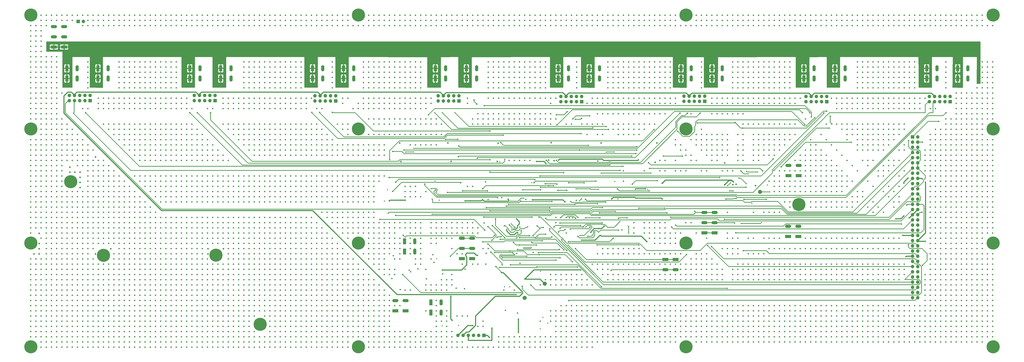
<source format=gbr>
%TF.GenerationSoftware,KiCad,Pcbnew,7.0.8*%
%TF.CreationDate,2023-11-16T11:59:51+01:00*%
%TF.ProjectId,main-board-rev1,6d61696e-2d62-46f6-9172-642d72657631,rev?*%
%TF.SameCoordinates,Original*%
%TF.FileFunction,Copper,L4,Bot*%
%TF.FilePolarity,Positive*%
%FSLAX46Y46*%
G04 Gerber Fmt 4.6, Leading zero omitted, Abs format (unit mm)*
G04 Created by KiCad (PCBNEW 7.0.8) date 2023-11-16 11:59:51*
%MOMM*%
%LPD*%
G01*
G04 APERTURE LIST*
%TA.AperFunction,ComponentPad*%
%ADD10C,0.800000*%
%TD*%
%TA.AperFunction,ComponentPad*%
%ADD11C,6.400000*%
%TD*%
%TA.AperFunction,ComponentPad*%
%ADD12R,1.700000X1.700000*%
%TD*%
%TA.AperFunction,ComponentPad*%
%ADD13O,1.700000X1.700000*%
%TD*%
%TA.AperFunction,ComponentPad*%
%ADD14R,1.500000X3.000000*%
%TD*%
%TA.AperFunction,ComponentPad*%
%ADD15O,1.500000X3.000000*%
%TD*%
%TA.AperFunction,ComponentPad*%
%ADD16R,3.000000X1.500000*%
%TD*%
%TA.AperFunction,ComponentPad*%
%ADD17O,3.000000X1.500000*%
%TD*%
%TA.AperFunction,ComponentPad*%
%ADD18C,2.000000*%
%TD*%
%TA.AperFunction,ViaPad*%
%ADD19C,0.700000*%
%TD*%
%TA.AperFunction,ViaPad*%
%ADD20C,0.800000*%
%TD*%
%TA.AperFunction,ViaPad*%
%ADD21C,0.550000*%
%TD*%
%TA.AperFunction,Conductor*%
%ADD22C,0.500000*%
%TD*%
%TA.AperFunction,Conductor*%
%ADD23C,0.349000*%
%TD*%
%TA.AperFunction,Conductor*%
%ADD24C,0.300000*%
%TD*%
G04 APERTURE END LIST*
D10*
%TO.P,H108,1*%
%TO.N,N/C*%
X88300682Y-643708023D03*
X89003626Y-642010967D03*
X89003626Y-645405079D03*
X90700682Y-641308023D03*
D11*
X90700682Y-643708023D03*
D10*
X90700682Y-646108023D03*
X92397738Y-642010967D03*
X92397738Y-645405079D03*
X93100682Y-643708023D03*
%TD*%
%TO.P,H108,1*%
%TO.N,N/C*%
X408300682Y-643708023D03*
X409003626Y-642010967D03*
X409003626Y-645405079D03*
X410700682Y-641308023D03*
D11*
X410700682Y-643708023D03*
D10*
X410700682Y-646108023D03*
X412397738Y-642010967D03*
X412397738Y-645405079D03*
X413100682Y-643708023D03*
%TD*%
D12*
%TO.P,J105,1,Pin_1*%
%TO.N,GATE_OUTPUT_4*%
X359720682Y-686088023D03*
D13*
%TO.P,J105,2,Pin_2*%
%TO.N,GND*%
X359720682Y-683548023D03*
%TO.P,J105,3,Pin_3*%
%TO.N,GATE_4*%
X357180682Y-686088023D03*
%TO.P,J105,4,Pin_4*%
%TO.N,GND*%
X357180682Y-683548023D03*
%TO.P,J105,5,Pin_5*%
%TO.N,CV_OUTPUT_4*%
X354640682Y-686088023D03*
%TO.P,J105,6,Pin_6*%
%TO.N,GND*%
X354640682Y-683548023D03*
%TO.P,J105,7,Pin_7*%
%TO.N,RELAYS_4*%
X352100682Y-686088023D03*
%TO.P,J105,8,Pin_8*%
%TO.N,+5VA*%
X352100682Y-683548023D03*
%TO.P,J105,9,Pin_9*%
%TO.N,CV_4*%
X349560682Y-686088023D03*
%TO.P,J105,10,Pin_10*%
%TO.N,GND*%
X349560682Y-683548023D03*
%TD*%
D14*
%TO.P,J503,1,Pin_1*%
%TO.N,NEUT*%
X363410682Y-669798023D03*
X363410682Y-674798023D03*
D15*
%TO.P,J503,2,Pin_2*%
%TO.N,LINE*%
X368410682Y-669798023D03*
X368410682Y-674798023D03*
%TD*%
D10*
%TO.P,H108,1*%
%TO.N,N/C*%
X248300682Y-643708023D03*
X249003626Y-642010967D03*
X249003626Y-645405079D03*
X250700682Y-641308023D03*
D11*
X250700682Y-643708023D03*
D10*
X250700682Y-646108023D03*
X252397738Y-642010967D03*
X252397738Y-645405079D03*
X253100682Y-643708023D03*
%TD*%
D16*
%TO.P,J120,1,S*%
%TO.N,GND*%
X460580682Y-752135523D03*
X465580682Y-752135523D03*
D17*
%TO.P,J120,2,T*%
%TO.N,GATE*%
X460580682Y-747135523D03*
X465580682Y-747135523D03*
%TD*%
D12*
%TO.P,J104,1,Pin_1*%
%TO.N,GATE_OUTPUT_3*%
X299780682Y-685788023D03*
D13*
%TO.P,J104,2,Pin_2*%
%TO.N,GND*%
X299780682Y-683248023D03*
%TO.P,J104,3,Pin_3*%
%TO.N,GATE_3*%
X297240682Y-685788023D03*
%TO.P,J104,4,Pin_4*%
%TO.N,GND*%
X297240682Y-683248023D03*
%TO.P,J104,5,Pin_5*%
%TO.N,CV_OUTPUT_3*%
X294700682Y-685788023D03*
%TO.P,J104,6,Pin_6*%
%TO.N,GND*%
X294700682Y-683248023D03*
%TO.P,J104,7,Pin_7*%
%TO.N,RELAYS_3*%
X292160682Y-685788023D03*
%TO.P,J104,8,Pin_8*%
%TO.N,+5VA*%
X292160682Y-683248023D03*
%TO.P,J104,9,Pin_9*%
%TO.N,CV_3*%
X289620682Y-685788023D03*
%TO.P,J104,10,Pin_10*%
%TO.N,GND*%
X289620682Y-683248023D03*
%TD*%
D16*
%TO.P,J202,1,Pin_1*%
%TO.N,NEUT*%
X101890682Y-659358023D03*
X106890682Y-659358023D03*
D17*
%TO.P,J202,2,Pin_2*%
%TO.N,LINE*%
X101890682Y-654358023D03*
X106890682Y-654358023D03*
%TO.P,J202,3,Pin_3*%
%TO.N,Earth_Protective*%
X101890682Y-649358023D03*
X106890682Y-649358023D03*
%TD*%
D10*
%TO.P,H108,1*%
%TO.N,N/C*%
X408300682Y-699541356D03*
X409003626Y-697844300D03*
X409003626Y-701238412D03*
X410700682Y-697141356D03*
D11*
X410700682Y-699541356D03*
D10*
X410700682Y-701941356D03*
X412397738Y-697844300D03*
X412397738Y-701238412D03*
X413100682Y-699541356D03*
%TD*%
D12*
%TO.P,J1,1,Pin_1*%
%TO.N,GND*%
X311980682Y-800574689D03*
D13*
%TO.P,J1,2,Pin_2*%
%TO.N,+5VA*%
X309440682Y-800574689D03*
%TO.P,J1,3,Pin_3*%
%TO.N,+6V*%
X306900682Y-800574689D03*
%TO.P,J1,4,Pin_4*%
%TO.N,/Power Supply/5VA Unfiltered*%
X304360682Y-800574689D03*
%TO.P,J1,5,Pin_5*%
%TO.N,/Power Supply/Unfiltered-6V*%
X301820682Y-800574689D03*
%TO.P,J1,6,Pin_6*%
%TO.N,+12V*%
X299280682Y-800574689D03*
%TD*%
D14*
%TO.P,J503,1,Pin_1*%
%TO.N,NEUT*%
X423410682Y-669798023D03*
X423410682Y-674798023D03*
D15*
%TO.P,J503,2,Pin_2*%
%TO.N,LINE*%
X428410682Y-669798023D03*
X428410682Y-674798023D03*
%TD*%
D14*
%TO.P,J504,1,Pin_1*%
%TO.N,NEUT*%
X528260682Y-669798023D03*
X528260682Y-674798023D03*
D15*
%TO.P,J504,2,Pin_2*%
%TO.N,LINE*%
X533260682Y-669798023D03*
X533260682Y-674798023D03*
%TD*%
D10*
%TO.P,H108,1*%
%TO.N,N/C*%
X248300682Y-806208023D03*
X249003626Y-804510967D03*
X249003626Y-807905079D03*
X250700682Y-803808023D03*
D11*
X250700682Y-806208023D03*
D10*
X250700682Y-808608023D03*
X252397738Y-804510967D03*
X252397738Y-807905079D03*
X253100682Y-806208023D03*
%TD*%
D14*
%TO.P,J503,1,Pin_1*%
%TO.N,NEUT*%
X543410682Y-669798023D03*
X543410682Y-674798023D03*
D15*
%TO.P,J503,2,Pin_2*%
%TO.N,LINE*%
X548410682Y-669798023D03*
X548410682Y-674798023D03*
%TD*%
D10*
%TO.P,H108,1*%
%TO.N,N/C*%
X408300682Y-755374689D03*
X409003626Y-753677633D03*
X409003626Y-757071745D03*
X410700682Y-752974689D03*
D11*
X410700682Y-755374689D03*
D10*
X410700682Y-757774689D03*
X412397738Y-753677633D03*
X412397738Y-757071745D03*
X413100682Y-755374689D03*
%TD*%
D14*
%TO.P,SW201,1,A*%
%TO.N,/Power Supply/PowerIn+*%
X286085682Y-784448023D03*
X286085682Y-789448023D03*
D15*
%TO.P,SW201,2,B*%
%TO.N,/Power Supply/POL-FET-D*%
X291085682Y-784448023D03*
X291085682Y-789448023D03*
%TD*%
D12*
%TO.P,J117,1,Pin_1*%
%TO.N,GATE_CommonChannelOutput*%
X521380682Y-703378023D03*
D13*
%TO.P,J117,2,Pin_2*%
%TO.N,CV_CommonChannelOutput*%
X523920682Y-703378023D03*
%TO.P,J117,3,Pin_3*%
%TO.N,\u002ARELAYS_14*%
X521380682Y-705918023D03*
%TO.P,J117,4,Pin_4*%
%TO.N,\u002AGATE_8*%
X523920682Y-705918023D03*
%TO.P,J117,5,Pin_5*%
%TO.N,CV_CommonChannelOutput*%
X521380682Y-708458023D03*
%TO.P,J117,6,Pin_6*%
%TO.N,GND*%
X523920682Y-708458023D03*
%TO.P,J117,7,Pin_7*%
%TO.N,\u002ACV_14*%
X521380682Y-710998023D03*
%TO.P,J117,8,Pin_8*%
%TO.N,\u002ARELAYS_8*%
X523920682Y-710998023D03*
%TO.P,J117,9,Pin_9*%
%TO.N,\u002ACV_8*%
X521380682Y-713538023D03*
%TO.P,J117,10,Pin_10*%
%TO.N,GND*%
X523920682Y-713538023D03*
%TO.P,J117,11,Pin_11*%
%TO.N,+5VA*%
X521380682Y-716078023D03*
%TO.P,J117,12,Pin_12*%
%TO.N,GATE_CommonChannelOutput*%
X523920682Y-716078023D03*
%TO.P,J117,13,Pin_13*%
%TO.N,\u002AGATE_9*%
X521380682Y-718618023D03*
%TO.P,J117,14,Pin_14*%
%TO.N,GATE_CommonChannelOutput*%
X523920682Y-718618023D03*
%TO.P,J117,15,Pin_15*%
%TO.N,GND*%
X521380682Y-721158023D03*
%TO.P,J117,16,Pin_16*%
%TO.N,CV_CommonChannelOutput*%
X523920682Y-721158023D03*
%TO.P,J117,17,Pin_17*%
%TO.N,\u002ARELAYS_9*%
X521380682Y-723698023D03*
%TO.P,J117,18,Pin_18*%
%TO.N,+5VA*%
X523920682Y-723698023D03*
%TO.P,J117,19,Pin_19*%
%TO.N,GND*%
X521380682Y-726238023D03*
%TO.P,J117,20,Pin_20*%
%TO.N,\u002ACV_9*%
X523920682Y-726238023D03*
%TO.P,J117,21,Pin_21*%
%TO.N,GATE_CommonChannelOutput*%
X521380682Y-728778023D03*
%TO.P,J117,22,Pin_22*%
%TO.N,GND*%
X523920682Y-728778023D03*
%TO.P,J117,23,Pin_23*%
%TO.N,\u002AGATE_15*%
X521380682Y-731318023D03*
%TO.P,J117,24,Pin_24*%
%TO.N,\u002AGATE_10*%
X523920682Y-731318023D03*
%TO.P,J117,25,Pin_25*%
%TO.N,CV_CommonChannelOutput*%
X521380682Y-733858023D03*
%TO.P,J117,26,Pin_26*%
%TO.N,GND*%
X523920682Y-733858023D03*
%TO.P,J117,27,Pin_27*%
%TO.N,CV_CommonChannelOutput*%
X521380682Y-736398023D03*
%TO.P,J117,28,Pin_28*%
%TO.N,\u002ARELAYS_10*%
X523920682Y-736398023D03*
%TO.P,J117,29,Pin_29*%
%TO.N,\u002ACV_10*%
X521380682Y-738938023D03*
%TO.P,J117,30,Pin_30*%
%TO.N,+5VA*%
X523920682Y-738938023D03*
%TO.P,J117,31,Pin_31*%
X521380682Y-741478023D03*
%TO.P,J117,32,Pin_32*%
%TO.N,GATE_CommonChannelOutput*%
X523920682Y-741478023D03*
%TO.P,J117,33,Pin_33*%
%TO.N,\u002AGATE_11*%
X521380682Y-744018023D03*
%TO.P,J117,34,Pin_34*%
%TO.N,GND*%
X523920682Y-744018023D03*
%TO.P,J117,35,Pin_35*%
X521380682Y-746558023D03*
%TO.P,J117,36,Pin_36*%
%TO.N,CV_CommonChannelOutput*%
X523920682Y-746558023D03*
%TO.P,J117,37,Pin_37*%
%TO.N,\u002ARELAYS_11*%
X521380682Y-749098023D03*
%TO.P,J117,38,Pin_38*%
%TO.N,GND*%
X523920682Y-749098023D03*
%TO.P,J117,39,Pin_39*%
%TO.N,+5VA*%
X521380682Y-751638023D03*
%TO.P,J117,40,Pin_40*%
%TO.N,\u002ACV_11*%
X523920682Y-751638023D03*
%TO.P,J117,41,Pin_41*%
%TO.N,GATE_CommonChannelOutput*%
X521380682Y-754178023D03*
%TO.P,J117,42,Pin_42*%
%TO.N,+5VA*%
X523920682Y-754178023D03*
%TO.P,J117,43,Pin_43*%
%TO.N,GND*%
X521380682Y-756718023D03*
%TO.P,J117,44,Pin_44*%
%TO.N,\u002AGATE_12*%
X523920682Y-756718023D03*
%TO.P,J117,45,Pin_45*%
%TO.N,CV_CommonChannelOutput*%
X521380682Y-759258023D03*
%TO.P,J117,46,Pin_46*%
%TO.N,GND*%
X523920682Y-759258023D03*
%TO.P,J117,47,Pin_47*%
%TO.N,+5VA*%
X521380682Y-761798023D03*
%TO.P,J117,48,Pin_48*%
%TO.N,\u002ARELAYS_12*%
X523920682Y-761798023D03*
%TO.P,J117,49,Pin_49*%
%TO.N,\u002ACV_12*%
X521380682Y-764338023D03*
%TO.P,J117,50,Pin_50*%
%TO.N,\u002ACV_15*%
X523920682Y-764338023D03*
%TO.P,J117,51,Pin_51*%
%TO.N,\u002ARELAYS_15*%
X521380682Y-766878023D03*
%TO.P,J117,52,Pin_52*%
%TO.N,GATE_CommonChannelOutput*%
X523920682Y-766878023D03*
%TO.P,J117,53,Pin_53*%
%TO.N,\u002AGATE_13*%
X521380682Y-769418023D03*
%TO.P,J117,54,Pin_54*%
%TO.N,+5VA*%
X523920682Y-769418023D03*
%TO.P,J117,55,Pin_55*%
%TO.N,GND*%
X521380682Y-771958023D03*
%TO.P,J117,56,Pin_56*%
%TO.N,CV_CommonChannelOutput*%
X523920682Y-771958023D03*
%TO.P,J117,57,Pin_57*%
%TO.N,\u002ARELAYS_13*%
X521380682Y-774498023D03*
%TO.P,J117,58,Pin_58*%
%TO.N,GND*%
X523920682Y-774498023D03*
%TO.P,J117,59,Pin_59*%
X521380682Y-777038023D03*
%TO.P,J117,60,Pin_60*%
%TO.N,\u002ACV_13*%
X523920682Y-777038023D03*
%TO.P,J117,61,Pin_61*%
%TO.N,GATE_CommonChannelOutput*%
X521380682Y-779578023D03*
%TO.P,J117,62,Pin_62*%
%TO.N,GND*%
X523920682Y-779578023D03*
%TO.P,J117,63,Pin_63*%
%TO.N,+5VA*%
X521380682Y-782118023D03*
%TO.P,J117,64,Pin_64*%
%TO.N,\u002AGATE_14*%
X523920682Y-782118023D03*
%TD*%
D14*
%TO.P,SW302,1,1*%
%TO.N,GND*%
X273225682Y-754500523D03*
X273225682Y-759500523D03*
D15*
%TO.P,SW302,2,2*%
%TO.N,Net-(U302-TR)*%
X278225682Y-754500523D03*
X278225682Y-759500523D03*
%TD*%
D14*
%TO.P,J503,1,Pin_1*%
%TO.N,NEUT*%
X483410682Y-669798023D03*
X483410682Y-674798023D03*
D15*
%TO.P,J503,2,Pin_2*%
%TO.N,LINE*%
X488410682Y-669798023D03*
X488410682Y-674798023D03*
%TD*%
D10*
%TO.P,H108,1*%
%TO.N,N/C*%
X408300682Y-806208023D03*
X409003626Y-804510967D03*
X409003626Y-807905079D03*
X410700682Y-803808023D03*
D11*
X410700682Y-806208023D03*
D10*
X410700682Y-808608023D03*
X412397738Y-804510967D03*
X412397738Y-807905079D03*
X413100682Y-806208023D03*
%TD*%
%TO.P,H108,1*%
%TO.N,N/C*%
X558300682Y-806208023D03*
X559003626Y-804510967D03*
X559003626Y-807905079D03*
X560700682Y-803808023D03*
D11*
X560700682Y-806208023D03*
D10*
X560700682Y-808608023D03*
X562397738Y-804510967D03*
X562397738Y-807905079D03*
X563100682Y-806208023D03*
%TD*%
D12*
%TO.P,J103,1,Pin_1*%
%TO.N,GATE_OUTPUT_2*%
X239620682Y-685748023D03*
D13*
%TO.P,J103,2,Pin_2*%
%TO.N,GND*%
X239620682Y-683208023D03*
%TO.P,J103,3,Pin_3*%
%TO.N,GATE_2*%
X237080682Y-685748023D03*
%TO.P,J103,4,Pin_4*%
%TO.N,GND*%
X237080682Y-683208023D03*
%TO.P,J103,5,Pin_5*%
%TO.N,CV_OUTPUT_2*%
X234540682Y-685748023D03*
%TO.P,J103,6,Pin_6*%
%TO.N,GND*%
X234540682Y-683208023D03*
%TO.P,J103,7,Pin_7*%
%TO.N,RELAYS_2*%
X232000682Y-685748023D03*
%TO.P,J103,8,Pin_8*%
%TO.N,+5VA*%
X232000682Y-683208023D03*
%TO.P,J103,9,Pin_9*%
%TO.N,CV_2*%
X229460682Y-685748023D03*
%TO.P,J103,10,Pin_10*%
%TO.N,GND*%
X229460682Y-683208023D03*
%TD*%
D14*
%TO.P,J504,1,Pin_1*%
%TO.N,NEUT*%
X288260682Y-669798023D03*
X288260682Y-674798023D03*
D15*
%TO.P,J504,2,Pin_2*%
%TO.N,LINE*%
X293260682Y-669798023D03*
X293260682Y-674798023D03*
%TD*%
D10*
%TO.P,H407,1*%
%TO.N,N/C*%
X107770682Y-725298023D03*
X108473626Y-723600967D03*
X108473626Y-726995079D03*
X110170682Y-722898023D03*
D11*
X110170682Y-725298023D03*
D10*
X110170682Y-727698023D03*
X111867738Y-723600967D03*
X111867738Y-726995079D03*
X112570682Y-725298023D03*
%TD*%
D12*
%TO.P,J102,1,Pin_1*%
%TO.N,GATE_OUTPUT_1*%
X180620682Y-685648023D03*
D13*
%TO.P,J102,2,Pin_2*%
%TO.N,GND*%
X180620682Y-683108023D03*
%TO.P,J102,3,Pin_3*%
%TO.N,GATE_1*%
X178080682Y-685648023D03*
%TO.P,J102,4,Pin_4*%
%TO.N,GND*%
X178080682Y-683108023D03*
%TO.P,J102,5,Pin_5*%
%TO.N,CV_OUTPUT_1*%
X175540682Y-685648023D03*
%TO.P,J102,6,Pin_6*%
%TO.N,GND*%
X175540682Y-683108023D03*
%TO.P,J102,7,Pin_7*%
%TO.N,RELAYS_1*%
X173000682Y-685648023D03*
%TO.P,J102,8,Pin_8*%
%TO.N,+5VA*%
X173000682Y-683108023D03*
%TO.P,J102,9,Pin_9*%
%TO.N,CV_1*%
X170460682Y-685648023D03*
%TO.P,J102,10,Pin_10*%
%TO.N,GND*%
X170460682Y-683108023D03*
%TD*%
D10*
%TO.P,H108,1*%
%TO.N,N/C*%
X88300682Y-699541356D03*
X89003626Y-697844300D03*
X89003626Y-701238412D03*
X90700682Y-697141356D03*
D11*
X90700682Y-699541356D03*
D10*
X90700682Y-701941356D03*
X92397738Y-697844300D03*
X92397738Y-701238412D03*
X93100682Y-699541356D03*
%TD*%
D14*
%TO.P,J503,1,Pin_1*%
%TO.N,NEUT*%
X123410682Y-669798023D03*
X123410682Y-674798023D03*
D15*
%TO.P,J503,2,Pin_2*%
%TO.N,LINE*%
X128410682Y-669798023D03*
X128410682Y-674798023D03*
%TD*%
D10*
%TO.P,H108,1*%
%TO.N,N/C*%
X248300682Y-755374689D03*
X249003626Y-753677633D03*
X249003626Y-757071745D03*
X250700682Y-752974689D03*
D11*
X250700682Y-755374689D03*
D10*
X250700682Y-757774689D03*
X252397738Y-753677633D03*
X252397738Y-757071745D03*
X253100682Y-755374689D03*
%TD*%
%TO.P,H405,1*%
%TO.N,N/C*%
X200270682Y-795198023D03*
X200973626Y-793500967D03*
X200973626Y-796895079D03*
X202670682Y-792798023D03*
D11*
X202670682Y-795198023D03*
D10*
X202670682Y-797598023D03*
X204367738Y-793500967D03*
X204367738Y-796895079D03*
X205070682Y-795198023D03*
%TD*%
%TO.P,H108,1*%
%TO.N,N/C*%
X88300682Y-806208023D03*
X89003626Y-804510967D03*
X89003626Y-807905079D03*
X90700682Y-803808023D03*
D11*
X90700682Y-806208023D03*
D10*
X90700682Y-808608023D03*
X92397738Y-804510967D03*
X92397738Y-807905079D03*
X93100682Y-806208023D03*
%TD*%
D12*
%TO.P,J107,1,Pin_1*%
%TO.N,GATE_OUTPUT_6*%
X479420682Y-686148023D03*
D13*
%TO.P,J107,2,Pin_2*%
%TO.N,GND*%
X479420682Y-683608023D03*
%TO.P,J107,3,Pin_3*%
%TO.N,GATE_6*%
X476880682Y-686148023D03*
%TO.P,J107,4,Pin_4*%
%TO.N,GND*%
X476880682Y-683608023D03*
%TO.P,J107,5,Pin_5*%
%TO.N,CV_OUTPUT_6*%
X474340682Y-686148023D03*
%TO.P,J107,6,Pin_6*%
%TO.N,GND*%
X474340682Y-683608023D03*
%TO.P,J107,7,Pin_7*%
%TO.N,RELAYS_6*%
X471800682Y-686148023D03*
%TO.P,J107,8,Pin_8*%
%TO.N,+5VA*%
X471800682Y-683608023D03*
%TO.P,J107,9,Pin_9*%
%TO.N,CV_6*%
X469260682Y-686148023D03*
%TO.P,J107,10,Pin_10*%
%TO.N,GND*%
X469260682Y-683608023D03*
%TD*%
D18*
%TO.P,TP401,1,1*%
%TO.N,CLK*%
X446830682Y-730298023D03*
%TD*%
D14*
%TO.P,J504,1,Pin_1*%
%TO.N,NEUT*%
X408260682Y-669798023D03*
X408260682Y-674798023D03*
D15*
%TO.P,J504,2,Pin_2*%
%TO.N,LINE*%
X413260682Y-669798023D03*
X413260682Y-674798023D03*
%TD*%
D12*
%TO.P,J101,1,Pin_1*%
%TO.N,GATE_OUTPUT_0*%
X119620682Y-685648023D03*
D13*
%TO.P,J101,2,Pin_2*%
%TO.N,GND*%
X119620682Y-683108023D03*
%TO.P,J101,3,Pin_3*%
%TO.N,GATE_0*%
X117080682Y-685648023D03*
%TO.P,J101,4,Pin_4*%
%TO.N,GND*%
X117080682Y-683108023D03*
%TO.P,J101,5,Pin_5*%
%TO.N,CV_OUTPUT_0*%
X114540682Y-685648023D03*
%TO.P,J101,6,Pin_6*%
%TO.N,GND*%
X114540682Y-683108023D03*
%TO.P,J101,7,Pin_7*%
%TO.N,RELAYS_0*%
X112000682Y-685648023D03*
%TO.P,J101,8,Pin_8*%
%TO.N,+5VA*%
X112000682Y-683108023D03*
%TO.P,J101,9,Pin_9*%
%TO.N,CV_0*%
X109460682Y-685648023D03*
%TO.P,J101,10,Pin_10*%
%TO.N,GND*%
X109460682Y-683108023D03*
%TD*%
D14*
%TO.P,J503,1,Pin_1*%
%TO.N,NEUT*%
X183410682Y-669798023D03*
X183410682Y-674798023D03*
D15*
%TO.P,J503,2,Pin_2*%
%TO.N,LINE*%
X188410682Y-669798023D03*
X188410682Y-674798023D03*
%TD*%
D14*
%TO.P,J503,1,Pin_1*%
%TO.N,NEUT*%
X303410682Y-669798023D03*
X303410682Y-674798023D03*
D15*
%TO.P,J503,2,Pin_2*%
%TO.N,LINE*%
X308410682Y-669798023D03*
X308410682Y-674798023D03*
%TD*%
D14*
%TO.P,J504,1,Pin_1*%
%TO.N,NEUT*%
X168260682Y-669798023D03*
X168260682Y-674798023D03*
D15*
%TO.P,J504,2,Pin_2*%
%TO.N,LINE*%
X173260682Y-669798023D03*
X173260682Y-674798023D03*
%TD*%
D10*
%TO.P,H108,1*%
%TO.N,N/C*%
X558300682Y-755374689D03*
X559003626Y-753677633D03*
X559003626Y-757071745D03*
X560700682Y-752974689D03*
D11*
X560700682Y-755374689D03*
D10*
X560700682Y-757774689D03*
X562397738Y-753677633D03*
X562397738Y-757071745D03*
X563100682Y-755374689D03*
%TD*%
D16*
%TO.P,J201,1,Pin_1*%
%TO.N,/Power Supply/PowerIn-*%
X268735682Y-788598023D03*
X273735682Y-788598023D03*
D17*
%TO.P,J201,2,Pin_2*%
%TO.N,/Power Supply/PowerIn+*%
X268735682Y-783598023D03*
X273735682Y-783598023D03*
%TD*%
D10*
%TO.P,H110,1*%
%TO.N,N/C*%
X463383626Y-736521800D03*
X464086570Y-734824744D03*
X464086570Y-738218856D03*
X465783626Y-734121800D03*
D11*
X465783626Y-736521800D03*
D10*
X465783626Y-738921800D03*
X467480682Y-734824744D03*
X467480682Y-738218856D03*
X468183626Y-736521800D03*
%TD*%
%TO.P,H102,1*%
%TO.N,N/C*%
X123717711Y-761375658D03*
X124420655Y-759678602D03*
X124420655Y-763072714D03*
X126117711Y-758975658D03*
D11*
X126117711Y-761375658D03*
D10*
X126117711Y-763775658D03*
X127814767Y-759678602D03*
X127814767Y-763072714D03*
X128517711Y-761375658D03*
%TD*%
D18*
%TO.P,TP204,1,1*%
%TO.N,+6V*%
X341660682Y-775298023D03*
%TD*%
D12*
%TO.P,J108,1,Pin_1*%
%TO.N,GATE_OUTPUT_7*%
X539700682Y-686148023D03*
D13*
%TO.P,J108,2,Pin_2*%
%TO.N,GND*%
X539700682Y-683608023D03*
%TO.P,J108,3,Pin_3*%
%TO.N,GATE_7*%
X537160682Y-686148023D03*
%TO.P,J108,4,Pin_4*%
%TO.N,GND*%
X537160682Y-683608023D03*
%TO.P,J108,5,Pin_5*%
%TO.N,CV_OUTPUT_7*%
X534620682Y-686148023D03*
%TO.P,J108,6,Pin_6*%
%TO.N,GND*%
X534620682Y-683608023D03*
%TO.P,J108,7,Pin_7*%
%TO.N,RELAYS_7*%
X532080682Y-686148023D03*
%TO.P,J108,8,Pin_8*%
%TO.N,+5VA*%
X532080682Y-683608023D03*
%TO.P,J108,9,Pin_9*%
%TO.N,CV_7*%
X529540682Y-686148023D03*
%TO.P,J108,10,Pin_10*%
%TO.N,GND*%
X529540682Y-683608023D03*
%TD*%
D10*
%TO.P,H408,1*%
%TO.N,N/C*%
X178670682Y-761298023D03*
X179373626Y-759600967D03*
X179373626Y-762995079D03*
X181070682Y-758898023D03*
D11*
X181070682Y-761298023D03*
D10*
X181070682Y-763698023D03*
X182767738Y-759600967D03*
X182767738Y-762995079D03*
X183470682Y-761298023D03*
%TD*%
D16*
%TO.P,SW301,1,A*%
%TO.N,/Timers/MONOSTABLE_CLOCK_SWITCH*%
X419680682Y-750368023D03*
X424680682Y-750368023D03*
D17*
%TO.P,SW301,2,B*%
%TO.N,CLOCK*%
X419680682Y-745368023D03*
X424680682Y-745368023D03*
%TO.P,SW301,3,C*%
%TO.N,/Timers/ASTABLE_CLOCK_SWITCH*%
X419680682Y-740368023D03*
X424680682Y-740368023D03*
%TD*%
D10*
%TO.P,H108,1*%
%TO.N,N/C*%
X88300682Y-755374689D03*
X89003626Y-753677633D03*
X89003626Y-757071745D03*
X90700682Y-752974689D03*
D11*
X90700682Y-755374689D03*
D10*
X90700682Y-757774689D03*
X92397738Y-753677633D03*
X92397738Y-757071745D03*
X93100682Y-755374689D03*
%TD*%
D16*
%TO.P,RV301,1,1*%
%TO.N,/Timers/555_2-6*%
X301235682Y-763010523D03*
X306235682Y-763010523D03*
D17*
%TO.P,RV301,2,2*%
%TO.N,/Timers/555-R-POT*%
X301235682Y-758010523D03*
X306235682Y-758010523D03*
%TO.P,RV301,3,3*%
%TO.N,unconnected-(RV301-Pad3)*%
X301235682Y-753010523D03*
X306235682Y-753010523D03*
%TD*%
D14*
%TO.P,J504,1,Pin_1*%
%TO.N,NEUT*%
X108260682Y-669798023D03*
X108260682Y-674798023D03*
D15*
%TO.P,J504,2,Pin_2*%
%TO.N,LINE*%
X113260682Y-669798023D03*
X113260682Y-674798023D03*
%TD*%
D18*
%TO.P,TP203,1,1*%
%TO.N,+5VA*%
X331910682Y-782223023D03*
%TD*%
D14*
%TO.P,J504,1,Pin_1*%
%TO.N,NEUT*%
X228260682Y-669798023D03*
X228260682Y-674798023D03*
D15*
%TO.P,J504,2,Pin_2*%
%TO.N,LINE*%
X233260682Y-669798023D03*
X233260682Y-674798023D03*
%TD*%
D10*
%TO.P,H108,1*%
%TO.N,N/C*%
X558300682Y-643708023D03*
X559003626Y-642010967D03*
X559003626Y-645405079D03*
X560700682Y-641308023D03*
D11*
X560700682Y-643708023D03*
D10*
X560700682Y-646108023D03*
X562397738Y-642010967D03*
X562397738Y-645405079D03*
X563100682Y-643708023D03*
%TD*%
D16*
%TO.P,J119,1,S*%
%TO.N,GND*%
X460730682Y-722398023D03*
X465730682Y-722398023D03*
D17*
%TO.P,J119,2,T*%
%TO.N,CV_OUT*%
X460730682Y-717398023D03*
X465730682Y-717398023D03*
%TD*%
D10*
%TO.P,H108,1*%
%TO.N,N/C*%
X558300682Y-699541356D03*
X559003626Y-697844300D03*
X559003626Y-701238412D03*
X560700682Y-697141356D03*
D11*
X560700682Y-699541356D03*
D10*
X560700682Y-701941356D03*
X562397738Y-697844300D03*
X562397738Y-701238412D03*
X563100682Y-699541356D03*
%TD*%
D14*
%TO.P,J503,1,Pin_1*%
%TO.N,NEUT*%
X243410682Y-669798023D03*
X243410682Y-674798023D03*
D15*
%TO.P,J503,2,Pin_2*%
%TO.N,LINE*%
X248410682Y-669798023D03*
X248410682Y-674798023D03*
%TD*%
D14*
%TO.P,J504,1,Pin_1*%
%TO.N,NEUT*%
X348260682Y-669798023D03*
X348260682Y-674798023D03*
D15*
%TO.P,J504,2,Pin_2*%
%TO.N,LINE*%
X353260682Y-669798023D03*
X353260682Y-674798023D03*
%TD*%
D10*
%TO.P,H108,1*%
%TO.N,N/C*%
X248300682Y-699541356D03*
X249003626Y-697844300D03*
X249003626Y-701238412D03*
X250700682Y-697141356D03*
D11*
X250700682Y-699541356D03*
D10*
X250700682Y-701941356D03*
X252397738Y-697844300D03*
X252397738Y-701238412D03*
X253100682Y-699541356D03*
%TD*%
D12*
%TO.P,J106,1,Pin_1*%
%TO.N,GATE_OUTPUT_5*%
X419820682Y-685988023D03*
D13*
%TO.P,J106,2,Pin_2*%
%TO.N,GND*%
X419820682Y-683448023D03*
%TO.P,J106,3,Pin_3*%
%TO.N,GATE_5*%
X417280682Y-685988023D03*
%TO.P,J106,4,Pin_4*%
%TO.N,GND*%
X417280682Y-683448023D03*
%TO.P,J106,5,Pin_5*%
%TO.N,CV_OUTPUT_5*%
X414740682Y-685988023D03*
%TO.P,J106,6,Pin_6*%
%TO.N,GND*%
X414740682Y-683448023D03*
%TO.P,J106,7,Pin_7*%
%TO.N,RELAYS_5*%
X412200682Y-685988023D03*
%TO.P,J106,8,Pin_8*%
%TO.N,+5VA*%
X412200682Y-683448023D03*
%TO.P,J106,9,Pin_9*%
%TO.N,CV_5*%
X409660682Y-685988023D03*
%TO.P,J106,10,Pin_10*%
%TO.N,GND*%
X409660682Y-683448023D03*
%TD*%
D16*
%TO.P,SW401,1,A*%
%TO.N,CHAN_8*%
X405630682Y-763435523D03*
X400630682Y-763435523D03*
D17*
%TO.P,SW401,2,B*%
%TO.N,Net-(D401-A)*%
X405630682Y-768435523D03*
X400630682Y-768435523D03*
%TD*%
D12*
%TO.P,JP201,1,A*%
%TO.N,Earth_Protective*%
X113775682Y-646808023D03*
D13*
%TO.P,JP201,2,B*%
%TO.N,GND*%
X116315682Y-646808023D03*
%TD*%
D14*
%TO.P,J504,1,Pin_1*%
%TO.N,NEUT*%
X468260682Y-669798023D03*
X468260682Y-674798023D03*
D15*
%TO.P,J504,2,Pin_2*%
%TO.N,LINE*%
X473260682Y-669798023D03*
X473260682Y-674798023D03*
%TD*%
D19*
%TO.N,GND*%
X497013062Y-709869689D03*
X128713062Y-747969689D03*
X502093062Y-768289689D03*
X265873062Y-753049689D03*
X471613062Y-801309689D03*
X537653062Y-768289689D03*
X403033062Y-773369689D03*
X146493062Y-793689689D03*
X110933062Y-646369689D03*
X560513062Y-730189689D03*
X131253062Y-727649689D03*
X293813062Y-788609689D03*
X253173062Y-783529689D03*
X326833062Y-801309689D03*
X159193062Y-798769689D03*
X530033062Y-717489689D03*
X524953062Y-687009689D03*
X385253062Y-679389689D03*
X268413062Y-750509689D03*
D20*
X177200682Y-760674689D03*
D19*
X415733062Y-770829689D03*
X116013062Y-747969689D03*
X182053062Y-742889689D03*
X138873062Y-697169689D03*
X560513062Y-760669689D03*
X131253062Y-755589689D03*
X542733062Y-745429689D03*
X405573062Y-646369689D03*
X491933062Y-786069689D03*
X128713062Y-689549689D03*
X418273062Y-765749689D03*
X497013062Y-671769689D03*
X161733062Y-796229689D03*
X550353062Y-775909689D03*
X349693062Y-643829689D03*
X372553062Y-679389689D03*
X456373062Y-770829689D03*
X255713062Y-666689689D03*
X291273062Y-648909689D03*
X179513062Y-709869689D03*
X524953062Y-788609689D03*
X136333062Y-732729689D03*
X95693062Y-669229689D03*
X293813062Y-753049689D03*
X425893062Y-704789689D03*
X349693062Y-793689689D03*
X217613062Y-763209689D03*
X220153062Y-783529689D03*
X552893062Y-760669689D03*
X230313062Y-801309689D03*
X209993062Y-735269689D03*
X100773062Y-681929689D03*
X557973062Y-704789689D03*
X136333062Y-648909689D03*
X108393062Y-646369689D03*
X288733062Y-803849689D03*
X296353062Y-745429689D03*
D20*
X114700682Y-720674689D03*
D19*
X220153062Y-806389689D03*
X174433062Y-801309689D03*
X215073062Y-674309689D03*
X253173062Y-725109689D03*
X522413062Y-666689689D03*
X491933062Y-753049689D03*
X123633062Y-684469689D03*
X220153062Y-763209689D03*
X103313062Y-755589689D03*
X395413062Y-750509689D03*
X199833062Y-689549689D03*
X126173062Y-689549689D03*
X138873062Y-747969689D03*
X286193062Y-755589689D03*
X448753062Y-791149689D03*
X547813062Y-722569689D03*
X448753062Y-770829689D03*
X530033062Y-755589689D03*
X265873062Y-687009689D03*
X192213062Y-768289689D03*
X560513062Y-684469689D03*
X489393062Y-793689689D03*
X100773062Y-689549689D03*
D21*
X375860682Y-725223023D03*
D19*
X105853062Y-643829689D03*
X509713062Y-707329689D03*
X113473062Y-773369689D03*
X502093062Y-788609689D03*
X410653062Y-801309689D03*
X479233062Y-770829689D03*
X281113062Y-643829689D03*
X133793062Y-674309689D03*
X169353062Y-697169689D03*
X329373062Y-714949689D03*
X451293062Y-666689689D03*
X240473062Y-778449689D03*
X377633062Y-770829689D03*
X466533062Y-765749689D03*
X532573062Y-747969689D03*
X131253062Y-801309689D03*
X441133062Y-786069689D03*
X463993062Y-702249689D03*
X253173062Y-788609689D03*
X90613062Y-651449689D03*
X499553062Y-758129689D03*
X405573062Y-684469689D03*
X507173062Y-796229689D03*
X90613062Y-801309689D03*
X430973062Y-648909689D03*
X270953062Y-687009689D03*
X209993062Y-689549689D03*
X235393062Y-801309689D03*
X400493062Y-786069689D03*
X149033062Y-646369689D03*
X143953062Y-707329689D03*
X540193062Y-714949689D03*
X268413062Y-801309689D03*
D21*
X288100682Y-724996824D03*
D19*
X225233062Y-760669689D03*
X469073062Y-803849689D03*
X174433062Y-725109689D03*
X245553062Y-709869689D03*
X530033062Y-714949689D03*
X484313062Y-725109689D03*
X428433062Y-712409689D03*
X161733062Y-760669689D03*
X537653062Y-669229689D03*
X397953062Y-643829689D03*
X260793062Y-801309689D03*
X545273062Y-725109689D03*
X265873062Y-745429689D03*
X202373062Y-750509689D03*
X319213062Y-684469689D03*
X164273062Y-783529689D03*
X174433062Y-775909689D03*
X446213062Y-786069689D03*
X286193062Y-648909689D03*
X550353062Y-684469689D03*
X418273062Y-773369689D03*
X212533062Y-676849689D03*
X382713062Y-699709689D03*
X265873062Y-747969689D03*
X326833062Y-714949689D03*
X400493062Y-796229689D03*
X276033062Y-750509689D03*
X497013062Y-801309689D03*
X225233062Y-793689689D03*
X95693062Y-692089689D03*
X557973062Y-681929689D03*
X507173062Y-722569689D03*
X243013062Y-783529689D03*
X255713062Y-770829689D03*
X461453062Y-687009689D03*
X278573062Y-727649689D03*
X159193062Y-722569689D03*
X199833062Y-791149689D03*
X509713062Y-753049689D03*
X227773062Y-745429689D03*
X192213062Y-648909689D03*
X164273062Y-775909689D03*
X494473062Y-730189689D03*
X535113062Y-714949689D03*
X202373062Y-699709689D03*
X540193062Y-740349689D03*
X105853062Y-778449689D03*
X93153062Y-653989689D03*
X397953062Y-692089689D03*
X428433062Y-796229689D03*
X344613062Y-692089689D03*
X253173062Y-791149689D03*
X418273062Y-791149689D03*
X103313062Y-664149689D03*
X220153062Y-765749689D03*
X237933062Y-671769689D03*
X116013062Y-750509689D03*
X451293062Y-796229689D03*
X281113062Y-732729689D03*
X197293062Y-707329689D03*
X98233062Y-801309689D03*
X415733062Y-643829689D03*
X535113062Y-702249689D03*
X423353062Y-643829689D03*
X194753062Y-750509689D03*
X248093062Y-712409689D03*
X542733062Y-793689689D03*
X123633062Y-714949689D03*
X149033062Y-648909689D03*
X372553062Y-760669689D03*
X537653062Y-709869689D03*
X519873062Y-689549689D03*
X253173062Y-747969689D03*
X334453062Y-674309689D03*
X131253062Y-768289689D03*
X466533062Y-793689689D03*
X189673062Y-788609689D03*
X187133062Y-806389689D03*
X98233062Y-796229689D03*
X212533062Y-747969689D03*
X403033062Y-674309689D03*
X267000682Y-772774689D03*
X413193062Y-791149689D03*
X329373062Y-801309689D03*
X502093062Y-714949689D03*
X507173062Y-773369689D03*
X116013062Y-707329689D03*
X385253062Y-773369689D03*
D21*
X288835682Y-763073023D03*
D19*
X164273062Y-753049689D03*
X212533062Y-755589689D03*
X321753062Y-676849689D03*
X471613062Y-768289689D03*
X227773062Y-697169689D03*
X212533062Y-707329689D03*
X90613062Y-674309689D03*
X141413062Y-791149689D03*
X436053062Y-684469689D03*
X225233062Y-646369689D03*
X227773062Y-730189689D03*
X509713062Y-679389689D03*
X283653062Y-803849689D03*
X245553062Y-803849689D03*
X182053062Y-714949689D03*
X154113062Y-730189689D03*
X453833062Y-709869689D03*
X481773062Y-768289689D03*
X494473062Y-796229689D03*
X207453062Y-788609689D03*
X90613062Y-679389689D03*
X504633062Y-671769689D03*
X530033062Y-780989689D03*
X90613062Y-796229689D03*
X359853062Y-788609689D03*
X319213062Y-643829689D03*
X560513062Y-791149689D03*
X532573062Y-770829689D03*
X403033062Y-676849689D03*
X540193062Y-704789689D03*
X540193062Y-732729689D03*
X151573062Y-725109689D03*
X95693062Y-679389689D03*
X100773062Y-666689689D03*
X263333062Y-758129689D03*
X194753062Y-798769689D03*
X237933062Y-709869689D03*
X166813062Y-684469689D03*
X116013062Y-791149689D03*
X199833062Y-702249689D03*
X382713062Y-786069689D03*
X514793062Y-687009689D03*
X248093062Y-798769689D03*
X448753062Y-669229689D03*
X93153062Y-664149689D03*
X227773062Y-765749689D03*
X476693062Y-737809689D03*
X458913062Y-679389689D03*
X235393062Y-735269689D03*
X204913062Y-770829689D03*
X354773062Y-798769689D03*
X103313062Y-775909689D03*
X370013062Y-798769689D03*
X146493062Y-727649689D03*
X395413062Y-648909689D03*
X537653062Y-697169689D03*
X121093062Y-775909689D03*
X397953062Y-803849689D03*
X146493062Y-760669689D03*
X519873062Y-687009689D03*
X237933062Y-768289689D03*
X149033062Y-722569689D03*
X189673062Y-702249689D03*
X209993062Y-707329689D03*
X182053062Y-730189689D03*
X293813062Y-773369689D03*
X535113062Y-783529689D03*
X98233062Y-720029689D03*
X293813062Y-806389689D03*
X433513062Y-674309689D03*
X194753062Y-793689689D03*
X433513062Y-669229689D03*
X93153062Y-651449689D03*
X243013062Y-765749689D03*
X225233062Y-745429689D03*
X138873062Y-796229689D03*
X303973062Y-791149689D03*
X265873062Y-760669689D03*
X230313062Y-765749689D03*
X149033062Y-780989689D03*
X486853062Y-699709689D03*
X118553062Y-740349689D03*
X550353062Y-692089689D03*
X156653062Y-745429689D03*
X397953062Y-793689689D03*
X557973062Y-768289689D03*
X113473062Y-745429689D03*
X126173062Y-750509689D03*
X250633062Y-712409689D03*
X95693062Y-661609689D03*
X103313062Y-803849689D03*
X296353062Y-646369689D03*
X542733062Y-750509689D03*
X474153062Y-709869689D03*
X512253062Y-699709689D03*
D20*
X396485682Y-706348023D03*
D19*
X105853062Y-730189689D03*
X329373062Y-666689689D03*
X90613062Y-735269689D03*
X557973062Y-712409689D03*
X319213062Y-669229689D03*
X540193062Y-648909689D03*
X103313062Y-714949689D03*
X423353062Y-648909689D03*
X133793062Y-684469689D03*
X156653062Y-707329689D03*
X126173062Y-648909689D03*
X446213062Y-643829689D03*
X217613062Y-760669689D03*
X502093062Y-687009689D03*
X240473062Y-796229689D03*
X547813062Y-697169689D03*
X324293062Y-674309689D03*
X461453062Y-765749689D03*
X154113062Y-669229689D03*
X547813062Y-740349689D03*
X95693062Y-697169689D03*
X316673062Y-679389689D03*
X204913062Y-712409689D03*
X215073062Y-775909689D03*
X291273062Y-773369689D03*
X484313062Y-643829689D03*
X138873062Y-648909689D03*
X542733062Y-722569689D03*
X390333062Y-648909689D03*
X349693062Y-770829689D03*
X230313062Y-780989689D03*
X174433062Y-704789689D03*
X116013062Y-758129689D03*
X385253062Y-699709689D03*
X418273062Y-763209689D03*
X461453062Y-648909689D03*
X105853062Y-750509689D03*
X461453062Y-773369689D03*
X100773062Y-694629689D03*
X209993062Y-801309689D03*
X189673062Y-735269689D03*
X347153062Y-798769689D03*
X517333062Y-791149689D03*
X463993062Y-798769689D03*
X171893062Y-763209689D03*
X220153062Y-712409689D03*
X397953062Y-765749689D03*
X270953062Y-747969689D03*
X423353062Y-712409689D03*
X245553062Y-786069689D03*
X123633062Y-646369689D03*
X298893062Y-760669689D03*
X171893062Y-722569689D03*
X161733062Y-745429689D03*
X273493062Y-745429689D03*
X98233062Y-722569689D03*
X121093062Y-778449689D03*
X418273062Y-768289689D03*
X149033062Y-758129689D03*
X123633062Y-740349689D03*
X199833062Y-735269689D03*
X235393062Y-758129689D03*
X136333062Y-687009689D03*
X359853062Y-773369689D03*
X418273062Y-793689689D03*
X100773062Y-755589689D03*
X281113062Y-753049689D03*
X479233062Y-796229689D03*
X530033062Y-750509689D03*
X240473062Y-709869689D03*
X456373062Y-643829689D03*
X93153062Y-671769689D03*
X207453062Y-648909689D03*
X128713062Y-768289689D03*
X197293062Y-765749689D03*
X385253062Y-671769689D03*
X146493062Y-786069689D03*
X387793062Y-801309689D03*
X98233062Y-684469689D03*
X250633062Y-709869689D03*
X471613062Y-704789689D03*
X245553062Y-796229689D03*
X446213062Y-714949689D03*
X260793062Y-783529689D03*
X443673062Y-671769689D03*
X502093062Y-643829689D03*
X535113062Y-770829689D03*
X268413062Y-687009689D03*
X316673062Y-643829689D03*
X286193062Y-745429689D03*
X311593062Y-648909689D03*
X100773062Y-687009689D03*
X100773062Y-806389689D03*
X141413062Y-679389689D03*
X156653062Y-775909689D03*
X100773062Y-775909689D03*
X199833062Y-773369689D03*
X436053062Y-803849689D03*
X433513062Y-666689689D03*
X199833062Y-727649689D03*
X329373062Y-671769689D03*
X438593062Y-671769689D03*
X547813062Y-681929689D03*
X240473062Y-732729689D03*
X105853062Y-798769689D03*
D21*
X339660682Y-769273023D03*
D19*
X232853062Y-727649689D03*
X507173062Y-803849689D03*
X540193062Y-737809689D03*
X265873062Y-669229689D03*
X136333062Y-768289689D03*
X433513062Y-671769689D03*
X235393062Y-760669689D03*
X535113062Y-707329689D03*
X138873062Y-687009689D03*
X263333062Y-674309689D03*
X486853062Y-646369689D03*
X161733062Y-714949689D03*
X90613062Y-763209689D03*
X204913062Y-803849689D03*
X118553062Y-676849689D03*
X344613062Y-793689689D03*
X425893062Y-648909689D03*
X149033062Y-702249689D03*
X314133062Y-679389689D03*
X540193062Y-801309689D03*
X560513062Y-780989689D03*
X227773062Y-712409689D03*
X220153062Y-803849689D03*
X552893062Y-646369689D03*
X227773062Y-793689689D03*
X131253062Y-753049689D03*
X113473062Y-786069689D03*
X174433062Y-783529689D03*
X258253062Y-687009689D03*
X136333062Y-671769689D03*
X199833062Y-742889689D03*
X232853062Y-778449689D03*
X131253062Y-648909689D03*
X387793062Y-788609689D03*
X403033062Y-684469689D03*
X367600682Y-715130023D03*
X517333062Y-796229689D03*
X156653062Y-671769689D03*
X279700682Y-767974689D03*
X237933062Y-648909689D03*
D20*
X122200682Y-713174689D03*
D19*
X288733062Y-694629689D03*
X456373062Y-676849689D03*
X302500682Y-777774689D03*
X95693062Y-806389689D03*
X166813062Y-648909689D03*
X471613062Y-773369689D03*
X171893062Y-788609689D03*
X268413062Y-747969689D03*
X95693062Y-689549689D03*
X530033062Y-753049689D03*
X387793062Y-760669689D03*
X237933062Y-646369689D03*
X126173062Y-783529689D03*
X552893062Y-722569689D03*
X232853062Y-798769689D03*
X362393062Y-648909689D03*
X156653062Y-796229689D03*
X176973062Y-780989689D03*
D20*
X270859627Y-706321968D03*
D19*
X230313062Y-646369689D03*
X535113062Y-773369689D03*
X303973062Y-727649689D03*
X357313062Y-786069689D03*
X116013062Y-712409689D03*
X95693062Y-775909689D03*
X265873062Y-679389689D03*
X491933062Y-765749689D03*
X537653062Y-712409689D03*
X250633062Y-770829689D03*
X438593062Y-697169689D03*
X110933062Y-773369689D03*
X540193062Y-694629689D03*
X156653062Y-689549689D03*
X108393062Y-747969689D03*
X141413062Y-768289689D03*
X291273062Y-778449689D03*
D20*
X429560682Y-716198023D03*
D19*
X123633062Y-801309689D03*
X184593062Y-732729689D03*
X466533062Y-684469689D03*
X98233062Y-760669689D03*
X281113062Y-765749689D03*
X217613062Y-770829689D03*
X197293062Y-793689689D03*
X217613062Y-803849689D03*
X547813062Y-780989689D03*
X441133062Y-760669689D03*
X207453062Y-780989689D03*
X116013062Y-755589689D03*
X278573062Y-643829689D03*
X248093062Y-725109689D03*
X217613062Y-758129689D03*
X143953062Y-765749689D03*
X227773062Y-684469689D03*
X176973062Y-770829689D03*
X535113062Y-803849689D03*
X550353062Y-646369689D03*
X189673062Y-775909689D03*
X489393062Y-796229689D03*
X103313062Y-676849689D03*
X415733062Y-646369689D03*
X110933062Y-758129689D03*
X265873062Y-793689689D03*
X166813062Y-707329689D03*
X204913062Y-778449689D03*
X461453062Y-798769689D03*
X456373062Y-786069689D03*
X189673062Y-727649689D03*
X253173062Y-768289689D03*
X331913062Y-676849689D03*
X121093062Y-780989689D03*
X110933062Y-760669689D03*
X502093062Y-704789689D03*
X550353062Y-720029689D03*
X103313062Y-712409689D03*
X438593062Y-770829689D03*
X514793062Y-765749689D03*
X154113062Y-758129689D03*
X446213062Y-803849689D03*
X268413062Y-666689689D03*
X430973062Y-801309689D03*
X504633062Y-689549689D03*
X400493062Y-666689689D03*
X397953062Y-747969689D03*
X311593062Y-643829689D03*
X90613062Y-661609689D03*
X347153062Y-684469689D03*
D20*
X294410682Y-706373023D03*
D19*
X179513062Y-775909689D03*
X171893062Y-704789689D03*
X161733062Y-773369689D03*
X268413062Y-671769689D03*
X209993062Y-648909689D03*
X164273062Y-735269689D03*
X484313062Y-768289689D03*
X451293062Y-674309689D03*
X278573062Y-763209689D03*
X352233062Y-798769689D03*
X156653062Y-709869689D03*
X151573062Y-783529689D03*
X166813062Y-730189689D03*
X209993062Y-742889689D03*
X352233062Y-775909689D03*
X90613062Y-783529689D03*
X131253062Y-763209689D03*
X530033062Y-793689689D03*
X204913062Y-674309689D03*
X438593062Y-768289689D03*
X530033062Y-765749689D03*
X118553062Y-765749689D03*
X446213062Y-791149689D03*
X243013062Y-727649689D03*
X192213062Y-773369689D03*
X245553062Y-778449689D03*
X557973062Y-791149689D03*
X410653062Y-770829689D03*
X392873062Y-747969689D03*
X209993062Y-750509689D03*
X423353062Y-801309689D03*
X265873062Y-770829689D03*
X225233062Y-773369689D03*
X230313062Y-798769689D03*
X110933062Y-735269689D03*
X149033062Y-798769689D03*
X545273062Y-694629689D03*
X194753062Y-755589689D03*
X123633062Y-725109689D03*
X476693062Y-725109689D03*
X555433062Y-694629689D03*
X403033062Y-770829689D03*
X258253062Y-679389689D03*
X278573062Y-694629689D03*
X484313062Y-709869689D03*
X100773062Y-714949689D03*
X443673062Y-740349689D03*
X499553062Y-674309689D03*
X182053062Y-709869689D03*
X149033062Y-745429689D03*
X169353062Y-742889689D03*
X557973062Y-770829689D03*
X469073062Y-765749689D03*
X403033062Y-788609689D03*
X250633062Y-796229689D03*
X260793062Y-671769689D03*
X555433062Y-702249689D03*
X367473062Y-768289689D03*
X255713062Y-687009689D03*
X336993062Y-679389689D03*
X197293062Y-742889689D03*
X194753062Y-791149689D03*
X550353062Y-763209689D03*
X260793062Y-712409689D03*
X423353062Y-646369689D03*
X273493062Y-684469689D03*
X141413062Y-666689689D03*
X98233062Y-780989689D03*
X187133062Y-699709689D03*
X110933062Y-737809689D03*
X545273062Y-692089689D03*
X220153062Y-725109689D03*
X481773062Y-737809689D03*
X375093062Y-692089689D03*
X423353062Y-709869689D03*
X217613062Y-765749689D03*
X270953062Y-648909689D03*
X552893062Y-755589689D03*
X497013062Y-676849689D03*
X415733062Y-791149689D03*
X514793062Y-788609689D03*
X159193062Y-689549689D03*
X463993062Y-793689689D03*
X209993062Y-793689689D03*
X95693062Y-656529689D03*
X382713062Y-765749689D03*
X372553062Y-643829689D03*
X514793062Y-699709689D03*
X547813062Y-753049689D03*
X527493062Y-803849689D03*
X405573062Y-765749689D03*
X509713062Y-788609689D03*
X278573062Y-732729689D03*
X98233062Y-740349689D03*
X328400682Y-789674689D03*
X133793062Y-775909689D03*
X166813062Y-788609689D03*
X232853062Y-709869689D03*
X235393062Y-775909689D03*
X93153062Y-783529689D03*
X410653062Y-773369689D03*
X499553062Y-676849689D03*
X164273062Y-793689689D03*
X413193062Y-786069689D03*
X179513062Y-750509689D03*
X192213062Y-699709689D03*
X286193062Y-750509689D03*
X555433062Y-791149689D03*
X143953062Y-755589689D03*
X141413062Y-780989689D03*
X260793062Y-798769689D03*
X146493062Y-798769689D03*
X166813062Y-798769689D03*
X372553062Y-765749689D03*
X324293062Y-803849689D03*
X128713062Y-727649689D03*
X235393062Y-806389689D03*
X296353062Y-775909689D03*
X481773062Y-773369689D03*
X141413062Y-747969689D03*
X103313062Y-727649689D03*
X542733062Y-681929689D03*
X512253062Y-758129689D03*
X390333062Y-796229689D03*
X93153062Y-714949689D03*
X547813062Y-760669689D03*
X250633062Y-707329689D03*
X425893062Y-687009689D03*
X227773062Y-768289689D03*
X270953062Y-684469689D03*
X352233062Y-806389689D03*
X357313062Y-666689689D03*
X321753062Y-671769689D03*
X293813062Y-775909689D03*
X176973062Y-803849689D03*
X93153062Y-720029689D03*
X93153062Y-666689689D03*
X560513062Y-775909689D03*
X430973062Y-707329689D03*
X560513062Y-778449689D03*
X123633062Y-780989689D03*
X367473062Y-684469689D03*
X258253062Y-750509689D03*
X116013062Y-643829689D03*
X169353062Y-689549689D03*
X220153062Y-747969689D03*
X458913062Y-646369689D03*
X392873062Y-697169689D03*
X169353062Y-725109689D03*
X166813062Y-722569689D03*
X189673062Y-793689689D03*
X258253062Y-646369689D03*
X166813062Y-643829689D03*
X324293062Y-643829689D03*
X225233062Y-783529689D03*
X362393062Y-806389689D03*
X497013062Y-689549689D03*
X230313062Y-697169689D03*
X182053062Y-727649689D03*
X235393062Y-712409689D03*
X93153062Y-669229689D03*
X113473062Y-747969689D03*
X377633062Y-692089689D03*
X359853062Y-803849689D03*
X105853062Y-727649689D03*
X532573062Y-801309689D03*
X550353062Y-687009689D03*
X410653062Y-720029689D03*
X235393062Y-704789689D03*
X197293062Y-684469689D03*
X212533062Y-801309689D03*
X555433062Y-676849689D03*
X354773062Y-773369689D03*
X98233062Y-803849689D03*
X547813062Y-725109689D03*
X484313062Y-730189689D03*
X357313062Y-793689689D03*
X497013062Y-666689689D03*
X390333062Y-697169689D03*
X519873062Y-679389689D03*
X425893062Y-788609689D03*
X245553062Y-648909689D03*
X514793062Y-732729689D03*
X265873062Y-783529689D03*
X466533062Y-798769689D03*
X141413062Y-730189689D03*
X250633062Y-740349689D03*
X461453062Y-725109689D03*
X154113062Y-712409689D03*
X555433062Y-714949689D03*
X547813062Y-742889689D03*
X255713062Y-806389689D03*
X463993062Y-643829689D03*
X123633062Y-727649689D03*
X547813062Y-648909689D03*
X276033062Y-745429689D03*
X258253062Y-742889689D03*
X243013062Y-740349689D03*
X105853062Y-791149689D03*
X182053062Y-775909689D03*
X136333062Y-747969689D03*
X187133062Y-745429689D03*
X375093062Y-648909689D03*
X215073062Y-666689689D03*
X161733062Y-770829689D03*
X126173062Y-722569689D03*
X258253062Y-763209689D03*
X192213062Y-798769689D03*
X199833062Y-687009689D03*
X446213062Y-773369689D03*
X197293062Y-768289689D03*
X489393062Y-725109689D03*
X126173062Y-643829689D03*
X502093062Y-648909689D03*
X118553062Y-775909689D03*
X540193062Y-709869689D03*
X370013062Y-760669689D03*
X387793062Y-793689689D03*
X504633062Y-709869689D03*
X156653062Y-725109689D03*
X128713062Y-643829689D03*
X187133062Y-796229689D03*
X128713062Y-737809689D03*
X237933062Y-669229689D03*
X507173062Y-643829689D03*
X161733062Y-689549689D03*
X552893062Y-780989689D03*
X143953062Y-709869689D03*
X486853062Y-725109689D03*
X316673062Y-676849689D03*
X207453062Y-674309689D03*
X207453062Y-773369689D03*
X151573062Y-740349689D03*
X255713062Y-679389689D03*
X532573062Y-737809689D03*
X146493062Y-687009689D03*
X514793062Y-786069689D03*
X339533062Y-801309689D03*
X121093062Y-765749689D03*
X110933062Y-714949689D03*
D21*
X322085682Y-776773023D03*
D19*
X237933062Y-707329689D03*
X408113062Y-768289689D03*
X192213062Y-643829689D03*
X116013062Y-786069689D03*
X174433062Y-798769689D03*
X453833062Y-666689689D03*
X507173062Y-753049689D03*
X522413062Y-676849689D03*
X143953062Y-671769689D03*
X535113062Y-786069689D03*
X209993062Y-671769689D03*
X154113062Y-801309689D03*
X268413062Y-763209689D03*
X240473062Y-786069689D03*
X390333062Y-803849689D03*
X265873062Y-755589689D03*
X446213062Y-765749689D03*
X248093062Y-745429689D03*
X128713062Y-684469689D03*
X245553062Y-722569689D03*
X456373062Y-768289689D03*
X209993062Y-778449689D03*
X268413062Y-753049689D03*
X245553062Y-765749689D03*
X98233062Y-704789689D03*
X486853062Y-687009689D03*
X194753062Y-676849689D03*
X527493062Y-714949689D03*
X461453062Y-676849689D03*
X161733062Y-763209689D03*
X375093062Y-786069689D03*
X194753062Y-707329689D03*
X291273062Y-753049689D03*
X382713062Y-648909689D03*
X225233062Y-798769689D03*
X176973062Y-689549689D03*
X385253062Y-760669689D03*
X260793062Y-788609689D03*
X212533062Y-791149689D03*
X149033062Y-803849689D03*
X306513062Y-648909689D03*
X179513062Y-646369689D03*
X519873062Y-646369689D03*
X253173062Y-671769689D03*
X151573062Y-788609689D03*
X461453062Y-643829689D03*
X187133062Y-643829689D03*
X415733062Y-788609689D03*
X189673062Y-801309689D03*
X220153062Y-788609689D03*
X98233062Y-694629689D03*
X476693062Y-788609689D03*
X123633062Y-745429689D03*
X197293062Y-778449689D03*
X403033062Y-750509689D03*
X288733062Y-786069689D03*
X481773062Y-727649689D03*
X517333062Y-699709689D03*
X339533062Y-671769689D03*
X199833062Y-669229689D03*
X103313062Y-763209689D03*
X154113062Y-702249689D03*
X415733062Y-798769689D03*
X420813062Y-707329689D03*
X497013062Y-707329689D03*
X166813062Y-803849689D03*
X105853062Y-745429689D03*
X258253062Y-796229689D03*
X184593062Y-786069689D03*
X372553062Y-758129689D03*
X535113062Y-750509689D03*
X131253062Y-796229689D03*
X537653062Y-676849689D03*
X540193062Y-791149689D03*
X491933062Y-735269689D03*
X215073062Y-643829689D03*
X550353062Y-735269689D03*
X504633062Y-704789689D03*
X433513062Y-803849689D03*
X494473062Y-676849689D03*
X235393062Y-765749689D03*
X448753062Y-768289689D03*
X430973062Y-646369689D03*
X484313062Y-758129689D03*
X405573062Y-755589689D03*
X230313062Y-730189689D03*
X222693062Y-679389689D03*
X547813062Y-720029689D03*
X385253062Y-798769689D03*
X395413062Y-684469689D03*
X169353062Y-786069689D03*
X207453062Y-732729689D03*
X486853062Y-730189689D03*
X400493062Y-755589689D03*
X441133062Y-646369689D03*
X105853062Y-712409689D03*
X489393062Y-735269689D03*
X131253062Y-747969689D03*
X93153062Y-742889689D03*
X95693062Y-704789689D03*
X400493062Y-687009689D03*
X138873062Y-732729689D03*
X326833062Y-676849689D03*
X326833062Y-803849689D03*
X212533062Y-712409689D03*
X149033062Y-725109689D03*
D20*
X295960682Y-715422523D03*
D19*
X453833062Y-793689689D03*
X138873062Y-798769689D03*
X212533062Y-786069689D03*
X138873062Y-742889689D03*
X121093062Y-770829689D03*
X253173062Y-674309689D03*
X334453062Y-697169689D03*
X263333062Y-687009689D03*
X100773062Y-699709689D03*
X103313062Y-730189689D03*
X532573062Y-786069689D03*
X240473062Y-780989689D03*
X230313062Y-745429689D03*
X497013062Y-765749689D03*
X260793062Y-725109689D03*
X171893062Y-758129689D03*
X527493062Y-648909689D03*
X138873062Y-666689689D03*
X222693062Y-778449689D03*
X187133062Y-765749689D03*
X314133062Y-676849689D03*
X443673062Y-669229689D03*
X458913062Y-798769689D03*
X154113062Y-709869689D03*
X537653062Y-720029689D03*
X555433062Y-793689689D03*
X222693062Y-747969689D03*
X497013062Y-773369689D03*
X217613062Y-704789689D03*
X225233062Y-643829689D03*
X260793062Y-689549689D03*
X552893062Y-725109689D03*
X560513062Y-750509689D03*
X237933062Y-760669689D03*
X141413062Y-709869689D03*
X174433062Y-770829689D03*
X329373062Y-806389689D03*
X537653062Y-773369689D03*
X179513062Y-730189689D03*
X151573062Y-732729689D03*
X156653062Y-770829689D03*
X540193062Y-788609689D03*
X204913062Y-732729689D03*
X324293062Y-676849689D03*
X557973062Y-689549689D03*
X143953062Y-806389689D03*
X121093062Y-753049689D03*
X164273062Y-643829689D03*
X400493062Y-648909689D03*
X255713062Y-745429689D03*
X540193062Y-763209689D03*
X367473062Y-646369689D03*
X131253062Y-773369689D03*
X319213062Y-803849689D03*
X204913062Y-699709689D03*
X255713062Y-730189689D03*
X174433062Y-646369689D03*
X377633062Y-666689689D03*
X484313062Y-648909689D03*
X370013062Y-801309689D03*
X166813062Y-765749689D03*
X199833062Y-758129689D03*
X476693062Y-758129689D03*
X474153062Y-730189689D03*
X552893062Y-803849689D03*
X491933062Y-793689689D03*
X197293062Y-801309689D03*
X209993062Y-788609689D03*
X110933062Y-796229689D03*
X149033062Y-760669689D03*
D20*
X112200682Y-720674689D03*
D19*
X164273062Y-765749689D03*
X263333062Y-722569689D03*
X397953062Y-770829689D03*
D20*
X343555838Y-714777867D03*
D19*
X469073062Y-770829689D03*
X103313062Y-643829689D03*
X197293062Y-699709689D03*
X542733062Y-697169689D03*
X184593062Y-765749689D03*
X202373062Y-735269689D03*
X469073062Y-798769689D03*
X204913062Y-742889689D03*
X184593062Y-791149689D03*
X507173062Y-788609689D03*
X456373062Y-671769689D03*
X237933062Y-786069689D03*
X451293062Y-697169689D03*
X275500682Y-768674689D03*
X456373062Y-720029689D03*
X149033062Y-755589689D03*
X103313062Y-689549689D03*
X245553062Y-697169689D03*
X156653062Y-712409689D03*
X202373062Y-747969689D03*
X143953062Y-737809689D03*
X136333062Y-730189689D03*
X235393062Y-763209689D03*
X471613062Y-714949689D03*
X494473062Y-674309689D03*
X98233062Y-770829689D03*
X194753062Y-687009689D03*
X522413062Y-646369689D03*
X202373062Y-801309689D03*
X364933062Y-796229689D03*
X372553062Y-646369689D03*
X557973062Y-674309689D03*
X420813062Y-646369689D03*
X552893062Y-786069689D03*
X243013062Y-687009689D03*
X390333062Y-745429689D03*
X227773062Y-704789689D03*
X156653062Y-669229689D03*
X248093062Y-773369689D03*
X159193062Y-750509689D03*
X98233062Y-773369689D03*
X334453062Y-714949689D03*
X514793062Y-722569689D03*
X103313062Y-745429689D03*
X230313062Y-791149689D03*
X517333062Y-674309689D03*
X281113062Y-697169689D03*
X436053062Y-687009689D03*
X423353062Y-770829689D03*
X298893062Y-750509689D03*
X194753062Y-725109689D03*
X405573062Y-791149689D03*
X258253062Y-671769689D03*
X557973062Y-692089689D03*
X204913062Y-730189689D03*
X169353062Y-773369689D03*
X476693062Y-765749689D03*
X375093062Y-788609689D03*
X161733062Y-648909689D03*
X174433062Y-765749689D03*
X545273062Y-722569689D03*
X497013062Y-648909689D03*
X248093062Y-740349689D03*
X286193062Y-801309689D03*
X136333062Y-788609689D03*
X395413062Y-770829689D03*
X166813062Y-753049689D03*
X418273062Y-801309689D03*
X126173062Y-796229689D03*
X184593062Y-735269689D03*
X182053062Y-725109689D03*
X397953062Y-791149689D03*
X448753062Y-702249689D03*
X309053062Y-648909689D03*
X225233062Y-765749689D03*
X474153062Y-735269689D03*
X314133062Y-684469689D03*
X446213062Y-798769689D03*
X100773062Y-768289689D03*
X237933062Y-765749689D03*
X547813062Y-737809689D03*
X443673062Y-801309689D03*
X530033062Y-770829689D03*
X507173062Y-798769689D03*
X220153062Y-689549689D03*
X392873062Y-646369689D03*
X276033062Y-684469689D03*
X555433062Y-671769689D03*
X375093062Y-643829689D03*
X486853062Y-801309689D03*
X154113062Y-796229689D03*
X95693062Y-773369689D03*
X105853062Y-806389689D03*
X276033062Y-755589689D03*
X504633062Y-669229689D03*
X133793062Y-671769689D03*
X364933062Y-801309689D03*
X212533062Y-788609689D03*
X291273062Y-750509689D03*
X298893062Y-643829689D03*
X263333062Y-791149689D03*
X542733062Y-648909689D03*
X209993062Y-712409689D03*
X557973062Y-694629689D03*
X220153062Y-730189689D03*
X126173062Y-687009689D03*
X146493062Y-803849689D03*
X243013062Y-778449689D03*
X474153062Y-717489689D03*
X169353062Y-707329689D03*
X141413062Y-793689689D03*
X154113062Y-770829689D03*
X217613062Y-747969689D03*
X303973062Y-648909689D03*
X141413062Y-788609689D03*
X499553062Y-646369689D03*
X507173062Y-671769689D03*
X166813062Y-747969689D03*
X217613062Y-755589689D03*
X154113062Y-689549689D03*
X202373062Y-671769689D03*
X217613062Y-725109689D03*
X232853062Y-765749689D03*
X237933062Y-803849689D03*
X390333062Y-788609689D03*
X319213062Y-679389689D03*
X372553062Y-692089689D03*
X136333062Y-763209689D03*
X151573062Y-798769689D03*
X189673062Y-763209689D03*
X395413062Y-643829689D03*
X494473062Y-684469689D03*
X237933062Y-796229689D03*
X400493062Y-720029689D03*
X151573062Y-689549689D03*
X108393062Y-783529689D03*
X138873062Y-669229689D03*
X128713062Y-648909689D03*
X204913062Y-687009689D03*
X207453062Y-768289689D03*
X248093062Y-709869689D03*
X278573062Y-689549689D03*
X458913062Y-758129689D03*
X105853062Y-720029689D03*
X443673062Y-793689689D03*
X187133062Y-732729689D03*
X446213062Y-674309689D03*
X542733062Y-730189689D03*
X456373062Y-758129689D03*
X174433062Y-793689689D03*
X90613062Y-775909689D03*
X164273062Y-758129689D03*
X288733062Y-755589689D03*
X311593062Y-758129689D03*
X441133062Y-801309689D03*
X138873062Y-801309689D03*
X128713062Y-732729689D03*
X507173062Y-801309689D03*
X527493062Y-770829689D03*
X230313062Y-770829689D03*
X260793062Y-679389689D03*
X227773062Y-798769689D03*
X149033062Y-791149689D03*
X329373062Y-684469689D03*
X542733062Y-778449689D03*
X230313062Y-796229689D03*
X484313062Y-735269689D03*
X560513062Y-747969689D03*
X502093062Y-786069689D03*
X463993062Y-720029689D03*
X372553062Y-684469689D03*
X108393062Y-742889689D03*
X149033062Y-671769689D03*
X146493062Y-775909689D03*
X542733062Y-702249689D03*
X118553062Y-737809689D03*
X105853062Y-755589689D03*
X199833062Y-755589689D03*
X268413062Y-643829689D03*
X98233062Y-714949689D03*
X537653062Y-735269689D03*
X486853062Y-722569689D03*
X103313062Y-765749689D03*
X151573062Y-666689689D03*
X537653062Y-801309689D03*
X161733062Y-730189689D03*
X357313062Y-674309689D03*
X260793062Y-791149689D03*
X367473062Y-643829689D03*
X451293062Y-758129689D03*
X550353062Y-722569689D03*
X258253062Y-712409689D03*
X123633062Y-798769689D03*
X215073062Y-798769689D03*
X453833062Y-722569689D03*
X159193062Y-730189689D03*
X547813062Y-801309689D03*
X263333062Y-806389689D03*
X276033062Y-798769689D03*
X250633062Y-742889689D03*
X93153062Y-674309689D03*
X453833062Y-676849689D03*
X194753062Y-780989689D03*
X164273062Y-773369689D03*
X418273062Y-671769689D03*
X93153062Y-778449689D03*
X182053062Y-780989689D03*
X260793062Y-755589689D03*
X311593062Y-694629689D03*
X537653062Y-648909689D03*
X400493062Y-801309689D03*
X557973062Y-750509689D03*
X428433062Y-687009689D03*
X179513062Y-780989689D03*
X245553062Y-788609689D03*
X309053062Y-765749689D03*
X212533062Y-666689689D03*
X451293062Y-707329689D03*
X270953062Y-697169689D03*
X98233062Y-806389689D03*
X438593062Y-704789689D03*
X103313062Y-747969689D03*
X159193062Y-763209689D03*
X524953062Y-803849689D03*
X392873062Y-750509689D03*
X542733062Y-740349689D03*
X174433062Y-791149689D03*
X547813062Y-755589689D03*
X131253062Y-684469689D03*
X225233062Y-796229689D03*
X131253062Y-742889689D03*
X497013062Y-702249689D03*
X329373062Y-694629689D03*
X499553062Y-737809689D03*
X268413062Y-697169689D03*
X250633062Y-780989689D03*
X542733062Y-768289689D03*
X481773062Y-730189689D03*
X382713062Y-687009689D03*
X380173062Y-801309689D03*
X258253062Y-803849689D03*
X469073062Y-722569689D03*
X344613062Y-687009689D03*
X380173062Y-687009689D03*
X542733062Y-765749689D03*
X458913062Y-768289689D03*
X171893062Y-648909689D03*
X184593062Y-750509689D03*
X400493062Y-679389689D03*
X453833062Y-712409689D03*
X453833062Y-768289689D03*
X105853062Y-758129689D03*
X90613062Y-773369689D03*
X484313062Y-722569689D03*
X441133062Y-676849689D03*
X276033062Y-674309689D03*
X514793062Y-643829689D03*
X138873062Y-765749689D03*
X443673062Y-770829689D03*
X169353062Y-702249689D03*
X110933062Y-712409689D03*
X100773062Y-704789689D03*
X479233062Y-697169689D03*
X118553062Y-763209689D03*
X212533062Y-750509689D03*
X509713062Y-801309689D03*
X547813062Y-773369689D03*
X182053062Y-750509689D03*
X502093062Y-674309689D03*
X555433062Y-643829689D03*
X342073062Y-669229689D03*
X154113062Y-780989689D03*
X215073062Y-704789689D03*
X161733062Y-788609689D03*
X138873062Y-793689689D03*
X550353062Y-753049689D03*
X491933062Y-758129689D03*
X212533062Y-758129689D03*
X179513062Y-803849689D03*
X194753062Y-648909689D03*
X476693062Y-720029689D03*
X194753062Y-735269689D03*
X110933062Y-763209689D03*
X118553062Y-801309689D03*
X438593062Y-687009689D03*
X540193062Y-717489689D03*
X438593062Y-712409689D03*
X192213062Y-704789689D03*
X347153062Y-793689689D03*
X250633062Y-765749689D03*
X550353062Y-801309689D03*
X212533062Y-760669689D03*
X557973062Y-669229689D03*
X288733062Y-788609689D03*
X143953062Y-669229689D03*
X555433062Y-758129689D03*
X126173062Y-791149689D03*
X90613062Y-656529689D03*
X286193062Y-697169689D03*
X143953062Y-778449689D03*
X537653062Y-786069689D03*
X288733062Y-697169689D03*
X268413062Y-669229689D03*
X372553062Y-798769689D03*
X143953062Y-666689689D03*
X151573062Y-722569689D03*
X268413062Y-768289689D03*
X108393062Y-740349689D03*
X397953062Y-801309689D03*
X131253062Y-702249689D03*
X469073062Y-720029689D03*
X466533062Y-727649689D03*
X113473062Y-730189689D03*
X547813062Y-747969689D03*
X146493062Y-735269689D03*
X105853062Y-704789689D03*
X243013062Y-780989689D03*
X405573062Y-704789689D03*
X90613062Y-770829689D03*
X474153062Y-791149689D03*
X507173062Y-765749689D03*
X296353062Y-753049689D03*
X428433062Y-803849689D03*
X237933062Y-778449689D03*
X255713062Y-709869689D03*
X413193062Y-745429689D03*
X364933062Y-646369689D03*
X204913062Y-786069689D03*
X542733062Y-783529689D03*
D20*
X435135682Y-726623023D03*
D19*
X387793062Y-796229689D03*
X215073062Y-750509689D03*
X113473062Y-780989689D03*
X372553062Y-666689689D03*
X116013062Y-763209689D03*
X413193062Y-793689689D03*
X143953062Y-803849689D03*
X250633062Y-775909689D03*
X329373062Y-692089689D03*
X212533062Y-648909689D03*
X390333062Y-793689689D03*
X461453062Y-684469689D03*
X248093062Y-648909689D03*
X255713062Y-786069689D03*
X95693062Y-788609689D03*
X293813062Y-747969689D03*
X204913062Y-801309689D03*
X202373062Y-770829689D03*
X202373062Y-778449689D03*
X151573062Y-687009689D03*
X458913062Y-730189689D03*
X103313062Y-798769689D03*
X103313062Y-732729689D03*
X113473062Y-801309689D03*
X560513062Y-679389689D03*
X143953062Y-742889689D03*
X220153062Y-704789689D03*
X116013062Y-689549689D03*
X243013062Y-735269689D03*
X110933062Y-778449689D03*
X237933062Y-806389689D03*
X199833062Y-646369689D03*
X329373062Y-669229689D03*
X98233062Y-687009689D03*
X194753062Y-770829689D03*
X179513062Y-793689689D03*
X225233062Y-786069689D03*
X352233062Y-796229689D03*
X494473062Y-699709689D03*
X225233062Y-725109689D03*
X491933062Y-770829689D03*
X451293062Y-712409689D03*
X395413062Y-697169689D03*
X413193062Y-714949689D03*
X547813062Y-712409689D03*
X93153062Y-687009689D03*
X451293062Y-676849689D03*
X209993062Y-676849689D03*
X171893062Y-803849689D03*
X499553062Y-793689689D03*
D20*
X114700682Y-728174689D03*
D19*
X408113062Y-707329689D03*
X197293062Y-727649689D03*
X136333062Y-806389689D03*
X243013062Y-793689689D03*
X133793062Y-750509689D03*
X339533062Y-676849689D03*
X227773062Y-735269689D03*
X540193062Y-697169689D03*
X90613062Y-653989689D03*
X319213062Y-801309689D03*
X240473062Y-707329689D03*
X243013062Y-750509689D03*
X123633062Y-755589689D03*
X428433062Y-646369689D03*
X222693062Y-704789689D03*
X560513062Y-689549689D03*
X171893062Y-643829689D03*
X504633062Y-643829689D03*
X255713062Y-643829689D03*
X110933062Y-753049689D03*
X253173062Y-732729689D03*
X149033062Y-765749689D03*
X273493062Y-676849689D03*
X146493062Y-669229689D03*
X225233062Y-730189689D03*
X428433062Y-770829689D03*
X95693062Y-722569689D03*
X95693062Y-747969689D03*
X451293062Y-669229689D03*
X237933062Y-679389689D03*
X215073062Y-707329689D03*
X121093062Y-720029689D03*
X227773062Y-643829689D03*
X187133062Y-760669689D03*
X298893062Y-791149689D03*
X494473062Y-702249689D03*
X194753062Y-760669689D03*
X390333062Y-687009689D03*
X329373062Y-648909689D03*
X276033062Y-801309689D03*
X245553062Y-801309689D03*
X555433062Y-707329689D03*
X260793062Y-684469689D03*
X542733062Y-758129689D03*
X542733062Y-798769689D03*
X273493062Y-697169689D03*
X557973062Y-687009689D03*
X542733062Y-712409689D03*
X453833062Y-730189689D03*
X126173062Y-753049689D03*
X481773062Y-707329689D03*
X545273062Y-717489689D03*
X265873062Y-694629689D03*
X324293062Y-684469689D03*
X283653062Y-730189689D03*
X237933062Y-763209689D03*
X397953062Y-674309689D03*
X342073062Y-676849689D03*
X204913062Y-643829689D03*
X90613062Y-725109689D03*
X103313062Y-758129689D03*
X113473062Y-709869689D03*
X116013062Y-793689689D03*
X479233062Y-730189689D03*
X545273062Y-702249689D03*
X194753062Y-702249689D03*
X159193062Y-707329689D03*
X110933062Y-750509689D03*
X189673062Y-770829689D03*
X560513062Y-735269689D03*
X263333062Y-671769689D03*
X301433062Y-760669689D03*
X392873062Y-796229689D03*
X484313062Y-791149689D03*
X380173062Y-671769689D03*
X316673062Y-648909689D03*
X258253062Y-697169689D03*
X542733062Y-770829689D03*
X550353062Y-712409689D03*
X263333062Y-788609689D03*
X418273062Y-674309689D03*
X436053062Y-643829689D03*
X199833062Y-783529689D03*
X385253062Y-643829689D03*
X258253062Y-740349689D03*
X504633062Y-793689689D03*
X342073062Y-646369689D03*
X316673062Y-684469689D03*
X105853062Y-714949689D03*
X380173062Y-765749689D03*
X278573062Y-671769689D03*
X451293062Y-702249689D03*
X105853062Y-732729689D03*
X240473062Y-763209689D03*
X215073062Y-669229689D03*
X507173062Y-702249689D03*
X103313062Y-773369689D03*
X512253062Y-669229689D03*
X93153062Y-709869689D03*
X245553062Y-745429689D03*
X207453062Y-745429689D03*
X215073062Y-791149689D03*
X171893062Y-768289689D03*
X90613062Y-707329689D03*
X392873062Y-745429689D03*
X161733062Y-765749689D03*
X436053062Y-760669689D03*
X293813062Y-646369689D03*
X225233062Y-768289689D03*
X405573062Y-648909689D03*
X235393062Y-798769689D03*
D20*
X369185682Y-706348023D03*
D19*
X103313062Y-720029689D03*
X141413062Y-732729689D03*
X514793062Y-709869689D03*
X258253062Y-806389689D03*
X174433062Y-707329689D03*
X141413062Y-684469689D03*
X293813062Y-801309689D03*
X458913062Y-765749689D03*
X184593062Y-783529689D03*
X344613062Y-806389689D03*
X362393062Y-697169689D03*
X100773062Y-770829689D03*
X143953062Y-689549689D03*
X128713062Y-735269689D03*
X441133062Y-768289689D03*
X98233062Y-664149689D03*
X557973062Y-798769689D03*
X395413062Y-676849689D03*
X540193062Y-760669689D03*
X199833062Y-666689689D03*
X108393062Y-763209689D03*
X215073062Y-702249689D03*
X557973062Y-735269689D03*
X377633062Y-793689689D03*
X253173062Y-750509689D03*
X235393062Y-803849689D03*
X418273062Y-798769689D03*
X420813062Y-760669689D03*
X555433062Y-648909689D03*
X410653062Y-765749689D03*
X187133062Y-687009689D03*
X474153062Y-712409689D03*
X209993062Y-730189689D03*
X278573062Y-669229689D03*
X131253062Y-806389689D03*
X128713062Y-745429689D03*
X197293062Y-806389689D03*
X298893062Y-646369689D03*
X192213062Y-684469689D03*
X288733062Y-747969689D03*
X143953062Y-740349689D03*
X151573062Y-778449689D03*
X446213062Y-679389689D03*
X359853062Y-775909689D03*
X113473062Y-712409689D03*
X484313062Y-765749689D03*
X156653062Y-666689689D03*
D20*
X122200682Y-760674689D03*
D19*
X375093062Y-791149689D03*
X159193062Y-745429689D03*
X253173062Y-798769689D03*
X255713062Y-750509689D03*
X100773062Y-796229689D03*
X545273062Y-720029689D03*
X311593062Y-692089689D03*
X225233062Y-763209689D03*
X560513062Y-666689689D03*
X189673062Y-697169689D03*
X479233062Y-717489689D03*
X321753062Y-669229689D03*
X552893062Y-742889689D03*
X174433062Y-745429689D03*
X164273062Y-747969689D03*
X547813062Y-778449689D03*
X392873062Y-692089689D03*
X382713062Y-770829689D03*
X550353062Y-750509689D03*
X502093062Y-765749689D03*
X458913062Y-791149689D03*
X174433062Y-758129689D03*
X141413062Y-786069689D03*
X230313062Y-689549689D03*
X377633062Y-687009689D03*
X138873062Y-740349689D03*
X113473062Y-740349689D03*
X514793062Y-791149689D03*
X502093062Y-666689689D03*
X169353062Y-793689689D03*
X146493062Y-740349689D03*
X136333062Y-697169689D03*
X207453062Y-770829689D03*
X527493062Y-775909689D03*
X98233062Y-786069689D03*
X509713062Y-786069689D03*
X542733062Y-796229689D03*
X258253062Y-791149689D03*
X131253062Y-770829689D03*
X354773062Y-770829689D03*
X458913062Y-666689689D03*
X357313062Y-803849689D03*
X243013062Y-712409689D03*
X552893062Y-745429689D03*
X250633062Y-768289689D03*
X105853062Y-775909689D03*
X433513062Y-770829689D03*
X189673062Y-778449689D03*
X113473062Y-803849689D03*
X108393062Y-791149689D03*
X321753062Y-697169689D03*
X461453062Y-737809689D03*
X552893062Y-643829689D03*
X133793062Y-679389689D03*
X222693062Y-801309689D03*
X550353062Y-768289689D03*
X161733062Y-725109689D03*
X283653062Y-798769689D03*
X230313062Y-648909689D03*
X339533062Y-694629689D03*
X154113062Y-707329689D03*
X166813062Y-735269689D03*
X461453062Y-786069689D03*
X530033062Y-768289689D03*
X225233062Y-775909689D03*
X118553062Y-646369689D03*
X530033062Y-740349689D03*
X438593062Y-669229689D03*
X263333062Y-750509689D03*
X222693062Y-788609689D03*
X108393062Y-765749689D03*
X364933062Y-648909689D03*
D20*
X271423715Y-715422523D03*
D19*
X336993062Y-674309689D03*
X141413062Y-745429689D03*
X441133062Y-796229689D03*
X126173062Y-737809689D03*
X194753062Y-704789689D03*
X547813062Y-770829689D03*
X103313062Y-783529689D03*
X494473062Y-679389689D03*
X382713062Y-669229689D03*
X273493062Y-730189689D03*
X176973062Y-768289689D03*
X537653062Y-740349689D03*
X372553062Y-793689689D03*
X430973062Y-753049689D03*
X138873062Y-753049689D03*
X202373062Y-806389689D03*
X382713062Y-697169689D03*
X146493062Y-753049689D03*
X166813062Y-755589689D03*
X171893062Y-727649689D03*
X461453062Y-791149689D03*
X121093062Y-730189689D03*
X222693062Y-732729689D03*
X258253062Y-669229689D03*
X245553062Y-760669689D03*
X555433062Y-730189689D03*
X138873062Y-702249689D03*
X215073062Y-793689689D03*
X143953062Y-676849689D03*
X326833062Y-671769689D03*
X98233062Y-679389689D03*
X235393062Y-725109689D03*
X187133062Y-801309689D03*
X542733062Y-803849689D03*
X370013062Y-758129689D03*
X364933062Y-786069689D03*
X448753062Y-793689689D03*
X509713062Y-697169689D03*
X278573062Y-745429689D03*
X230313062Y-725109689D03*
X199833062Y-697169689D03*
X237933062Y-753049689D03*
X199833062Y-643829689D03*
X408113062Y-791149689D03*
X146493062Y-806389689D03*
X192213062Y-687009689D03*
X227773062Y-770829689D03*
X199833062Y-712409689D03*
X154113062Y-666689689D03*
X199833062Y-803849689D03*
X232853062Y-780989689D03*
X126173062Y-755589689D03*
X232853062Y-730189689D03*
X192213062Y-803849689D03*
X471613062Y-643829689D03*
X265873062Y-786069689D03*
D21*
X450400682Y-726974689D03*
D19*
X552893062Y-791149689D03*
X222693062Y-646369689D03*
X504633062Y-666689689D03*
X448753062Y-788609689D03*
X469073062Y-714949689D03*
X380173062Y-684469689D03*
X90613062Y-791149689D03*
X408113062Y-720029689D03*
X314000682Y-734053523D03*
X535113062Y-765749689D03*
X136333062Y-770829689D03*
X397953062Y-669229689D03*
X169353062Y-712409689D03*
X176973062Y-745429689D03*
X319213062Y-646369689D03*
X428433062Y-648909689D03*
X392873062Y-773369689D03*
X93153062Y-676849689D03*
X420813062Y-753049689D03*
X93153062Y-656529689D03*
X296353062Y-773369689D03*
X430973062Y-643829689D03*
X260793062Y-758129689D03*
X197293062Y-702249689D03*
X243013062Y-747969689D03*
X349693062Y-806389689D03*
X237933062Y-791149689D03*
X436053062Y-692089689D03*
X90613062Y-692089689D03*
X171893062Y-801309689D03*
X535113062Y-735269689D03*
X199833062Y-763209689D03*
X108393062Y-732729689D03*
X159193062Y-796229689D03*
X209993062Y-775909689D03*
X512253062Y-791149689D03*
X143953062Y-643829689D03*
X481773062Y-788609689D03*
X253173062Y-778449689D03*
X141413062Y-737809689D03*
X225233062Y-712409689D03*
X461453062Y-796229689D03*
X116013062Y-737809689D03*
X545273062Y-742889689D03*
X143953062Y-773369689D03*
X176973062Y-704789689D03*
X535113062Y-648909689D03*
X212533062Y-671769689D03*
X413193062Y-773369689D03*
X93153062Y-793689689D03*
X441133062Y-793689689D03*
X250633062Y-750509689D03*
X182053062Y-643829689D03*
X154113062Y-684469689D03*
X146493062Y-709869689D03*
X298400682Y-777474689D03*
X217613062Y-742889689D03*
X370013062Y-684469689D03*
X95693062Y-664149689D03*
X253173062Y-707329689D03*
X204913062Y-702249689D03*
X192213062Y-783529689D03*
X149033062Y-793689689D03*
X329373062Y-697169689D03*
X291273062Y-702249689D03*
X250633062Y-798769689D03*
X303973062Y-745429689D03*
X90613062Y-669229689D03*
X286193062Y-778449689D03*
X375093062Y-666689689D03*
X98233062Y-699709689D03*
X514793062Y-727649689D03*
X319213062Y-694629689D03*
X364933062Y-798769689D03*
X380173062Y-646369689D03*
X555433062Y-666689689D03*
X240473062Y-646369689D03*
X217613062Y-750509689D03*
X372553062Y-674309689D03*
X105853062Y-699709689D03*
X118553062Y-722569689D03*
X517333062Y-679389689D03*
X364933062Y-803849689D03*
X248093062Y-768289689D03*
X149033062Y-786069689D03*
X514793062Y-702249689D03*
X133793062Y-806389689D03*
X121093062Y-643829689D03*
X273493062Y-732729689D03*
X116013062Y-780989689D03*
X446213062Y-684469689D03*
X332460682Y-734073023D03*
X550353062Y-704789689D03*
X166813062Y-702249689D03*
X557973062Y-722569689D03*
X504633062Y-697169689D03*
X217613062Y-786069689D03*
X131253062Y-699709689D03*
X161733062Y-732729689D03*
X481773062Y-798769689D03*
X524953062Y-643829689D03*
X255713062Y-740349689D03*
X232853062Y-722569689D03*
X397953062Y-684469689D03*
X133793062Y-689549689D03*
X514793062Y-796229689D03*
X187133062Y-689549689D03*
X113473062Y-788609689D03*
X471613062Y-722569689D03*
X339533062Y-646369689D03*
X253173062Y-801309689D03*
X164273062Y-750509689D03*
X245553062Y-725109689D03*
X245553062Y-747969689D03*
X519873062Y-791149689D03*
X220153062Y-801309689D03*
X225233062Y-648909689D03*
X456373062Y-674309689D03*
X171893062Y-742889689D03*
X161733062Y-643829689D03*
X243013062Y-722569689D03*
X192213062Y-791149689D03*
X220153062Y-780989689D03*
X156653062Y-760669689D03*
X118553062Y-750509689D03*
X550353062Y-730189689D03*
X512253062Y-793689689D03*
X560513062Y-687009689D03*
X418273062Y-676849689D03*
X146493062Y-758129689D03*
X491933062Y-725109689D03*
X491933062Y-791149689D03*
X555433062Y-740349689D03*
X512253062Y-714949689D03*
X476693062Y-768289689D03*
X222693062Y-783529689D03*
X222693062Y-763209689D03*
X288733062Y-793689689D03*
X522413062Y-648909689D03*
X202373062Y-763209689D03*
X126173062Y-684469689D03*
X514793062Y-666689689D03*
X202373062Y-689549689D03*
X270953062Y-801309689D03*
X560513062Y-765749689D03*
X430973062Y-786069689D03*
X103313062Y-717489689D03*
X324293062Y-714949689D03*
X192213062Y-755589689D03*
X453833062Y-725109689D03*
X222693062Y-727649689D03*
X128713062Y-753049689D03*
X194753062Y-765749689D03*
X314133062Y-669229689D03*
X486853062Y-758129689D03*
X123633062Y-648909689D03*
X174433062Y-755589689D03*
X535113062Y-796229689D03*
X182053062Y-798769689D03*
X387793062Y-646369689D03*
X540193062Y-775909689D03*
X395413062Y-791149689D03*
X95693062Y-699709689D03*
X151573062Y-765749689D03*
X100773062Y-750509689D03*
X552893062Y-798769689D03*
X375093062Y-798769689D03*
X509713062Y-796229689D03*
X146493062Y-745429689D03*
X436053062Y-714949689D03*
X202373062Y-753049689D03*
X133793062Y-760669689D03*
X227773062Y-707329689D03*
X458913062Y-684469689D03*
X441133062Y-679389689D03*
X204913062Y-684469689D03*
X90613062Y-659069689D03*
X253173062Y-796229689D03*
X123633062Y-735269689D03*
X453833062Y-643829689D03*
X110933062Y-798769689D03*
X453833062Y-687009689D03*
X95693062Y-730189689D03*
X209993062Y-669229689D03*
X138873062Y-684469689D03*
X184593062Y-753049689D03*
X555433062Y-768289689D03*
X555433062Y-727649689D03*
X540193062Y-758129689D03*
X512253062Y-702249689D03*
X108393062Y-770829689D03*
X103313062Y-669229689D03*
X560513062Y-694629689D03*
X116013062Y-732729689D03*
X339533062Y-674309689D03*
X504633062Y-768289689D03*
X146493062Y-684469689D03*
X309053062Y-796229689D03*
X90613062Y-730189689D03*
X339533062Y-684469689D03*
X479233062Y-735269689D03*
X555433062Y-699709689D03*
X90613062Y-720029689D03*
X326833062Y-666689689D03*
X149033062Y-714949689D03*
X423353062Y-687009689D03*
X494473062Y-770829689D03*
X141413062Y-803849689D03*
X133793062Y-697169689D03*
X474153062Y-768289689D03*
X425893062Y-765749689D03*
X113473062Y-793689689D03*
X331913062Y-697169689D03*
X428433062Y-643829689D03*
X197293062Y-796229689D03*
X540193062Y-786069689D03*
X560513062Y-676849689D03*
X93153062Y-801309689D03*
X187133062Y-727649689D03*
X408113062Y-793689689D03*
X182053062Y-770829689D03*
X105853062Y-796229689D03*
X550353062Y-681929689D03*
X245553062Y-727649689D03*
X138873062Y-646369689D03*
X136333062Y-669229689D03*
X207453062Y-793689689D03*
X189673062Y-722569689D03*
X410653062Y-798769689D03*
X499553062Y-702249689D03*
X413193062Y-798769689D03*
X138873062Y-730189689D03*
X217613062Y-798769689D03*
X156653062Y-732729689D03*
X182053062Y-773369689D03*
X357313062Y-646369689D03*
X532573062Y-778449689D03*
X265873062Y-803849689D03*
X90613062Y-727649689D03*
X557973062Y-709869689D03*
X430973062Y-798769689D03*
X141413062Y-689549689D03*
X237933062Y-773369689D03*
X237933062Y-742889689D03*
X314133062Y-666689689D03*
X98233062Y-791149689D03*
X146493062Y-768289689D03*
X405573062Y-750509689D03*
X90613062Y-778449689D03*
X166813062Y-783529689D03*
X542733062Y-714949689D03*
X278573062Y-765749689D03*
X230313062Y-793689689D03*
X433513062Y-801309689D03*
X243013062Y-786069689D03*
X331913062Y-679389689D03*
X212533062Y-679389689D03*
X339533062Y-666689689D03*
X217613062Y-773369689D03*
X509713062Y-803849689D03*
X433513062Y-687009689D03*
X143953062Y-745429689D03*
X390333062Y-692089689D03*
X309053062Y-806389689D03*
X499553062Y-786069689D03*
X133793062Y-755589689D03*
X116013062Y-730189689D03*
X263333062Y-669229689D03*
X370013062Y-770829689D03*
X489393062Y-803849689D03*
X456373062Y-679389689D03*
X491933062Y-737809689D03*
X192213062Y-775909689D03*
X283653062Y-788609689D03*
X258253062Y-745429689D03*
X372553062Y-770829689D03*
X281113062Y-707329689D03*
X509713062Y-702249689D03*
X250633062Y-648909689D03*
X154113062Y-727649689D03*
X522413062Y-791149689D03*
X517333062Y-643829689D03*
X179513062Y-725109689D03*
X453833062Y-770829689D03*
X207453062Y-722569689D03*
X560513062Y-763209689D03*
X499553062Y-707329689D03*
X110933062Y-765749689D03*
X248093062Y-783529689D03*
X288733062Y-702249689D03*
X146493062Y-643829689D03*
X141413062Y-735269689D03*
X387793062Y-669229689D03*
X507173062Y-730189689D03*
X453833062Y-707329689D03*
X367473062Y-791149689D03*
X547813062Y-763209689D03*
X288733062Y-745429689D03*
X182053062Y-791149689D03*
X347153062Y-801309689D03*
X436053062Y-712409689D03*
X232853062Y-735269689D03*
X258253062Y-765749689D03*
X463993062Y-768289689D03*
X93153062Y-659069689D03*
X128713062Y-755589689D03*
X128713062Y-697169689D03*
X110933062Y-801309689D03*
X113473062Y-755589689D03*
X550353062Y-702249689D03*
X156653062Y-674309689D03*
X410653062Y-768289689D03*
X220153062Y-778449689D03*
X243013062Y-763209689D03*
X154113062Y-679389689D03*
X232853062Y-801309689D03*
X532573062Y-704789689D03*
X204913062Y-671769689D03*
X199833062Y-753049689D03*
D21*
X335310682Y-725723023D03*
D19*
X302764501Y-768138508D03*
X258253062Y-793689689D03*
X260793062Y-674309689D03*
X95693062Y-717489689D03*
X410653062Y-796229689D03*
X286193062Y-684469689D03*
X537653062Y-725109689D03*
X248093062Y-742889689D03*
X149033062Y-747969689D03*
X273493062Y-694629689D03*
X215073062Y-689549689D03*
X212533062Y-669229689D03*
X550353062Y-717489689D03*
X164273062Y-704789689D03*
X154113062Y-750509689D03*
X166813062Y-760669689D03*
X367473062Y-702249689D03*
X413193062Y-768289689D03*
X479233062Y-768289689D03*
X121093062Y-786069689D03*
X403033062Y-648909689D03*
X118553062Y-648909689D03*
X463993062Y-801309689D03*
X108393062Y-778449689D03*
X420813062Y-765749689D03*
X438593062Y-702249689D03*
X446213062Y-676849689D03*
X90613062Y-671769689D03*
X123633062Y-753049689D03*
X143953062Y-783529689D03*
X199833062Y-684469689D03*
X336993062Y-801309689D03*
X230313062Y-768289689D03*
X555433062Y-720029689D03*
X116013062Y-760669689D03*
X382713062Y-798769689D03*
X189673062Y-646369689D03*
X441133062Y-671769689D03*
X270953062Y-745429689D03*
X235393062Y-778449689D03*
X108393062Y-786069689D03*
X446213062Y-796229689D03*
X159193062Y-725109689D03*
X555433062Y-732729689D03*
X255713062Y-763209689D03*
X258253062Y-707329689D03*
X159193062Y-712409689D03*
X133793062Y-687009689D03*
X225233062Y-791149689D03*
X146493062Y-737809689D03*
X169353062Y-755589689D03*
X98233062Y-735269689D03*
X212533062Y-803849689D03*
X90613062Y-648909689D03*
X522413062Y-669229689D03*
X474153062Y-727649689D03*
X243013062Y-803849689D03*
X230313062Y-735269689D03*
X380173062Y-798769689D03*
X349693062Y-773369689D03*
X504633062Y-773369689D03*
X237933062Y-735269689D03*
X166813062Y-758129689D03*
X245553062Y-712409689D03*
X100773062Y-720029689D03*
X113473062Y-768289689D03*
X171893062Y-773369689D03*
X222693062Y-798769689D03*
X555433062Y-775909689D03*
X288733062Y-796229689D03*
X547813062Y-646369689D03*
X504633062Y-707329689D03*
X194753062Y-699709689D03*
X123633062Y-778449689D03*
X194753062Y-643829689D03*
X466533062Y-730189689D03*
X537653062Y-750509689D03*
X105853062Y-765749689D03*
X547813062Y-694629689D03*
X377633062Y-671769689D03*
X552893062Y-712409689D03*
X486853062Y-768289689D03*
X136333062Y-666689689D03*
X105853062Y-707329689D03*
X255713062Y-712409689D03*
X494473062Y-773369689D03*
X126173062Y-775909689D03*
X489393062Y-697169689D03*
X240473062Y-773369689D03*
X189673062Y-747969689D03*
X189673062Y-745429689D03*
X458913062Y-671769689D03*
X105853062Y-803849689D03*
X461453062Y-669229689D03*
X499553062Y-773369689D03*
X159193062Y-676849689D03*
X547813062Y-793689689D03*
X232853062Y-704789689D03*
X537653062Y-732729689D03*
X550353062Y-747969689D03*
X255713062Y-689549689D03*
X347153062Y-791149689D03*
X138873062Y-780989689D03*
X392873062Y-671769689D03*
X121093062Y-740349689D03*
X342073062Y-666689689D03*
X481773062Y-735269689D03*
X225233062Y-697169689D03*
X517333062Y-786069689D03*
X209993062Y-755589689D03*
X557973062Y-648909689D03*
X395413062Y-646369689D03*
X207453062Y-643829689D03*
X497013062Y-786069689D03*
X232853062Y-725109689D03*
X263333062Y-803849689D03*
X258253062Y-730189689D03*
X408113062Y-770829689D03*
X182053062Y-803849689D03*
X110933062Y-755589689D03*
X232853062Y-689549689D03*
X550353062Y-737809689D03*
X184593062Y-646369689D03*
X138873062Y-643829689D03*
X527493062Y-798769689D03*
X245553062Y-806389689D03*
X456373062Y-765749689D03*
X118553062Y-666689689D03*
X199833062Y-765749689D03*
X212533062Y-763209689D03*
X380173062Y-773369689D03*
X425893062Y-773369689D03*
X379400682Y-748974689D03*
X182053062Y-768289689D03*
X532573062Y-730189689D03*
X225233062Y-707329689D03*
X375093062Y-697169689D03*
X118553062Y-770829689D03*
X179513062Y-783529689D03*
X253173062Y-676849689D03*
X169353062Y-783529689D03*
X334453062Y-666689689D03*
X443673062Y-674309689D03*
X532573062Y-755589689D03*
X100773062Y-712409689D03*
X418273062Y-646369689D03*
X260793062Y-768289689D03*
X212533062Y-773369689D03*
X161733062Y-697169689D03*
X344613062Y-770829689D03*
X197293062Y-786069689D03*
X212533062Y-753049689D03*
X286193062Y-707329689D03*
X408113062Y-788609689D03*
X268413062Y-798769689D03*
X461453062Y-735269689D03*
X537653062Y-727649689D03*
X443673062Y-796229689D03*
X397953062Y-796229689D03*
X354773062Y-775909689D03*
X494473062Y-687009689D03*
D21*
X290110682Y-734348023D03*
D19*
X95693062Y-646369689D03*
X146493062Y-676849689D03*
X560513062Y-742889689D03*
X174433062Y-714949689D03*
X154113062Y-753049689D03*
X207453062Y-753049689D03*
X248093062Y-770829689D03*
X108393062Y-702249689D03*
X202373062Y-783529689D03*
X133793062Y-666689689D03*
X197293062Y-745429689D03*
X438593062Y-648909689D03*
X93153062Y-679389689D03*
X105853062Y-770829689D03*
X512253062Y-765749689D03*
X184593062Y-780989689D03*
X504633062Y-798769689D03*
X375093062Y-760669689D03*
X463993062Y-786069689D03*
X176973062Y-806389689D03*
X131253062Y-740349689D03*
X212533062Y-689549689D03*
X535113062Y-704789689D03*
X194753062Y-674309689D03*
X98233062Y-730189689D03*
X222693062Y-755589689D03*
X263333062Y-709869689D03*
X253173062Y-709869689D03*
X532573062Y-735269689D03*
X189673062Y-648909689D03*
X143953062Y-793689689D03*
X410653062Y-712409689D03*
X110933062Y-780989689D03*
X441133062Y-669229689D03*
X423353062Y-707329689D03*
X535113062Y-732729689D03*
X380173062Y-702249689D03*
X136333062Y-801309689D03*
X489393062Y-646369689D03*
X209993062Y-780989689D03*
X540193062Y-727649689D03*
X258253062Y-773369689D03*
X123633062Y-742889689D03*
X164273062Y-697169689D03*
X176973062Y-643829689D03*
X456373062Y-697169689D03*
X113473062Y-770829689D03*
X141413062Y-704789689D03*
X403033062Y-753049689D03*
X540193062Y-798769689D03*
X458913062Y-687009689D03*
X512253062Y-687009689D03*
X395413062Y-793689689D03*
X552893062Y-702249689D03*
X530033062Y-646369689D03*
X542733062Y-684469689D03*
X463993062Y-758129689D03*
X199833062Y-768289689D03*
X507173062Y-646369689D03*
X255713062Y-760669689D03*
X118553062Y-732729689D03*
X453833062Y-803849689D03*
X474153062Y-714949689D03*
X413193062Y-788609689D03*
X276033062Y-747969689D03*
X293813062Y-778449689D03*
X281113062Y-684469689D03*
X377633062Y-646369689D03*
X146493062Y-791149689D03*
X555433062Y-770829689D03*
X535113062Y-646369689D03*
X141413062Y-755589689D03*
X217613062Y-745429689D03*
X522413062Y-684469689D03*
X265873062Y-643829689D03*
X217613062Y-689549689D03*
X260793062Y-806389689D03*
X357313062Y-669229689D03*
X552893062Y-753049689D03*
X260793062Y-648909689D03*
X176973062Y-707329689D03*
X517333062Y-770829689D03*
X194753062Y-679389689D03*
X336993062Y-806389689D03*
X207453062Y-725109689D03*
X151573062Y-669229689D03*
X303973062Y-646369689D03*
X324293062Y-671769689D03*
X324293062Y-694629689D03*
X359853062Y-806389689D03*
X146493062Y-699709689D03*
X116013062Y-753049689D03*
X560513062Y-798769689D03*
X466533062Y-643829689D03*
X321753062Y-643829689D03*
X321753062Y-684469689D03*
X364933062Y-788609689D03*
X283653062Y-687009689D03*
X199833062Y-707329689D03*
X100773062Y-753049689D03*
X263333062Y-712409689D03*
X400493062Y-793689689D03*
X222693062Y-699709689D03*
X491933062Y-717489689D03*
X547813062Y-796229689D03*
X314133062Y-674309689D03*
X159193062Y-648909689D03*
X504633062Y-646369689D03*
X159193062Y-770829689D03*
X314133062Y-646369689D03*
X128713062Y-801309689D03*
X230313062Y-803849689D03*
X403033062Y-666689689D03*
X395413062Y-755589689D03*
X461453062Y-758129689D03*
X169353062Y-730189689D03*
X118553062Y-760669689D03*
X133793062Y-796229689D03*
X349693062Y-648909689D03*
X100773062Y-702249689D03*
X532573062Y-765749689D03*
X377633062Y-765749689D03*
X156653062Y-763209689D03*
X184593062Y-730189689D03*
X103313062Y-694629689D03*
X466533062Y-791149689D03*
X118553062Y-803849689D03*
X126173062Y-730189689D03*
X491933062Y-773369689D03*
X138873062Y-788609689D03*
X456373062Y-801309689D03*
X494473062Y-720029689D03*
X227773062Y-758129689D03*
X372553062Y-796229689D03*
X227773062Y-727649689D03*
X463993062Y-773369689D03*
X149033062Y-666689689D03*
X530033062Y-737809689D03*
X436053062Y-798769689D03*
X154113062Y-699709689D03*
X430973062Y-791149689D03*
X184593062Y-798769689D03*
X240473062Y-697169689D03*
X324293062Y-648909689D03*
X100773062Y-692089689D03*
X126173062Y-801309689D03*
X456373062Y-791149689D03*
X253173062Y-712409689D03*
X469073062Y-791149689D03*
X166813062Y-714949689D03*
X194753062Y-669229689D03*
X441133062Y-765749689D03*
X545273062Y-760669689D03*
X380173062Y-648909689D03*
X479233062Y-648909689D03*
X433513062Y-679389689D03*
X230313062Y-773369689D03*
X494473062Y-786069689D03*
X497013062Y-770829689D03*
X458913062Y-702249689D03*
X212533062Y-742889689D03*
X532573062Y-712409689D03*
X154113062Y-747969689D03*
X202373062Y-732729689D03*
X110933062Y-786069689D03*
X353710682Y-743048023D03*
X270953062Y-671769689D03*
X220153062Y-671769689D03*
X159193062Y-684469689D03*
X502093062Y-707329689D03*
X377633062Y-786069689D03*
X169353062Y-704789689D03*
X557973062Y-717489689D03*
X347153062Y-796229689D03*
X466533062Y-725109689D03*
X151573062Y-643829689D03*
X301433062Y-643829689D03*
X489393062Y-791149689D03*
X448753062Y-740349689D03*
X123633062Y-806389689D03*
X215073062Y-646369689D03*
X171893062Y-646369689D03*
X204913062Y-768289689D03*
X128713062Y-780989689D03*
X352233062Y-803849689D03*
X222693062Y-806389689D03*
X166813062Y-727649689D03*
X542733062Y-788609689D03*
X443673062Y-684469689D03*
X324293062Y-669229689D03*
X105853062Y-702249689D03*
X258253062Y-783529689D03*
X436053062Y-674309689D03*
X179513062Y-786069689D03*
X273493062Y-671769689D03*
X387793062Y-798769689D03*
X220153062Y-735269689D03*
X136333062Y-727649689D03*
X535113062Y-801309689D03*
X423353062Y-803849689D03*
X202373062Y-742889689D03*
X143953062Y-674309689D03*
X552893062Y-704789689D03*
X298893062Y-747969689D03*
X512253062Y-697169689D03*
X469073062Y-643829689D03*
X131253062Y-793689689D03*
X113473062Y-775909689D03*
X458913062Y-643829689D03*
X166813062Y-689549689D03*
X209993062Y-763209689D03*
X484313062Y-801309689D03*
X103313062Y-788609689D03*
X448753062Y-674309689D03*
X268413062Y-674309689D03*
X156653062Y-801309689D03*
X507173062Y-704789689D03*
X133793062Y-747969689D03*
X240473062Y-783529689D03*
X220153062Y-775909689D03*
X453833062Y-798769689D03*
X204913062Y-646369689D03*
X461453062Y-674309689D03*
X197293062Y-803849689D03*
X397953062Y-671769689D03*
X243013062Y-707329689D03*
X209993062Y-643829689D03*
X151573062Y-684469689D03*
X326833062Y-674309689D03*
X276033062Y-676849689D03*
X550353062Y-742889689D03*
X395413062Y-679389689D03*
X176973062Y-646369689D03*
X281113062Y-646369689D03*
X519873062Y-669229689D03*
X197293062Y-666689689D03*
X550353062Y-643829689D03*
X367473062Y-760669689D03*
X240473062Y-768289689D03*
X486853062Y-793689689D03*
X159193062Y-697169689D03*
X537653062Y-671769689D03*
X560513062Y-692089689D03*
X143953062Y-699709689D03*
X166813062Y-770829689D03*
X209993062Y-783529689D03*
X250633062Y-783529689D03*
X420813062Y-791149689D03*
X222693062Y-671769689D03*
X494473062Y-735269689D03*
X189673062Y-791149689D03*
X133793062Y-801309689D03*
X230313062Y-704789689D03*
X555433062Y-803849689D03*
X265873062Y-788609689D03*
X171893062Y-725109689D03*
X547813062Y-730189689D03*
X512253062Y-788609689D03*
X397953062Y-755589689D03*
X397953062Y-798769689D03*
X560513062Y-671769689D03*
X189673062Y-783529689D03*
X537653062Y-646369689D03*
X415733062Y-793689689D03*
X176973062Y-783529689D03*
X331913062Y-694629689D03*
X263333062Y-796229689D03*
X197293062Y-758129689D03*
X347153062Y-648909689D03*
X207453062Y-697169689D03*
X339533062Y-692089689D03*
X255713062Y-755589689D03*
X441133062Y-791149689D03*
X156653062Y-758129689D03*
D20*
X129700682Y-758174689D03*
D19*
X547813062Y-707329689D03*
X329373062Y-674309689D03*
X136333062Y-676849689D03*
X382713062Y-684469689D03*
X202373062Y-704789689D03*
X530033062Y-788609689D03*
X149033062Y-778449689D03*
X156653062Y-778449689D03*
X555433062Y-753049689D03*
X484313062Y-786069689D03*
X126173062Y-720029689D03*
X232853062Y-775909689D03*
X278573062Y-687009689D03*
X161733062Y-722569689D03*
X499553062Y-796229689D03*
X326833062Y-778449689D03*
X131253062Y-722569689D03*
X321753062Y-694629689D03*
X95693062Y-648909689D03*
X418273062Y-707329689D03*
X176973062Y-788609689D03*
X527493062Y-712409689D03*
X430973062Y-793689689D03*
X149033062Y-806389689D03*
X123633062Y-773369689D03*
X494473062Y-788609689D03*
X194753062Y-753049689D03*
X486853062Y-712409689D03*
X499553062Y-666689689D03*
X499553062Y-714949689D03*
X95693062Y-737809689D03*
X403033062Y-798769689D03*
X491933062Y-648909689D03*
X364933062Y-684469689D03*
X555433062Y-689549689D03*
X517333062Y-709869689D03*
X532573062Y-791149689D03*
X126173062Y-745429689D03*
X202373062Y-730189689D03*
X187133062Y-758129689D03*
X537653062Y-694629689D03*
X395413062Y-669229689D03*
X481773062Y-714949689D03*
X215073062Y-745429689D03*
X509713062Y-689549689D03*
X110933062Y-709869689D03*
X420813062Y-803849689D03*
X123633062Y-722569689D03*
X395413062Y-671769689D03*
X403033062Y-765749689D03*
X443673062Y-648909689D03*
X410653062Y-648909689D03*
X161733062Y-793689689D03*
X212533062Y-699709689D03*
X113473062Y-760669689D03*
X243013062Y-732729689D03*
X164273062Y-768289689D03*
X121093062Y-763209689D03*
X550353062Y-689549689D03*
X415733062Y-768289689D03*
X220153062Y-679389689D03*
X530033062Y-722569689D03*
X171893062Y-770829689D03*
X95693062Y-768289689D03*
X314133062Y-671769689D03*
X187133062Y-770829689D03*
X250633062Y-747969689D03*
X105853062Y-801309689D03*
X397953062Y-750509689D03*
X255713062Y-788609689D03*
X497013062Y-699709689D03*
X415733062Y-760669689D03*
X273493062Y-646369689D03*
X519873062Y-643829689D03*
X243013062Y-646369689D03*
X248093062Y-778449689D03*
X182053062Y-793689689D03*
X237933062Y-770829689D03*
X550353062Y-793689689D03*
D20*
X109700682Y-718174689D03*
D19*
X169353062Y-709869689D03*
X557973062Y-727649689D03*
X184593062Y-755589689D03*
X535113062Y-720029689D03*
X151573062Y-780989689D03*
X184593062Y-796229689D03*
X486853062Y-798769689D03*
X204913062Y-722569689D03*
X387793062Y-671769689D03*
X415733062Y-786069689D03*
X446213062Y-709869689D03*
X380173062Y-674309689D03*
X524953062Y-798769689D03*
X425893062Y-803849689D03*
X179513062Y-796229689D03*
X95693062Y-745429689D03*
X555433062Y-783529689D03*
X397953062Y-666689689D03*
X303973062Y-806389689D03*
X255713062Y-648909689D03*
X123633062Y-687009689D03*
X509713062Y-684469689D03*
X512253062Y-773369689D03*
X420813062Y-793689689D03*
X532573062Y-783529689D03*
X372553062Y-648909689D03*
X131253062Y-760669689D03*
X146493062Y-689549689D03*
X385253062Y-697169689D03*
X336993062Y-692089689D03*
X225233062Y-758129689D03*
X164273062Y-712409689D03*
X514793062Y-676849689D03*
X530033062Y-803849689D03*
X225233062Y-709869689D03*
X532573062Y-727649689D03*
X103313062Y-681929689D03*
X255713062Y-694629689D03*
X171893062Y-712409689D03*
X387793062Y-699709689D03*
X217613062Y-648909689D03*
X118553062Y-780989689D03*
X507173062Y-648909689D03*
X530033062Y-735269689D03*
X133793062Y-725109689D03*
X458913062Y-707329689D03*
X527493062Y-684469689D03*
X199833062Y-760669689D03*
X392873062Y-788609689D03*
X446213062Y-666689689D03*
X517333062Y-684469689D03*
X514793062Y-679389689D03*
X370013062Y-702249689D03*
X194753062Y-801309689D03*
X108393062Y-699709689D03*
X146493062Y-750509689D03*
X169353062Y-648909689D03*
X164273062Y-702249689D03*
X197293062Y-697169689D03*
X227773062Y-783529689D03*
X90613062Y-689549689D03*
X359853062Y-770829689D03*
X476693062Y-648909689D03*
X385253062Y-750509689D03*
X400493062Y-676849689D03*
X230313062Y-722569689D03*
X98233062Y-747969689D03*
X270953062Y-763209689D03*
X535113062Y-788609689D03*
X189673062Y-758129689D03*
X268413062Y-806389689D03*
X90613062Y-666689689D03*
X387793062Y-773369689D03*
X474153062Y-737809689D03*
X235393062Y-732729689D03*
X159193062Y-778449689D03*
X530033062Y-760669689D03*
X197293062Y-722569689D03*
X540193062Y-753049689D03*
X555433062Y-704789689D03*
X491933062Y-684469689D03*
X194753062Y-646369689D03*
X314133062Y-806389689D03*
X463993062Y-803849689D03*
X420813062Y-702249689D03*
X273493062Y-803849689D03*
X156653062Y-646369689D03*
X552893062Y-699709689D03*
X116013062Y-709869689D03*
X108393062Y-801309689D03*
X471613062Y-798769689D03*
X540193062Y-699709689D03*
X105853062Y-742889689D03*
X95693062Y-676849689D03*
X136333062Y-674309689D03*
X278573062Y-684469689D03*
X479233062Y-714949689D03*
X438593062Y-786069689D03*
X463993062Y-796229689D03*
X232853062Y-750509689D03*
X283653062Y-694629689D03*
X184593062Y-803849689D03*
D20*
X94700682Y-760674689D03*
D19*
X215073062Y-742889689D03*
X93153062Y-722569689D03*
X169353062Y-699709689D03*
X161733062Y-801309689D03*
X199833062Y-786069689D03*
X288733062Y-753049689D03*
X179513062Y-798769689D03*
X283653062Y-646369689D03*
X98233062Y-742889689D03*
X486853062Y-765749689D03*
X174433062Y-727649689D03*
X550353062Y-707329689D03*
X438593062Y-798769689D03*
X143953062Y-648909689D03*
X540193062Y-793689689D03*
X159193062Y-803849689D03*
X235393062Y-730189689D03*
X375093062Y-679389689D03*
X385253062Y-801309689D03*
X95693062Y-643829689D03*
X380173062Y-666689689D03*
X438593062Y-646369689D03*
X133793062Y-643829689D03*
X138873062Y-679389689D03*
X143953062Y-714949689D03*
X209993062Y-704789689D03*
X222693062Y-684469689D03*
X530033062Y-798769689D03*
X250633062Y-725109689D03*
X103313062Y-702249689D03*
X118553062Y-768289689D03*
X463993062Y-687009689D03*
X204913062Y-755589689D03*
X149033062Y-676849689D03*
X517333062Y-697169689D03*
X557973062Y-796229689D03*
X507173062Y-786069689D03*
X334453062Y-669229689D03*
X509713062Y-669229689D03*
X169353062Y-801309689D03*
X131253062Y-780989689D03*
X154113062Y-788609689D03*
X194753062Y-727649689D03*
X174433062Y-768289689D03*
X502093062Y-689549689D03*
X522413062Y-798769689D03*
X507173062Y-684469689D03*
X182053062Y-646369689D03*
X552893062Y-775909689D03*
X474153062Y-801309689D03*
X121093062Y-773369689D03*
X425893062Y-712409689D03*
X362393062Y-803849689D03*
X537653062Y-717489689D03*
X207453062Y-801309689D03*
X126173062Y-786069689D03*
X479233062Y-725109689D03*
X456373062Y-727649689D03*
X504633062Y-702249689D03*
X133793062Y-730189689D03*
X192213062Y-788609689D03*
X250633062Y-687009689D03*
X207453062Y-730189689D03*
X324293062Y-679389689D03*
X100773062Y-791149689D03*
X113473062Y-796229689D03*
X169353062Y-760669689D03*
X400493062Y-788609689D03*
X243013062Y-648909689D03*
X146493062Y-697169689D03*
X105853062Y-646369689D03*
X136333062Y-725109689D03*
X527493062Y-643829689D03*
X126173062Y-768289689D03*
X100773062Y-742889689D03*
X126173062Y-788609689D03*
X560513062Y-674309689D03*
X535113062Y-768289689D03*
X215073062Y-755589689D03*
X497013062Y-646369689D03*
X237933062Y-775909689D03*
X405573062Y-773369689D03*
X509713062Y-646369689D03*
X169353062Y-646369689D03*
X555433062Y-798769689D03*
X484313062Y-773369689D03*
X312100682Y-745574689D03*
X184593062Y-775909689D03*
X240473062Y-722569689D03*
X430973062Y-758129689D03*
X301433062Y-765749689D03*
X166813062Y-704789689D03*
X382713062Y-796229689D03*
X138873062Y-763209689D03*
X547813062Y-735269689D03*
X237933062Y-674309689D03*
X143953062Y-732729689D03*
X100773062Y-676849689D03*
X560513062Y-770829689D03*
X93153062Y-770829689D03*
X509713062Y-773369689D03*
X164273062Y-689549689D03*
X255713062Y-778449689D03*
X184593062Y-712409689D03*
X438593062Y-714949689D03*
X418273062Y-770829689D03*
X281113062Y-755589689D03*
X367473062Y-798769689D03*
X552893062Y-681929689D03*
X436053062Y-770829689D03*
X545273062Y-681929689D03*
X517333062Y-648909689D03*
X344613062Y-648909689D03*
X390333062Y-643829689D03*
X502093062Y-803849689D03*
X146493062Y-714949689D03*
X118553062Y-796229689D03*
X517333062Y-788609689D03*
X306513062Y-694629689D03*
X448753062Y-803849689D03*
X433513062Y-646369689D03*
X352233062Y-697169689D03*
X110933062Y-791149689D03*
X270953062Y-643829689D03*
X387793062Y-648909689D03*
X161733062Y-727649689D03*
X296353062Y-750509689D03*
X209993062Y-765749689D03*
X237933062Y-730189689D03*
X159193062Y-775909689D03*
X189673062Y-732729689D03*
X456373062Y-707329689D03*
X466533062Y-712409689D03*
X171893062Y-714949689D03*
X159193062Y-699709689D03*
X509713062Y-676849689D03*
X321753062Y-679389689D03*
X141413062Y-750509689D03*
X436053062Y-788609689D03*
X403033062Y-796229689D03*
X128713062Y-740349689D03*
X517333062Y-720029689D03*
X547813062Y-803849689D03*
X207453062Y-735269689D03*
X265873062Y-674309689D03*
X100773062Y-801309689D03*
X474153062Y-803849689D03*
X540193062Y-778449689D03*
X540193062Y-803849689D03*
X143953062Y-735269689D03*
X141413062Y-753049689D03*
X207453062Y-676849689D03*
X202373062Y-707329689D03*
X481773062Y-770829689D03*
X179513062Y-768289689D03*
X194753062Y-775909689D03*
X278573062Y-697169689D03*
X362393062Y-798769689D03*
X395413062Y-786069689D03*
X98233062Y-697169689D03*
X270953062Y-760669689D03*
X512253062Y-770829689D03*
X428433062Y-720029689D03*
X499553062Y-687009689D03*
X265873062Y-780989689D03*
X385253062Y-702249689D03*
X453833062Y-773369689D03*
X555433062Y-750509689D03*
X291273062Y-646369689D03*
X105853062Y-717489689D03*
X420813062Y-763209689D03*
X375093062Y-796229689D03*
X164273062Y-791149689D03*
X146493062Y-722569689D03*
X161733062Y-803849689D03*
X438593062Y-643829689D03*
X154113062Y-735269689D03*
X408113062Y-709869689D03*
X545273062Y-783529689D03*
X159193062Y-679389689D03*
X276033062Y-778449689D03*
X334453062Y-694629689D03*
X108393062Y-712409689D03*
X116013062Y-740349689D03*
X133793062Y-745429689D03*
X105853062Y-747969689D03*
X453833062Y-669229689D03*
X331913062Y-646369689D03*
X207453062Y-687009689D03*
X545273062Y-786069689D03*
X240473062Y-806389689D03*
X133793062Y-793689689D03*
X100773062Y-669229689D03*
X250633062Y-727649689D03*
X151573062Y-727649689D03*
X430973062Y-760669689D03*
X212533062Y-674309689D03*
X237933062Y-745429689D03*
X146493062Y-780989689D03*
X502093062Y-801309689D03*
X110933062Y-732729689D03*
X476693062Y-786069689D03*
X336993062Y-803849689D03*
X176973062Y-786069689D03*
X342073062Y-684469689D03*
X169353062Y-758129689D03*
X156653062Y-747969689D03*
X217613062Y-768289689D03*
X253173062Y-722569689D03*
X128713062Y-699709689D03*
X443673062Y-704789689D03*
X232853062Y-755589689D03*
X524953062Y-793689689D03*
X169353062Y-714949689D03*
X400493062Y-765749689D03*
X392873062Y-770829689D03*
X479233062Y-737809689D03*
X105853062Y-768289689D03*
X133793062Y-770829689D03*
X199833062Y-699709689D03*
X118553062Y-783529689D03*
X105853062Y-735269689D03*
X276033062Y-702249689D03*
X387793062Y-786069689D03*
X433513062Y-676849689D03*
X527493062Y-709869689D03*
X339533062Y-648909689D03*
X197293062Y-750509689D03*
X166813062Y-791149689D03*
X456373062Y-796229689D03*
D20*
X444685682Y-727281523D03*
D19*
X314700682Y-801574689D03*
X509713062Y-671769689D03*
X537653062Y-796229689D03*
X204913062Y-676849689D03*
X283653062Y-801309689D03*
X174433062Y-780989689D03*
X235393062Y-707329689D03*
X339533062Y-803849689D03*
X217613062Y-788609689D03*
X456373062Y-702249689D03*
X174433062Y-753049689D03*
X255713062Y-722569689D03*
X136333062Y-798769689D03*
X466533062Y-768289689D03*
X103313062Y-796229689D03*
X535113062Y-730189689D03*
X560513062Y-722569689D03*
X128713062Y-773369689D03*
X276033062Y-646369689D03*
X484313062Y-697169689D03*
X413193062Y-704789689D03*
X240473062Y-803849689D03*
X209993062Y-791149689D03*
X270953062Y-758129689D03*
X357313062Y-648909689D03*
X336993062Y-648909689D03*
X281113062Y-671769689D03*
X306513062Y-765749689D03*
X504633062Y-765749689D03*
X535113062Y-798769689D03*
X258253062Y-760669689D03*
X469073062Y-725109689D03*
X227773062Y-753049689D03*
X222693062Y-648909689D03*
X222693062Y-676849689D03*
X220153062Y-643829689D03*
X512253062Y-646369689D03*
X441133062Y-643829689D03*
X225233062Y-806389689D03*
X154113062Y-687009689D03*
X113473062Y-704789689D03*
X149033062Y-770829689D03*
X161733062Y-707329689D03*
X555433062Y-692089689D03*
D21*
X324585682Y-776798023D03*
D19*
X463993062Y-791149689D03*
X131253062Y-786069689D03*
X469073062Y-788609689D03*
X517333062Y-687009689D03*
D20*
X109700682Y-720674689D03*
D19*
X491933062Y-788609689D03*
X530033062Y-745429689D03*
X499553062Y-709869689D03*
X220153062Y-742889689D03*
X265873062Y-702249689D03*
X347153062Y-694629689D03*
X382713062Y-801309689D03*
X182053062Y-801309689D03*
X131253062Y-778449689D03*
X283653062Y-806389689D03*
X146493062Y-671769689D03*
X240473062Y-643829689D03*
X451293062Y-801309689D03*
X283653062Y-697169689D03*
X93153062Y-725109689D03*
X448753062Y-760669689D03*
X98233062Y-648909689D03*
X527493062Y-778449689D03*
X301433062Y-646369689D03*
X352233062Y-786069689D03*
X372553062Y-676849689D03*
X540193062Y-725109689D03*
X532573062Y-768289689D03*
X149033062Y-753049689D03*
X283653062Y-768289689D03*
X456373062Y-704789689D03*
X418273062Y-796229689D03*
X100773062Y-709869689D03*
X555433062Y-778449689D03*
X161733062Y-806389689D03*
X176973062Y-750509689D03*
X128713062Y-730189689D03*
D20*
X395656682Y-715848023D03*
D19*
X453833062Y-697169689D03*
X476693062Y-793689689D03*
X98233062Y-783529689D03*
X113473062Y-753049689D03*
X154113062Y-676849689D03*
X212533062Y-727649689D03*
X397953062Y-760669689D03*
X212533062Y-806389689D03*
X382713062Y-791149689D03*
X557973062Y-742889689D03*
X436053062Y-709869689D03*
X530033062Y-773369689D03*
X161733062Y-786069689D03*
X461453062Y-803849689D03*
X270953062Y-676849689D03*
X494473062Y-643829689D03*
X197293062Y-704789689D03*
X151573062Y-796229689D03*
X287600682Y-764874689D03*
X212533062Y-725109689D03*
X433513062Y-796229689D03*
X159193062Y-747969689D03*
X387793062Y-758129689D03*
X471613062Y-737809689D03*
X240473062Y-760669689D03*
X154113062Y-722569689D03*
X225233062Y-684469689D03*
X545273062Y-765749689D03*
X395413062Y-803849689D03*
X154113062Y-671769689D03*
X349693062Y-796229689D03*
X232853062Y-796229689D03*
X90613062Y-732729689D03*
X494473062Y-768289689D03*
X491933062Y-702249689D03*
X250633062Y-773369689D03*
X530033062Y-648909689D03*
X237933062Y-704789689D03*
X187133062Y-684469689D03*
X166813062Y-780989689D03*
X217613062Y-643829689D03*
X370013062Y-793689689D03*
X121093062Y-803849689D03*
X240473062Y-798769689D03*
X334453062Y-806389689D03*
X197293062Y-732729689D03*
X542733062Y-646369689D03*
X154113062Y-643829689D03*
X202373062Y-745429689D03*
X451293062Y-770829689D03*
X237933062Y-798769689D03*
X268413062Y-770829689D03*
X184593062Y-747969689D03*
X489393062Y-643829689D03*
X331913062Y-714949689D03*
X248093062Y-791149689D03*
X395413062Y-760669689D03*
X136333062Y-699709689D03*
X220153062Y-755589689D03*
X557973062Y-760669689D03*
D20*
X94700682Y-758174689D03*
D19*
X202373062Y-648909689D03*
X240473062Y-770829689D03*
X108393062Y-806389689D03*
X532573062Y-699709689D03*
X403033062Y-669229689D03*
X176973062Y-765749689D03*
X199833062Y-798769689D03*
X512253062Y-704789689D03*
X263333062Y-676849689D03*
X530033062Y-709869689D03*
X474153062Y-773369689D03*
X390333062Y-646369689D03*
X354773062Y-796229689D03*
X312900682Y-765674689D03*
X136333062Y-775909689D03*
X428433062Y-768289689D03*
X522413062Y-803849689D03*
X128713062Y-793689689D03*
X517333062Y-669229689D03*
X527493062Y-646369689D03*
D20*
X318960682Y-706473023D03*
D19*
X126173062Y-714949689D03*
X321753062Y-806389689D03*
X197293062Y-773369689D03*
X497013062Y-669229689D03*
X537653062Y-714949689D03*
X530033062Y-786069689D03*
X497013062Y-697169689D03*
X502093062Y-735269689D03*
X375093062Y-674309689D03*
X441133062Y-697169689D03*
X253173062Y-770829689D03*
X194753062Y-803849689D03*
X207453062Y-775909689D03*
X425893062Y-770829689D03*
X535113062Y-760669689D03*
X100773062Y-697169689D03*
X217613062Y-666689689D03*
X555433062Y-674309689D03*
X385253062Y-796229689D03*
X248093062Y-722569689D03*
X532573062Y-758129689D03*
X423353062Y-786069689D03*
X504633062Y-770829689D03*
X392873062Y-793689689D03*
X415733062Y-796229689D03*
X151573062Y-676849689D03*
X141413062Y-699709689D03*
X207453062Y-783529689D03*
X471613062Y-717489689D03*
X352233062Y-648909689D03*
X169353062Y-775909689D03*
X329373062Y-676849689D03*
X187133062Y-788609689D03*
X118553062Y-674309689D03*
X385253062Y-684469689D03*
X545273062Y-798769689D03*
X291273062Y-801309689D03*
X222693062Y-765749689D03*
X192213062Y-796229689D03*
X532573062Y-648909689D03*
X491933062Y-699709689D03*
X469073062Y-646369689D03*
X466533062Y-803849689D03*
X354773062Y-786069689D03*
X542733062Y-755589689D03*
X103313062Y-697169689D03*
X212533062Y-780989689D03*
X149033062Y-788609689D03*
X552893062Y-648909689D03*
X128713062Y-786069689D03*
X334453062Y-646369689D03*
X530033062Y-725109689D03*
X116013062Y-801309689D03*
X530033062Y-783529689D03*
X535113062Y-727649689D03*
X430973062Y-702249689D03*
X217613062Y-697169689D03*
X392873062Y-684469689D03*
X215073062Y-747969689D03*
X174433062Y-796229689D03*
X176973062Y-773369689D03*
X255713062Y-780989689D03*
X484313062Y-727649689D03*
X415733062Y-750509689D03*
X161733062Y-768289689D03*
D21*
X319660682Y-715548023D03*
D19*
X514793062Y-714949689D03*
X471613062Y-720029689D03*
X375093062Y-646369689D03*
X557973062Y-775909689D03*
X415733062Y-714949689D03*
X489393062Y-714949689D03*
X143953062Y-791149689D03*
X550353062Y-709869689D03*
X159193062Y-783529689D03*
X362393062Y-775909689D03*
X159193062Y-768289689D03*
X171893062Y-745429689D03*
X382713062Y-646369689D03*
X151573062Y-674309689D03*
X227773062Y-722569689D03*
X278573062Y-750509689D03*
X143953062Y-780989689D03*
X547813062Y-684469689D03*
X479233062Y-803849689D03*
X507173062Y-717489689D03*
X110933062Y-742889689D03*
X537653062Y-699709689D03*
X93153062Y-791149689D03*
X217613062Y-687009689D03*
X174433062Y-760669689D03*
X504633062Y-796229689D03*
X209993062Y-773369689D03*
X149033062Y-775909689D03*
X136333062Y-803849689D03*
X103313062Y-725109689D03*
X321753062Y-674309689D03*
X550353062Y-740349689D03*
X425893062Y-793689689D03*
X415733062Y-773369689D03*
X380173062Y-720029689D03*
X514793062Y-674309689D03*
X410653062Y-793689689D03*
X100773062Y-737809689D03*
X347153062Y-806389689D03*
X248093062Y-707329689D03*
X209993062Y-745429689D03*
X550353062Y-699709689D03*
X116013062Y-704789689D03*
X126173062Y-793689689D03*
X265873062Y-671769689D03*
X433513062Y-648909689D03*
X176973062Y-714949689D03*
X227773062Y-775909689D03*
X476693062Y-646369689D03*
X235393062Y-643829689D03*
X159193062Y-791149689D03*
X169353062Y-765749689D03*
X476693062Y-770829689D03*
X463993062Y-725109689D03*
X204913062Y-775909689D03*
X497013062Y-793689689D03*
X123633062Y-796229689D03*
X400493062Y-684469689D03*
X166813062Y-699709689D03*
X372553062Y-687009689D03*
X502093062Y-740349689D03*
X237933062Y-712409689D03*
X514793062Y-801309689D03*
X176973062Y-763209689D03*
X560513062Y-783529689D03*
X359853062Y-646369689D03*
X456373062Y-648909689D03*
X126173062Y-742889689D03*
X512253062Y-666689689D03*
X156653062Y-750509689D03*
X331913062Y-674309689D03*
X502093062Y-727649689D03*
X560513062Y-727649689D03*
X484313062Y-788609689D03*
X390333062Y-674309689D03*
X451293062Y-803849689D03*
X209993062Y-687009689D03*
X352233062Y-646369689D03*
X390333062Y-750509689D03*
X151573062Y-697169689D03*
X499553062Y-679389689D03*
X497013062Y-788609689D03*
X336993062Y-676849689D03*
X494473062Y-793689689D03*
X98233062Y-753049689D03*
X476693062Y-643829689D03*
X555433062Y-697169689D03*
X458913062Y-727649689D03*
X550353062Y-780989689D03*
X557973062Y-747969689D03*
X245553062Y-780989689D03*
X507173062Y-791149689D03*
X390333062Y-798769689D03*
X438593062Y-803849689D03*
X535113062Y-791149689D03*
X552893062Y-758129689D03*
X182053062Y-755589689D03*
X375093062Y-758129689D03*
X499553062Y-704789689D03*
X545273062Y-714949689D03*
X159193062Y-801309689D03*
X189673062Y-803849689D03*
X156653062Y-768289689D03*
X95693062Y-714949689D03*
X253173062Y-679389689D03*
X149033062Y-768289689D03*
X103313062Y-740349689D03*
X136333062Y-758129689D03*
X108393062Y-753049689D03*
X451293062Y-671769689D03*
X291273062Y-806389689D03*
X362393062Y-793689689D03*
X375093062Y-671769689D03*
X263333062Y-643829689D03*
X204913062Y-648909689D03*
X126173062Y-780989689D03*
X171893062Y-791149689D03*
X527493062Y-801309689D03*
X151573062Y-750509689D03*
X184593062Y-770829689D03*
X151573062Y-770829689D03*
X189673062Y-750509689D03*
X110933062Y-643829689D03*
X199833062Y-676849689D03*
X557973062Y-679389689D03*
X458913062Y-773369689D03*
X509713062Y-798769689D03*
X192213062Y-758129689D03*
X481773062Y-753049689D03*
X100773062Y-793689689D03*
X194753062Y-722569689D03*
X560513062Y-669229689D03*
X263333062Y-801309689D03*
X451293062Y-679389689D03*
X339533062Y-806389689D03*
X263333062Y-679389689D03*
X336993062Y-694629689D03*
X171893062Y-699709689D03*
X507173062Y-699709689D03*
X93153062Y-737809689D03*
X286193062Y-798769689D03*
X552893062Y-730189689D03*
X443673062Y-709869689D03*
X557973062Y-740349689D03*
X550353062Y-798769689D03*
X232853062Y-753049689D03*
X169353062Y-750509689D03*
X141413062Y-760669689D03*
X430973062Y-687009689D03*
X159193062Y-806389689D03*
X309053062Y-750509689D03*
X207453062Y-707329689D03*
X202373062Y-712409689D03*
X423353062Y-788609689D03*
X113473062Y-806389689D03*
X403033062Y-687009689D03*
X222693062Y-730189689D03*
X199833062Y-674309689D03*
X202373062Y-760669689D03*
X306513062Y-806389689D03*
X552893062Y-717489689D03*
X469073062Y-753049689D03*
X514793062Y-646369689D03*
X415733062Y-763209689D03*
X131253062Y-725109689D03*
X151573062Y-646369689D03*
X215073062Y-753049689D03*
X240473062Y-801309689D03*
X215073062Y-679389689D03*
X530033062Y-778449689D03*
X461453062Y-666689689D03*
X375093062Y-676849689D03*
X512253062Y-798769689D03*
X436053062Y-679389689D03*
X93153062Y-740349689D03*
X481773062Y-758129689D03*
X243013062Y-758129689D03*
X276033062Y-707329689D03*
X235393062Y-773369689D03*
X296353062Y-747969689D03*
X245553062Y-775909689D03*
X222693062Y-674309689D03*
X253173062Y-775909689D03*
X255713062Y-742889689D03*
X347153062Y-742889689D03*
X476693062Y-735269689D03*
X364933062Y-806389689D03*
X154113062Y-704789689D03*
X443673062Y-646369689D03*
X169353062Y-745429689D03*
X273493062Y-643829689D03*
X225233062Y-780989689D03*
X494473062Y-689549689D03*
X377633062Y-669229689D03*
X273493062Y-806389689D03*
X400493062Y-646369689D03*
X392873062Y-798769689D03*
X176973062Y-712409689D03*
X110933062Y-806389689D03*
X95693062Y-796229689D03*
X225233062Y-753049689D03*
X138873062Y-770829689D03*
X537653062Y-791149689D03*
X113473062Y-750509689D03*
X448753062Y-712409689D03*
X352233062Y-793689689D03*
X133793062Y-740349689D03*
X430973062Y-712409689D03*
X438593062Y-692089689D03*
X436053062Y-791149689D03*
X222693062Y-786069689D03*
X438593062Y-765749689D03*
X415733062Y-707329689D03*
X93153062Y-788609689D03*
X217613062Y-676849689D03*
X385253062Y-765749689D03*
X187133062Y-747969689D03*
X489393062Y-770829689D03*
X159193062Y-735269689D03*
X423353062Y-684469689D03*
X545273062Y-801309689D03*
X199833062Y-730189689D03*
X545273062Y-796229689D03*
X268413062Y-758129689D03*
X314133062Y-648909689D03*
X390333062Y-679389689D03*
X479233062Y-788609689D03*
X146493062Y-765749689D03*
X377633062Y-679389689D03*
X443673062Y-753049689D03*
X436053062Y-646369689D03*
X370013062Y-803849689D03*
X225233062Y-704789689D03*
X118553062Y-714949689D03*
X151573062Y-712409689D03*
X159193062Y-773369689D03*
X146493062Y-646369689D03*
X154113062Y-732729689D03*
X199833062Y-778449689D03*
X339533062Y-679389689D03*
X136333062Y-735269689D03*
X552893062Y-737809689D03*
X237933062Y-722569689D03*
X116013062Y-742889689D03*
X451293062Y-753049689D03*
X131253062Y-783529689D03*
X557973062Y-676849689D03*
X136333062Y-778449689D03*
X230313062Y-753049689D03*
X149033062Y-699709689D03*
D20*
X114700682Y-725674689D03*
D19*
X215073062Y-684469689D03*
X522413062Y-796229689D03*
X336993062Y-684469689D03*
X166813062Y-712409689D03*
X552893062Y-763209689D03*
X243013062Y-773369689D03*
X433513062Y-773369689D03*
X547813062Y-704789689D03*
X545273062Y-697169689D03*
X263333062Y-694629689D03*
X220153062Y-702249689D03*
X141413062Y-643829689D03*
X113473062Y-783529689D03*
X179513062Y-788609689D03*
X110933062Y-740349689D03*
X225233062Y-732729689D03*
X494473062Y-801309689D03*
X255713062Y-773369689D03*
X375093062Y-793689689D03*
X458913062Y-803849689D03*
X288733062Y-646369689D03*
X438593062Y-793689689D03*
X240473062Y-788609689D03*
X98233062Y-798769689D03*
X441133062Y-770829689D03*
X286193062Y-806389689D03*
X519873062Y-684469689D03*
X171893062Y-750509689D03*
X420813062Y-796229689D03*
X540193062Y-768289689D03*
X143953062Y-768289689D03*
X471613062Y-646369689D03*
X476693062Y-702249689D03*
X540193062Y-783529689D03*
X250633062Y-689549689D03*
X288733062Y-798769689D03*
X420813062Y-720029689D03*
X149033062Y-689549689D03*
X532573062Y-763209689D03*
X301433062Y-803849689D03*
X250633062Y-801309689D03*
X265873062Y-791149689D03*
X479233062Y-722569689D03*
X248093062Y-793689689D03*
X263333062Y-745429689D03*
X469073062Y-768289689D03*
X260793062Y-694629689D03*
X517333062Y-707329689D03*
X98233062Y-674309689D03*
X392873062Y-687009689D03*
X105853062Y-725109689D03*
X547813062Y-775909689D03*
X550353062Y-788609689D03*
X176973062Y-793689689D03*
X287000682Y-761074689D03*
X215073062Y-712409689D03*
X547813062Y-732729689D03*
X138873062Y-737809689D03*
X192213062Y-765749689D03*
X471613062Y-796229689D03*
X222693062Y-689549689D03*
X260793062Y-775909689D03*
X215073062Y-699709689D03*
X552893062Y-684469689D03*
X161733062Y-783529689D03*
X202373062Y-780989689D03*
X138873062Y-786069689D03*
X235393062Y-788609689D03*
X281113062Y-687009689D03*
X240473062Y-648909689D03*
X550353062Y-773369689D03*
X552893062Y-714949689D03*
X194753062Y-697169689D03*
X220153062Y-758129689D03*
X95693062Y-707329689D03*
X453833062Y-646369689D03*
X138873062Y-707329689D03*
X446213062Y-646369689D03*
X418273062Y-709869689D03*
X215073062Y-780989689D03*
X537653062Y-770829689D03*
X156653062Y-679389689D03*
X123633062Y-783529689D03*
X260793062Y-786069689D03*
X352233062Y-770829689D03*
X179513062Y-732729689D03*
X530033062Y-742889689D03*
X522413062Y-671769689D03*
X550353062Y-714949689D03*
X291273062Y-697169689D03*
X382713062Y-666689689D03*
X311593062Y-806389689D03*
X530033062Y-801309689D03*
X357313062Y-801309689D03*
X240473062Y-747969689D03*
X133793062Y-798769689D03*
X161733062Y-758129689D03*
X509713062Y-699709689D03*
X522413062Y-674309689D03*
X204913062Y-725109689D03*
X372553062Y-788609689D03*
X141413062Y-798769689D03*
X550353062Y-758129689D03*
X382713062Y-773369689D03*
X550353062Y-725109689D03*
X209993062Y-684469689D03*
X227773062Y-788609689D03*
X428433062Y-704789689D03*
X405573062Y-793689689D03*
X151573062Y-742889689D03*
X215073062Y-803849689D03*
X342073062Y-674309689D03*
X420813062Y-801309689D03*
X438593062Y-788609689D03*
X136333062Y-786069689D03*
X156653062Y-704789689D03*
X248093062Y-689549689D03*
X90613062Y-709869689D03*
X357313062Y-798769689D03*
X400493062Y-714949689D03*
X227773062Y-796229689D03*
X235393062Y-783529689D03*
X433513062Y-684469689D03*
X143953062Y-722569689D03*
X441133062Y-687009689D03*
X326833062Y-643829689D03*
X108393062Y-735269689D03*
X98233062Y-755589689D03*
X418273062Y-702249689D03*
X392873062Y-791149689D03*
X428433062Y-788609689D03*
X187133062Y-735269689D03*
X370013062Y-768289689D03*
X149033062Y-669229689D03*
X392873062Y-786069689D03*
X555433062Y-747969689D03*
X118553062Y-707329689D03*
X448753062Y-687009689D03*
X547813062Y-714949689D03*
X207453062Y-786069689D03*
X385253062Y-674309689D03*
X123633062Y-768289689D03*
X245553062Y-702249689D03*
X453833062Y-753049689D03*
X425893062Y-768289689D03*
X425893062Y-646369689D03*
X502093062Y-671769689D03*
X392873062Y-679389689D03*
X336993062Y-643829689D03*
X131253062Y-765749689D03*
X420813062Y-770829689D03*
X197293062Y-763209689D03*
X535113062Y-699709689D03*
X166813062Y-801309689D03*
X276033062Y-648909689D03*
X90613062Y-676849689D03*
X484313062Y-689549689D03*
X550353062Y-697169689D03*
X166813062Y-773369689D03*
X248093062Y-796229689D03*
X240473062Y-745429689D03*
X400493062Y-671769689D03*
X232853062Y-768289689D03*
X126173062Y-735269689D03*
X453833062Y-702249689D03*
X98233062Y-702249689D03*
X291273062Y-798769689D03*
X552893062Y-768289689D03*
X215073062Y-778449689D03*
X220153062Y-753049689D03*
X438593062Y-674309689D03*
X509713062Y-791149689D03*
X443673062Y-788609689D03*
X263333062Y-747969689D03*
X433513062Y-786069689D03*
X537653062Y-793689689D03*
X204913062Y-735269689D03*
X463993062Y-714949689D03*
X382713062Y-676849689D03*
X291273062Y-745429689D03*
X535113062Y-717489689D03*
X95693062Y-651449689D03*
X222693062Y-803849689D03*
X95693062Y-684469689D03*
X471613062Y-725109689D03*
X169353062Y-735269689D03*
X222693062Y-796229689D03*
X154113062Y-775909689D03*
X209993062Y-725109689D03*
X474153062Y-788609689D03*
X169353062Y-796229689D03*
X171893062Y-707329689D03*
X154113062Y-755589689D03*
X420813062Y-798769689D03*
X362393062Y-646369689D03*
X133793062Y-735269689D03*
X237933062Y-740349689D03*
X301433062Y-806389689D03*
X268413062Y-679389689D03*
X550353062Y-648909689D03*
X326833062Y-684469689D03*
X372553062Y-773369689D03*
X283653062Y-684469689D03*
X151573062Y-773369689D03*
X545273062Y-737809689D03*
X217613062Y-684469689D03*
X199833062Y-750509689D03*
X220153062Y-707329689D03*
X187133062Y-697169689D03*
X212533062Y-684469689D03*
X552893062Y-747969689D03*
X390333062Y-720029689D03*
X471613062Y-788609689D03*
X156653062Y-722569689D03*
X184593062Y-697169689D03*
X159193062Y-727649689D03*
X118553062Y-778449689D03*
X133793062Y-676849689D03*
X555433062Y-763209689D03*
X159193062Y-671769689D03*
X215073062Y-763209689D03*
X540193062Y-773369689D03*
X161733062Y-704789689D03*
X281113062Y-758129689D03*
X380173062Y-796229689D03*
X463993062Y-646369689D03*
X273493062Y-648909689D03*
X405573062Y-760669689D03*
X176973062Y-727649689D03*
X146493062Y-712409689D03*
X146493062Y-747969689D03*
X194753062Y-768289689D03*
X197293062Y-775909689D03*
X502093062Y-679389689D03*
X400493062Y-798769689D03*
X217613062Y-753049689D03*
X154113062Y-786069689D03*
X291273062Y-775909689D03*
X479233062Y-643829689D03*
X143953062Y-763209689D03*
X392873062Y-648909689D03*
X116013062Y-788609689D03*
X248093062Y-747969689D03*
X512253062Y-803849689D03*
X514793062Y-648909689D03*
X113473062Y-732729689D03*
D20*
X122200682Y-713174689D03*
D19*
X342073062Y-773369689D03*
X161733062Y-755589689D03*
X509713062Y-666689689D03*
X331913062Y-669229689D03*
X212533062Y-770829689D03*
X347153062Y-773369689D03*
X408113062Y-765749689D03*
X458913062Y-796229689D03*
X138873062Y-699709689D03*
X486853062Y-803849689D03*
X105853062Y-780989689D03*
X143953062Y-684469689D03*
X380173062Y-676849689D03*
X215073062Y-676849689D03*
X138873062Y-791149689D03*
X161733062Y-669229689D03*
X121093062Y-793689689D03*
X522413062Y-788609689D03*
X151573062Y-758129689D03*
X456373062Y-722569689D03*
X420813062Y-773369689D03*
X535113062Y-755589689D03*
X438593062Y-801309689D03*
X123633062Y-791149689D03*
X321753062Y-648909689D03*
X263333062Y-780989689D03*
X479233062Y-773369689D03*
X194753062Y-671769689D03*
X486853062Y-735269689D03*
X489393062Y-687009689D03*
X557973062Y-745429689D03*
X93153062Y-689549689D03*
X552893062Y-765749689D03*
X108393062Y-773369689D03*
X532573062Y-725109689D03*
X502093062Y-702249689D03*
X98233062Y-709869689D03*
X95693062Y-765749689D03*
X108393062Y-704789689D03*
X263333062Y-755589689D03*
X276033062Y-753049689D03*
X235393062Y-722569689D03*
X276033062Y-730189689D03*
X334453062Y-671769689D03*
X159193062Y-669229689D03*
X347153062Y-745429689D03*
X118553062Y-712409689D03*
X230313062Y-747969689D03*
X497013062Y-684469689D03*
X194753062Y-747969689D03*
X93153062Y-692089689D03*
X405573062Y-753049689D03*
X428433062Y-684469689D03*
X362393062Y-643829689D03*
X479233062Y-720029689D03*
X502093062Y-676849689D03*
X103313062Y-760669689D03*
X428433062Y-798769689D03*
X138873062Y-704789689D03*
X550353062Y-760669689D03*
X108393062Y-707329689D03*
X187133062Y-778449689D03*
X245553062Y-763209689D03*
X103313062Y-722569689D03*
X436053062Y-793689689D03*
X550353062Y-694629689D03*
X499553062Y-791149689D03*
X136333062Y-760669689D03*
X189673062Y-780989689D03*
X479233062Y-791149689D03*
X286193062Y-775909689D03*
X189673062Y-753049689D03*
X207453062Y-646369689D03*
X146493062Y-742889689D03*
X476693062Y-712409689D03*
X392873062Y-666689689D03*
X260793062Y-666689689D03*
X397953062Y-788609689D03*
X154113062Y-765749689D03*
X95693062Y-742889689D03*
X207453062Y-803849689D03*
X146493062Y-770829689D03*
X116013062Y-735269689D03*
X560513062Y-732729689D03*
X550353062Y-770829689D03*
X469073062Y-709869689D03*
X446213062Y-669229689D03*
X420813062Y-786069689D03*
X154113062Y-778449689D03*
X509713062Y-687009689D03*
X560513062Y-801309689D03*
X408113062Y-801309689D03*
X136333062Y-646369689D03*
X192213062Y-778449689D03*
X143953062Y-798769689D03*
X357313062Y-676849689D03*
X560513062Y-648909689D03*
X397953062Y-773369689D03*
X489393062Y-702249689D03*
X98233062Y-676849689D03*
X453833062Y-796229689D03*
X232853062Y-791149689D03*
X395413062Y-773369689D03*
X128713062Y-796229689D03*
X436053062Y-669229689D03*
X209993062Y-679389689D03*
X293813062Y-803849689D03*
X312710682Y-725398023D03*
X499553062Y-768289689D03*
X116013062Y-745429689D03*
X217613062Y-707329689D03*
X524953062Y-689549689D03*
X418273062Y-760669689D03*
X171893062Y-753049689D03*
X413193062Y-770829689D03*
X527493062Y-786069689D03*
X370013062Y-687009689D03*
X202373062Y-679389689D03*
X143953062Y-801309689D03*
X552893062Y-783529689D03*
X248093062Y-750509689D03*
X552893062Y-694629689D03*
X547813062Y-702249689D03*
X149033062Y-742889689D03*
X179513062Y-773369689D03*
X143953062Y-788609689D03*
X306513062Y-750509689D03*
X491933062Y-646369689D03*
X479233062Y-753049689D03*
X443673062Y-702249689D03*
X217613062Y-775909689D03*
X159193062Y-793689689D03*
X392873062Y-753049689D03*
X380173062Y-786069689D03*
X303973062Y-747969689D03*
X184593062Y-742889689D03*
X362393062Y-687009689D03*
X197293062Y-646369689D03*
X169353062Y-798769689D03*
X425893062Y-707329689D03*
X334453062Y-801309689D03*
X276033062Y-669229689D03*
X390333062Y-666689689D03*
X255713062Y-707329689D03*
X192213062Y-750509689D03*
X314133062Y-697169689D03*
X131253062Y-798769689D03*
X184593062Y-648909689D03*
X131253062Y-643829689D03*
X466533062Y-801309689D03*
X202373062Y-687009689D03*
X418273062Y-666689689D03*
X298893062Y-745429689D03*
X260793062Y-697169689D03*
X547813062Y-709869689D03*
X110933062Y-704789689D03*
X90613062Y-712409689D03*
X357313062Y-671769689D03*
X380173062Y-788609689D03*
X95693062Y-727649689D03*
X171893062Y-798769689D03*
X552893062Y-720029689D03*
X187133062Y-755589689D03*
X194753062Y-773369689D03*
X456373062Y-709869689D03*
X321753062Y-801309689D03*
X547813062Y-750509689D03*
X146493062Y-666689689D03*
X349693062Y-775909689D03*
X397953062Y-753049689D03*
X154113062Y-742889689D03*
X380173062Y-699709689D03*
X514793062Y-770829689D03*
X497013062Y-687009689D03*
X542733062Y-699709689D03*
X512253062Y-676849689D03*
X100773062Y-730189689D03*
X194753062Y-786069689D03*
X321753062Y-666689689D03*
X276033062Y-803849689D03*
X443673062Y-643829689D03*
X113473062Y-714949689D03*
X204913062Y-747969689D03*
X146493062Y-648909689D03*
X100773062Y-717489689D03*
X519873062Y-666689689D03*
X446213062Y-702249689D03*
X425893062Y-684469689D03*
X128713062Y-720029689D03*
X415733062Y-702249689D03*
X217613062Y-709869689D03*
X367473062Y-786069689D03*
X380173062Y-669229689D03*
X248093062Y-730189689D03*
X149033062Y-740349689D03*
X255713062Y-646369689D03*
X326833062Y-648909689D03*
X176973062Y-775909689D03*
X227773062Y-773369689D03*
X176973062Y-801309689D03*
D21*
X377460682Y-733798023D03*
D19*
X93153062Y-727649689D03*
X161733062Y-712409689D03*
X220153062Y-750509689D03*
X481773062Y-717489689D03*
X392873062Y-643829689D03*
X375093062Y-684469689D03*
X192213062Y-801309689D03*
X413193062Y-763209689D03*
X260793062Y-763209689D03*
X255713062Y-796229689D03*
X171893062Y-765749689D03*
X189673062Y-806389689D03*
X103313062Y-801309689D03*
X184593062Y-725109689D03*
X479233062Y-704789689D03*
X154113062Y-763209689D03*
X176973062Y-798769689D03*
X537653062Y-803849689D03*
X400493062Y-791149689D03*
X121093062Y-758129689D03*
X446213062Y-760669689D03*
X502093062Y-796229689D03*
X255713062Y-775909689D03*
X296353062Y-798769689D03*
X128713062Y-783529689D03*
X339533062Y-643829689D03*
X494473062Y-709869689D03*
X202373062Y-775909689D03*
X230313062Y-709869689D03*
X436053062Y-801309689D03*
X375093062Y-699709689D03*
X151573062Y-730189689D03*
X423353062Y-692089689D03*
X146493062Y-725109689D03*
X319213062Y-692089689D03*
X159193062Y-755589689D03*
X403033062Y-801309689D03*
X227773062Y-699709689D03*
X95693062Y-740349689D03*
X164273062Y-732729689D03*
X392873062Y-803849689D03*
X159193062Y-666689689D03*
X154113062Y-798769689D03*
X517333062Y-765749689D03*
X519873062Y-671769689D03*
X301433062Y-747969689D03*
X309053062Y-692089689D03*
X245553062Y-770829689D03*
X95693062Y-666689689D03*
X90613062Y-740349689D03*
X164273062Y-646369689D03*
X476693062Y-798769689D03*
X161733062Y-775909689D03*
X235393062Y-786069689D03*
X161733062Y-674309689D03*
X116013062Y-770829689D03*
X128713062Y-750509689D03*
X151573062Y-702249689D03*
X560513062Y-704789689D03*
X509713062Y-768289689D03*
X179513062Y-712409689D03*
X184593062Y-727649689D03*
X151573062Y-747969689D03*
X116013062Y-806389689D03*
X552893062Y-689549689D03*
X154113062Y-768289689D03*
X270953062Y-702249689D03*
X255713062Y-671769689D03*
X103313062Y-793689689D03*
X174433062Y-643829689D03*
X133793062Y-727649689D03*
X342073062Y-671769689D03*
X453833062Y-791149689D03*
X235393062Y-796229689D03*
X385253062Y-745429689D03*
X547813062Y-786069689D03*
X192213062Y-806389689D03*
X474153062Y-786069689D03*
X187133062Y-714949689D03*
X265873062Y-801309689D03*
X557973062Y-763209689D03*
X336993062Y-697169689D03*
X504633062Y-803849689D03*
X387793062Y-765749689D03*
X453833062Y-765749689D03*
X382713062Y-702249689D03*
X202373062Y-727649689D03*
X260793062Y-760669689D03*
X557973062Y-707329689D03*
X182053062Y-648909689D03*
X245553062Y-643829689D03*
X545273062Y-758129689D03*
X268413062Y-689549689D03*
X298893062Y-803849689D03*
X519873062Y-788609689D03*
X545273062Y-740349689D03*
X141413062Y-758129689D03*
X283653062Y-689549689D03*
X451293062Y-725109689D03*
X469073062Y-796229689D03*
X537653062Y-788609689D03*
X215073062Y-770829689D03*
X555433062Y-780989689D03*
X197293062Y-679389689D03*
X108393062Y-758129689D03*
X138873062Y-676849689D03*
X273493062Y-798769689D03*
X466533062Y-646369689D03*
X204913062Y-689549689D03*
X545273062Y-643829689D03*
X491933062Y-801309689D03*
X176973062Y-725109689D03*
X154113062Y-646369689D03*
X555433062Y-735269689D03*
X433513062Y-720029689D03*
X166813062Y-763209689D03*
X151573062Y-671769689D03*
X207453062Y-727649689D03*
X281113062Y-803849689D03*
X184593062Y-773369689D03*
X331913062Y-806389689D03*
X138873062Y-778449689D03*
X281113062Y-648909689D03*
X156653062Y-714949689D03*
X149033062Y-796229689D03*
X359853062Y-786069689D03*
X555433062Y-745429689D03*
X479233062Y-765749689D03*
X542733062Y-720029689D03*
X184593062Y-722569689D03*
X512253062Y-671769689D03*
X527493062Y-717489689D03*
X240473062Y-791149689D03*
X156653062Y-791149689D03*
X433513062Y-791149689D03*
X519873062Y-798769689D03*
X550353062Y-786069689D03*
X230313062Y-775909689D03*
X420813062Y-643829689D03*
X258253062Y-801309689D03*
X255713062Y-735269689D03*
X408113062Y-798769689D03*
X458913062Y-676849689D03*
X232853062Y-648909689D03*
X161733062Y-666689689D03*
X430973062Y-788609689D03*
X265873062Y-648909689D03*
X509713062Y-727649689D03*
X154113062Y-773369689D03*
X349693062Y-801309689D03*
X146493062Y-763209689D03*
X143953062Y-702249689D03*
X199833062Y-745429689D03*
X199833062Y-732729689D03*
X253173062Y-648909689D03*
X545273062Y-770829689D03*
X336993062Y-671769689D03*
X217613062Y-778449689D03*
X484313062Y-646369689D03*
X273493062Y-669229689D03*
X446213062Y-648909689D03*
X499553062Y-725109689D03*
X359853062Y-798769689D03*
X441133062Y-666689689D03*
X405573062Y-720029689D03*
X527493062Y-793689689D03*
X103313062Y-791149689D03*
X466533062Y-786069689D03*
X344613062Y-684469689D03*
X232853062Y-740349689D03*
X552893062Y-750509689D03*
X182053062Y-765749689D03*
X260793062Y-778449689D03*
X248093062Y-786069689D03*
X141413062Y-796229689D03*
X491933062Y-697169689D03*
X397953062Y-714949689D03*
X537653062Y-679389689D03*
X154113062Y-648909689D03*
X509713062Y-770829689D03*
X504633062Y-737809689D03*
X441133062Y-798769689D03*
X489393062Y-737809689D03*
X448753062Y-697169689D03*
X438593062Y-707329689D03*
X456373062Y-788609689D03*
X166813062Y-687009689D03*
X161733062Y-798769689D03*
X98233062Y-768289689D03*
X400493062Y-692089689D03*
X527493062Y-796229689D03*
X504633062Y-687009689D03*
X202373062Y-765749689D03*
X357313062Y-773369689D03*
X235393062Y-770829689D03*
X502093062Y-791149689D03*
X220153062Y-646369689D03*
X230313062Y-727649689D03*
X504633062Y-786069689D03*
X230313062Y-712409689D03*
X545273062Y-763209689D03*
X151573062Y-763209689D03*
X441133062Y-788609689D03*
X121093062Y-648909689D03*
X336993062Y-666689689D03*
X220153062Y-648909689D03*
X240473062Y-712409689D03*
X461453062Y-793689689D03*
X222693062Y-669229689D03*
X235393062Y-646369689D03*
X159193062Y-714949689D03*
X466533062Y-770829689D03*
X194753062Y-689549689D03*
X479233062Y-798769689D03*
X354773062Y-791149689D03*
X362393062Y-788609689D03*
X215073062Y-765749689D03*
X110933062Y-702249689D03*
X118553062Y-758129689D03*
X385253062Y-786069689D03*
X517333062Y-646369689D03*
X166813062Y-646369689D03*
X476693062Y-714949689D03*
X545273062Y-775909689D03*
X545273062Y-646369689D03*
X476693062Y-717489689D03*
X143953062Y-770829689D03*
X215073062Y-648909689D03*
X441133062Y-753049689D03*
X494473062Y-704789689D03*
X171893062Y-760669689D03*
X542733062Y-709869689D03*
X339533062Y-697169689D03*
X151573062Y-806389689D03*
X161733062Y-646369689D03*
D20*
X94700682Y-755674689D03*
D19*
X209993062Y-727649689D03*
X552893062Y-692089689D03*
X143953062Y-679389689D03*
X90613062Y-704789689D03*
X484313062Y-720029689D03*
X141413062Y-712409689D03*
X532573062Y-646369689D03*
X149033062Y-773369689D03*
X118553062Y-786069689D03*
X370013062Y-791149689D03*
X232853062Y-803849689D03*
X441133062Y-674309689D03*
X258253062Y-722569689D03*
X362393062Y-786069689D03*
X222693062Y-722569689D03*
X537653062Y-798769689D03*
X512253062Y-679389689D03*
X344613062Y-788609689D03*
X245553062Y-742889689D03*
X382713062Y-679389689D03*
X126173062Y-806389689D03*
X197293062Y-669229689D03*
X494473062Y-697169689D03*
X514793062Y-803849689D03*
X288733062Y-643829689D03*
X143953062Y-687009689D03*
X316673062Y-666689689D03*
X136333062Y-689549689D03*
X164273062Y-796229689D03*
X217613062Y-735269689D03*
X301433062Y-745429689D03*
X552893062Y-801309689D03*
X133793062Y-773369689D03*
X126173062Y-747969689D03*
X204913062Y-709869689D03*
X194753062Y-763209689D03*
X100773062Y-684469689D03*
X113473062Y-798769689D03*
X222693062Y-725109689D03*
X156653062Y-697169689D03*
X499553062Y-765749689D03*
X557973062Y-793689689D03*
X519873062Y-793689689D03*
X537653062Y-666689689D03*
X197293062Y-783529689D03*
X189673062Y-689549689D03*
X189673062Y-765749689D03*
X329600682Y-765279023D03*
X359853062Y-796229689D03*
X552893062Y-778449689D03*
X209993062Y-786069689D03*
X453833062Y-674309689D03*
X443673062Y-786069689D03*
X232853062Y-747969689D03*
X474153062Y-648909689D03*
X105853062Y-783529689D03*
X207453062Y-760669689D03*
X530033062Y-707329689D03*
X136333062Y-765749689D03*
X375093062Y-803849689D03*
X347153062Y-775909689D03*
X146493062Y-788609689D03*
X138873062Y-775909689D03*
X443673062Y-765749689D03*
X321753062Y-692089689D03*
X270953062Y-666689689D03*
X220153062Y-709869689D03*
X288733062Y-750509689D03*
X217613062Y-730189689D03*
X293813062Y-798769689D03*
X146493062Y-674309689D03*
X497013062Y-768289689D03*
X199833062Y-648909689D03*
X222693062Y-666689689D03*
X182053062Y-786069689D03*
X265873062Y-758129689D03*
X507173062Y-740349689D03*
X481773062Y-684469689D03*
X347153062Y-803849689D03*
X276033062Y-694629689D03*
X555433062Y-709869689D03*
X133793062Y-669229689D03*
X149033062Y-712409689D03*
X494473062Y-671769689D03*
X133793062Y-763209689D03*
X545273062Y-745429689D03*
D21*
X263410682Y-734798023D03*
D19*
X100773062Y-643829689D03*
X532573062Y-707329689D03*
X192213062Y-753049689D03*
X491933062Y-796229689D03*
X479233062Y-801309689D03*
X530033062Y-763209689D03*
X357313062Y-788609689D03*
X532573062Y-773369689D03*
X507173062Y-758129689D03*
X192213062Y-760669689D03*
X192213062Y-742889689D03*
X319213062Y-666689689D03*
X123633062Y-803849689D03*
X428433062Y-793689689D03*
X276033062Y-758129689D03*
X542733062Y-747969689D03*
X420813062Y-768289689D03*
X555433062Y-725109689D03*
X397953062Y-646369689D03*
X93153062Y-661609689D03*
X458913062Y-801309689D03*
X204913062Y-753049689D03*
X263333062Y-648909689D03*
X161733062Y-699709689D03*
X215073062Y-671769689D03*
X385253062Y-676849689D03*
X98233062Y-643829689D03*
X390333062Y-684469689D03*
X382713062Y-758129689D03*
X451293062Y-740349689D03*
X466533062Y-720029689D03*
X425893062Y-801309689D03*
X220153062Y-684469689D03*
X537653062Y-722569689D03*
X138873062Y-806389689D03*
X364933062Y-791149689D03*
X110933062Y-783529689D03*
X481773062Y-720029689D03*
X199833062Y-801309689D03*
X118553062Y-735269689D03*
X161733062Y-671769689D03*
X176973062Y-755589689D03*
X532573062Y-709869689D03*
X278573062Y-798769689D03*
X270953062Y-679389689D03*
X90613062Y-717489689D03*
X560513062Y-717489689D03*
X220153062Y-674309689D03*
X390333062Y-747969689D03*
X103313062Y-786069689D03*
X458913062Y-793689689D03*
X212533062Y-768289689D03*
X395413062Y-801309689D03*
X209993062Y-796229689D03*
X291800682Y-770474689D03*
X166813062Y-745429689D03*
X491933062Y-803849689D03*
X207453062Y-765749689D03*
X545273062Y-689549689D03*
X95693062Y-659069689D03*
X230313062Y-755589689D03*
X293813062Y-745429689D03*
X192213062Y-747969689D03*
X141413062Y-773369689D03*
X179513062Y-742889689D03*
X100773062Y-760669689D03*
X98233062Y-681929689D03*
X367473062Y-765749689D03*
X349693062Y-798769689D03*
X367473062Y-788609689D03*
X93153062Y-745429689D03*
X377633062Y-803849689D03*
X215073062Y-709869689D03*
X265873062Y-684469689D03*
X504633062Y-676849689D03*
X220153062Y-727649689D03*
X222693062Y-687009689D03*
X161733062Y-679389689D03*
X141413062Y-740349689D03*
X286193062Y-643829689D03*
X179513062Y-714949689D03*
X103313062Y-671769689D03*
X347153062Y-770829689D03*
X334453062Y-643829689D03*
X98233062Y-750509689D03*
D20*
X344860682Y-706173023D03*
D19*
X530033062Y-730189689D03*
X103313062Y-709869689D03*
X118553062Y-798769689D03*
X542733062Y-725109689D03*
X446213062Y-687009689D03*
X545273062Y-709869689D03*
X273493062Y-801309689D03*
X514793062Y-773369689D03*
X141413062Y-646369689D03*
X530033062Y-702249689D03*
X243013062Y-684469689D03*
X237933062Y-758129689D03*
X128713062Y-646369689D03*
X248093062Y-727649689D03*
X555433062Y-760669689D03*
X547813062Y-745429689D03*
X90613062Y-786069689D03*
X352233062Y-801309689D03*
X387793062Y-702249689D03*
X324293062Y-666689689D03*
X456373062Y-753049689D03*
X90613062Y-714949689D03*
X557973062Y-765749689D03*
X159193062Y-742889689D03*
X494473062Y-758129689D03*
X212533062Y-697169689D03*
X428433062Y-791149689D03*
X253173062Y-745429689D03*
X319213062Y-697169689D03*
X100773062Y-798769689D03*
X202373062Y-709869689D03*
X476693062Y-753049689D03*
X159193062Y-753049689D03*
X509713062Y-765749689D03*
X258253062Y-753049689D03*
X161733062Y-753049689D03*
X136333062Y-755589689D03*
X530033062Y-747969689D03*
X530033062Y-643829689D03*
X415733062Y-765749689D03*
X143953062Y-725109689D03*
X423353062Y-763209689D03*
X443673062Y-666689689D03*
X380173062Y-697169689D03*
X349693062Y-791149689D03*
X403033062Y-755589689D03*
X182053062Y-745429689D03*
X555433062Y-684469689D03*
X507173062Y-687009689D03*
X499553062Y-803849689D03*
X182053062Y-806389689D03*
X187133062Y-783529689D03*
X169353062Y-803849689D03*
X138873062Y-783529689D03*
X192213062Y-780989689D03*
D21*
X343160682Y-794548023D03*
D19*
X187133062Y-730189689D03*
X209993062Y-806389689D03*
X535113062Y-709869689D03*
X547813062Y-687009689D03*
X382713062Y-671769689D03*
X319213062Y-806389689D03*
X537653062Y-753049689D03*
X151573062Y-768289689D03*
X243013062Y-798769689D03*
X514793062Y-697169689D03*
X156653062Y-735269689D03*
X288733062Y-801309689D03*
X357313062Y-775909689D03*
X311593062Y-796229689D03*
X547813062Y-783529689D03*
X334453062Y-679389689D03*
X93153062Y-648909689D03*
X436053062Y-707329689D03*
X552893062Y-788609689D03*
X189673062Y-684469689D03*
X98233062Y-692089689D03*
X331913062Y-803849689D03*
X108393062Y-798769689D03*
X164273062Y-727649689D03*
X105853062Y-763209689D03*
X471613062Y-712409689D03*
X489393062Y-722569689D03*
X95693062Y-770829689D03*
X547813062Y-788609689D03*
X110933062Y-788609689D03*
X392873062Y-760669689D03*
X270953062Y-803849689D03*
X164273062Y-788609689D03*
X456373062Y-740349689D03*
X557973062Y-786069689D03*
X93153062Y-704789689D03*
X550353062Y-803849689D03*
X184593062Y-768289689D03*
X377633062Y-674309689D03*
X342073062Y-692089689D03*
X146493062Y-679389689D03*
X560513062Y-709869689D03*
X372553062Y-803849689D03*
X514793062Y-689549689D03*
X329373062Y-643829689D03*
X100773062Y-786069689D03*
X136333062Y-740349689D03*
X537653062Y-707329689D03*
X103313062Y-737809689D03*
X293813062Y-793689689D03*
X176973062Y-735269689D03*
X156653062Y-699709689D03*
X497013062Y-714949689D03*
X108393062Y-714949689D03*
X128713062Y-687009689D03*
X471613062Y-730189689D03*
X98233062Y-689549689D03*
X95693062Y-687009689D03*
X154113062Y-745429689D03*
X276033062Y-806389689D03*
X288733062Y-783529689D03*
X263333062Y-707329689D03*
X243013062Y-768289689D03*
X207453062Y-806389689D03*
X507173062Y-720029689D03*
X197293062Y-747969689D03*
X100773062Y-735269689D03*
X230313062Y-786069689D03*
X108393062Y-709869689D03*
X169353062Y-778449689D03*
X199833062Y-780989689D03*
X286193062Y-694629689D03*
X164273062Y-684469689D03*
X364933062Y-775909689D03*
X438593062Y-796229689D03*
X116013062Y-775909689D03*
X166813062Y-742889689D03*
X146493062Y-704789689D03*
X410653062Y-788609689D03*
X550353062Y-778449689D03*
X499553062Y-671769689D03*
X151573062Y-801309689D03*
X486853062Y-770829689D03*
X535113062Y-722569689D03*
X174433062Y-806389689D03*
X149033062Y-707329689D03*
X159193062Y-643829689D03*
X382713062Y-803849689D03*
X187133062Y-648909689D03*
X354773062Y-793689689D03*
X491933062Y-643829689D03*
X413193062Y-796229689D03*
X225233062Y-750509689D03*
X557973062Y-773369689D03*
X215073062Y-735269689D03*
X390333062Y-765749689D03*
X222693062Y-775909689D03*
X100773062Y-679389689D03*
X458913062Y-786069689D03*
X458913062Y-704789689D03*
X126173062Y-765749689D03*
X362393062Y-773369689D03*
X408113062Y-796229689D03*
X296353062Y-801309689D03*
X121093062Y-727649689D03*
X121093062Y-732729689D03*
X451293062Y-648909689D03*
X118553062Y-730189689D03*
X489393062Y-786069689D03*
X174433062Y-709869689D03*
X141413062Y-775909689D03*
X202373062Y-768289689D03*
X456373062Y-793689689D03*
X392873062Y-669229689D03*
X286193062Y-687009689D03*
X370013062Y-786069689D03*
X331913062Y-684469689D03*
X461453062Y-704789689D03*
X377633062Y-699709689D03*
X255713062Y-676849689D03*
X476693062Y-722569689D03*
X263333062Y-697169689D03*
X288733062Y-775909689D03*
X433513062Y-753049689D03*
X123633062Y-730189689D03*
X209993062Y-758129689D03*
X476693062Y-803849689D03*
X390333062Y-791149689D03*
X545273062Y-712409689D03*
X560513062Y-793689689D03*
X243013062Y-775909689D03*
X489393062Y-788609689D03*
X258253062Y-778449689D03*
X149033062Y-643829689D03*
X463993062Y-730189689D03*
X458913062Y-770829689D03*
X403033062Y-671769689D03*
X171893062Y-709869689D03*
X336993062Y-669229689D03*
X382713062Y-788609689D03*
X215073062Y-725109689D03*
X128713062Y-788609689D03*
X100773062Y-664149689D03*
X509713062Y-758129689D03*
X123633062Y-786069689D03*
X141413062Y-763209689D03*
X542733062Y-791149689D03*
X532573062Y-796229689D03*
X461453062Y-727649689D03*
X202373062Y-646369689D03*
X400493062Y-750509689D03*
X436053062Y-702249689D03*
X509713062Y-717489689D03*
X215073062Y-806389689D03*
X380173062Y-679389689D03*
X103313062Y-707329689D03*
X557973062Y-801309689D03*
X146493062Y-773369689D03*
X98233062Y-763209689D03*
X268413062Y-786069689D03*
X311593062Y-697169689D03*
X522413062Y-643829689D03*
X286193062Y-753049689D03*
X408113062Y-750509689D03*
X481773062Y-796229689D03*
X131253062Y-720029689D03*
X263333062Y-763209689D03*
X535113062Y-780989689D03*
X204913062Y-745429689D03*
X237933062Y-727649689D03*
X542733062Y-753049689D03*
X215073062Y-687009689D03*
X235393062Y-750509689D03*
X517333062Y-768289689D03*
X273493062Y-727649689D03*
X98233062Y-646369689D03*
X187133062Y-768289689D03*
X512253062Y-730189689D03*
X258253062Y-735269689D03*
X370013062Y-692089689D03*
X207453062Y-669229689D03*
X410653062Y-786069689D03*
X387793062Y-770829689D03*
X207453062Y-699709689D03*
X245553062Y-732729689D03*
X268413062Y-702249689D03*
X103313062Y-699709689D03*
X146493062Y-707329689D03*
X240473062Y-742889689D03*
X344613062Y-801309689D03*
X446213062Y-770829689D03*
X367473062Y-801309689D03*
X90613062Y-768289689D03*
X537653062Y-742889689D03*
X364933062Y-687009689D03*
X456373062Y-669229689D03*
X95693062Y-763209689D03*
X227773062Y-732729689D03*
X169353062Y-770829689D03*
X276033062Y-689549689D03*
X535113062Y-712409689D03*
X395413062Y-747969689D03*
X484313062Y-793689689D03*
X263333062Y-798769689D03*
X453833062Y-788609689D03*
X116013062Y-768289689D03*
X192213062Y-793689689D03*
X456373062Y-798769689D03*
X362393062Y-801309689D03*
X258253062Y-689549689D03*
X215073062Y-730189689D03*
X143953062Y-796229689D03*
X448753062Y-646369689D03*
X141413062Y-783529689D03*
X154113062Y-793689689D03*
X552893062Y-687009689D03*
X248093062Y-801309689D03*
X93153062Y-786069689D03*
X545273062Y-727649689D03*
X240473062Y-793689689D03*
X263333062Y-786069689D03*
X370013062Y-643829689D03*
X118553062Y-671769689D03*
X176973062Y-742889689D03*
X448753062Y-679389689D03*
X110933062Y-768289689D03*
X253173062Y-666689689D03*
X555433062Y-712409689D03*
X385253062Y-669229689D03*
X159193062Y-758129689D03*
X179513062Y-745429689D03*
X504633062Y-722569689D03*
X263333062Y-702249689D03*
X273493062Y-747969689D03*
X283653062Y-775909689D03*
X169353062Y-806389689D03*
X552893062Y-732729689D03*
X189673062Y-643829689D03*
X164273062Y-763209689D03*
X418273062Y-720029689D03*
X504633062Y-791149689D03*
X100773062Y-740349689D03*
X263333062Y-684469689D03*
X461453062Y-697169689D03*
X179513062Y-727649689D03*
X227773062Y-750509689D03*
X367473062Y-697169689D03*
X329500682Y-747574689D03*
X245553062Y-753049689D03*
X497013062Y-753049689D03*
X339533062Y-775909689D03*
X331913062Y-643829689D03*
X281113062Y-763209689D03*
X466533062Y-714949689D03*
X542733062Y-773369689D03*
X532573062Y-722569689D03*
X171893062Y-793689689D03*
X128713062Y-717489689D03*
X283900682Y-772874689D03*
X189673062Y-798769689D03*
X93153062Y-747969689D03*
X220153062Y-760669689D03*
X215073062Y-788609689D03*
X105853062Y-694629689D03*
X258253062Y-702249689D03*
X453833062Y-727649689D03*
X499553062Y-770829689D03*
X141413062Y-674309689D03*
X263333062Y-765749689D03*
X423353062Y-796229689D03*
X243013062Y-643829689D03*
X494473062Y-669229689D03*
X372553062Y-669229689D03*
X474153062Y-793689689D03*
X494473062Y-798769689D03*
X471613062Y-793689689D03*
X133793062Y-758129689D03*
X530033062Y-796229689D03*
X540193062Y-712409689D03*
X98233062Y-671769689D03*
X184593062Y-714949689D03*
X278573062Y-707329689D03*
X336000682Y-759974689D03*
X138873062Y-755589689D03*
X121093062Y-755589689D03*
X499553062Y-689549689D03*
X179513062Y-643829689D03*
X95693062Y-793689689D03*
X519873062Y-801309689D03*
X552893062Y-707329689D03*
X161733062Y-747969689D03*
X403033062Y-791149689D03*
X260793062Y-709869689D03*
X126173062Y-740349689D03*
X377633062Y-676849689D03*
X453833062Y-671769689D03*
X270953062Y-755589689D03*
X204913062Y-679389689D03*
X187133062Y-773369689D03*
X149033062Y-709869689D03*
X123633062Y-793689689D03*
X316673062Y-646369689D03*
X537653062Y-747969689D03*
X204913062Y-727649689D03*
X123633062Y-720029689D03*
X212533062Y-704789689D03*
X225233062Y-727649689D03*
X372553062Y-786069689D03*
X314133062Y-694629689D03*
X545273062Y-648909689D03*
X484313062Y-803849689D03*
X547813062Y-689549689D03*
X243013062Y-791149689D03*
X138873062Y-745429689D03*
X380173062Y-758129689D03*
X245553062Y-791149689D03*
X243013062Y-699709689D03*
X225233062Y-770829689D03*
X387793062Y-687009689D03*
X326833062Y-669229689D03*
X334453062Y-676849689D03*
X143953062Y-712409689D03*
X545273062Y-773369689D03*
X250633062Y-791149689D03*
X227773062Y-803849689D03*
X174433062Y-742889689D03*
X519873062Y-648909689D03*
X232853062Y-707329689D03*
X255713062Y-793689689D03*
X222693062Y-643829689D03*
X123633062Y-717489689D03*
X243013062Y-796229689D03*
X93153062Y-694629689D03*
X154113062Y-725109689D03*
X545273062Y-803849689D03*
X481773062Y-791149689D03*
X235393062Y-727649689D03*
X270953062Y-689549689D03*
X220153062Y-666689689D03*
X436053062Y-671769689D03*
X248093062Y-735269689D03*
X377633062Y-648909689D03*
X217613062Y-796229689D03*
X486853062Y-684469689D03*
X245553062Y-735269689D03*
X93153062Y-681929689D03*
X276033062Y-760669689D03*
X194753062Y-796229689D03*
X161733062Y-778449689D03*
X527493062Y-783529689D03*
X98233062Y-758129689D03*
X108393062Y-780989689D03*
X476693062Y-709869689D03*
X253173062Y-689549689D03*
X197293062Y-755589689D03*
X514793062Y-798769689D03*
X220153062Y-793689689D03*
X405573062Y-643829689D03*
X438593062Y-773369689D03*
X151573062Y-714949689D03*
X138873062Y-671769689D03*
X342073062Y-679389689D03*
X143953062Y-747969689D03*
X469073062Y-712409689D03*
X149033062Y-687009689D03*
X410653062Y-709869689D03*
X296353062Y-803849689D03*
X321753062Y-646369689D03*
X174433062Y-648909689D03*
X403033062Y-679389689D03*
X176973062Y-747969689D03*
X517333062Y-798769689D03*
X395413062Y-745429689D03*
X230313062Y-758129689D03*
X154113062Y-674309689D03*
X540193062Y-770829689D03*
X545273062Y-735269689D03*
X497013062Y-732729689D03*
X156653062Y-806389689D03*
X197293062Y-730189689D03*
X395413062Y-788609689D03*
X357313062Y-679389689D03*
X108393062Y-803849689D03*
X215073062Y-697169689D03*
X108393062Y-788609689D03*
X207453062Y-791149689D03*
X469073062Y-648909689D03*
X235393062Y-648909689D03*
X217613062Y-646369689D03*
X253173062Y-740349689D03*
X245553062Y-740349689D03*
X507173062Y-768289689D03*
X166813062Y-796229689D03*
X535113062Y-753049689D03*
X90613062Y-745429689D03*
X481773062Y-786069689D03*
X306513062Y-646369689D03*
X248093062Y-763209689D03*
D20*
X184700682Y-758174689D03*
D19*
X126173062Y-646369689D03*
X258253062Y-648909689D03*
X537653062Y-780989689D03*
X461453062Y-720029689D03*
X95693062Y-798769689D03*
X298893062Y-648909689D03*
X204913062Y-750509689D03*
X278573062Y-648909689D03*
X270953062Y-798769689D03*
X149033062Y-684469689D03*
X179513062Y-747969689D03*
X441133062Y-684469689D03*
X105853062Y-740349689D03*
X537653062Y-755589689D03*
X133793062Y-780989689D03*
X179513062Y-753049689D03*
X194753062Y-758129689D03*
X161733062Y-780989689D03*
X387793062Y-697169689D03*
X207453062Y-684469689D03*
X486853062Y-796229689D03*
X400493062Y-747969689D03*
X507173062Y-709869689D03*
X466533062Y-796229689D03*
X133793062Y-732729689D03*
X176973062Y-778449689D03*
X250633062Y-745429689D03*
X197293062Y-770829689D03*
X550353062Y-745429689D03*
X197293062Y-753049689D03*
X182053062Y-735269689D03*
X471613062Y-770829689D03*
X380173062Y-643829689D03*
X395413062Y-674309689D03*
X430973062Y-740349689D03*
X286193062Y-646369689D03*
X169353062Y-753049689D03*
X377633062Y-758129689D03*
X497013062Y-803849689D03*
X100773062Y-803849689D03*
X530033062Y-704789689D03*
X169353062Y-791149689D03*
X540193062Y-643829689D03*
X199833062Y-788609689D03*
X113473062Y-763209689D03*
X217613062Y-732729689D03*
X141413062Y-687009689D03*
X542733062Y-707329689D03*
X448753062Y-648909689D03*
X265873062Y-768289689D03*
X385253062Y-788609689D03*
X542733062Y-763209689D03*
X545273062Y-750509689D03*
X311593062Y-793689689D03*
X149033062Y-674309689D03*
X298893062Y-806389689D03*
X235393062Y-740349689D03*
X232853062Y-643829689D03*
X174433062Y-788609689D03*
X494473062Y-707329689D03*
X281113062Y-669229689D03*
X557973062Y-737809689D03*
X240473062Y-730189689D03*
X248093062Y-775909689D03*
X171893062Y-796229689D03*
X199833062Y-725109689D03*
X453833062Y-684469689D03*
X560513062Y-788609689D03*
X458913062Y-788609689D03*
X199833062Y-704789689D03*
X189673062Y-786069689D03*
X110933062Y-770829689D03*
X212533062Y-778449689D03*
X204913062Y-765749689D03*
X232853062Y-786069689D03*
X436053062Y-768289689D03*
X471613062Y-709869689D03*
X197293062Y-788609689D03*
X420813062Y-788609689D03*
X217613062Y-801309689D03*
X265873062Y-646369689D03*
X258253062Y-747969689D03*
X469073062Y-717489689D03*
X281113062Y-745429689D03*
X230313062Y-788609689D03*
X560513062Y-681929689D03*
X560513062Y-740349689D03*
X93153062Y-773369689D03*
X227773062Y-760669689D03*
X192213062Y-745429689D03*
X293813062Y-750509689D03*
X448753062Y-684469689D03*
X118553062Y-753049689D03*
X263333062Y-666689689D03*
X481773062Y-646369689D03*
X489393062Y-648909689D03*
X453833062Y-704789689D03*
X527493062Y-780989689D03*
X212533062Y-730189689D03*
X415733062Y-648909689D03*
X171893062Y-778449689D03*
X136333062Y-773369689D03*
X169353062Y-722569689D03*
X260793062Y-687009689D03*
X532573062Y-750509689D03*
X273493062Y-778449689D03*
X458913062Y-725109689D03*
X481773062Y-648909689D03*
X326833062Y-692089689D03*
X446213062Y-793689689D03*
X451293062Y-773369689D03*
X194753062Y-666689689D03*
X227773062Y-648909689D03*
X519873062Y-786069689D03*
X105853062Y-793689689D03*
X471613062Y-786069689D03*
X222693062Y-697169689D03*
X316673062Y-694629689D03*
X276033062Y-679389689D03*
X497013062Y-674309689D03*
X545273062Y-699709689D03*
X319213062Y-648909689D03*
X113473062Y-737809689D03*
X532573062Y-742889689D03*
X202373062Y-725109689D03*
X108393062Y-760669689D03*
X245553062Y-707329689D03*
X433513062Y-768289689D03*
X197293062Y-648909689D03*
X225233062Y-788609689D03*
X103313062Y-692089689D03*
X164273062Y-742889689D03*
X133793062Y-722569689D03*
X497013062Y-758129689D03*
X270953062Y-694629689D03*
X286193062Y-747969689D03*
X243013062Y-788609689D03*
X95693062Y-712409689D03*
X314133062Y-758129689D03*
X179513062Y-778449689D03*
X545273062Y-704789689D03*
X179513062Y-765749689D03*
X220153062Y-699709689D03*
X258253062Y-758129689D03*
X542733062Y-801309689D03*
X237933062Y-780989689D03*
X326833062Y-646369689D03*
X418273062Y-788609689D03*
X131253062Y-775909689D03*
X164273062Y-803849689D03*
X204913062Y-806389689D03*
X557973062Y-780989689D03*
X133793062Y-737809689D03*
X420813062Y-648909689D03*
X141413062Y-669229689D03*
X209993062Y-753049689D03*
X227773062Y-778449689D03*
X339533062Y-669229689D03*
X314133062Y-643829689D03*
X405573062Y-803849689D03*
X497013062Y-643829689D03*
X164273062Y-725109689D03*
X555433062Y-742889689D03*
X93153062Y-707329689D03*
X385253062Y-646369689D03*
X420813062Y-709869689D03*
X476693062Y-796229689D03*
X179513062Y-689549689D03*
X418273062Y-704789689D03*
X484313062Y-684469689D03*
X159193062Y-702249689D03*
X448753062Y-676849689D03*
X113473062Y-778449689D03*
X108393062Y-775909689D03*
X212533062Y-722569689D03*
X100773062Y-722569689D03*
X469073062Y-730189689D03*
X121093062Y-735269689D03*
X377633062Y-702249689D03*
X375093062Y-770829689D03*
X166813062Y-786069689D03*
X131253062Y-730189689D03*
X293813062Y-648909689D03*
X255713062Y-669229689D03*
X116013062Y-714949689D03*
X499553062Y-684469689D03*
X265873062Y-689549689D03*
X535113062Y-737809689D03*
X555433062Y-669229689D03*
X281113062Y-694629689D03*
X532573062Y-689549689D03*
X149033062Y-730189689D03*
X489393062Y-768289689D03*
X542733062Y-780989689D03*
X456373062Y-725109689D03*
X507173062Y-676849689D03*
X174433062Y-730189689D03*
X166813062Y-709869689D03*
X227773062Y-806389689D03*
X537653062Y-674309689D03*
X288733062Y-707329689D03*
X240473062Y-735269689D03*
X499553062Y-798769689D03*
X550353062Y-755589689D03*
X283653062Y-648909689D03*
X197293062Y-674309689D03*
X220153062Y-786069689D03*
X278573062Y-666689689D03*
X497013062Y-796229689D03*
X425893062Y-692089689D03*
X354773062Y-788609689D03*
X136333062Y-737809689D03*
X171893062Y-806389689D03*
X154113062Y-803849689D03*
X268413062Y-684469689D03*
X547813062Y-699709689D03*
X542733062Y-775909689D03*
X164273062Y-798769689D03*
X98233062Y-666689689D03*
X359853062Y-697169689D03*
X243013062Y-770829689D03*
X403033062Y-643829689D03*
X461453062Y-770829689D03*
X265873062Y-666689689D03*
X118553062Y-709869689D03*
X344613062Y-803849689D03*
X502093062Y-798769689D03*
X227773062Y-801309689D03*
X512253062Y-643829689D03*
X131253062Y-791149689D03*
X512253062Y-684469689D03*
X425893062Y-709869689D03*
X471613062Y-765749689D03*
X245553062Y-646369689D03*
D20*
X433535682Y-726748023D03*
D19*
X207453062Y-742889689D03*
X133793062Y-753049689D03*
X151573062Y-679389689D03*
X108393062Y-737809689D03*
X133793062Y-704789689D03*
X530033062Y-732729689D03*
X499553062Y-717489689D03*
X225233062Y-803849689D03*
X443673062Y-676849689D03*
X461453062Y-679389689D03*
X542733062Y-786069689D03*
X217613062Y-806389689D03*
X359853062Y-643829689D03*
X240473062Y-740349689D03*
X113473062Y-707329689D03*
X349693062Y-803849689D03*
X149033062Y-737809689D03*
X232853062Y-646369689D03*
X222693062Y-735269689D03*
X100773062Y-773369689D03*
X481773062Y-722569689D03*
X136333062Y-750509689D03*
X156653062Y-648909689D03*
X209993062Y-732729689D03*
X430973062Y-709869689D03*
X199833062Y-770829689D03*
X443673062Y-697169689D03*
X293813062Y-643829689D03*
X357313062Y-796229689D03*
X474153062Y-753049689D03*
X276033062Y-671769689D03*
X103313062Y-704789689D03*
X296353062Y-770829689D03*
X209993062Y-798769689D03*
X113473062Y-791149689D03*
X118553062Y-742889689D03*
X504633062Y-758129689D03*
X486853062Y-648909689D03*
X375093062Y-765749689D03*
X113473062Y-643829689D03*
X265873062Y-750509689D03*
X197293062Y-780989689D03*
X199833062Y-709869689D03*
X253173062Y-780989689D03*
X136333062Y-742889689D03*
X530033062Y-727649689D03*
X380173062Y-770829689D03*
X182053062Y-712409689D03*
X303973062Y-684469689D03*
X303973062Y-643829689D03*
X230313062Y-763209689D03*
X156653062Y-788609689D03*
X220153062Y-773369689D03*
X116013062Y-765749689D03*
X281113062Y-676849689D03*
X197293062Y-643829689D03*
X306513062Y-643829689D03*
X222693062Y-780989689D03*
X448753062Y-671769689D03*
X222693062Y-742889689D03*
X311593062Y-646369689D03*
X243013062Y-760669689D03*
X481773062Y-803849689D03*
X509713062Y-720029689D03*
X456373062Y-687009689D03*
X283653062Y-702249689D03*
X222693062Y-758129689D03*
X121093062Y-783529689D03*
X258253062Y-684469689D03*
X253173062Y-773369689D03*
X207453062Y-666689689D03*
X260793062Y-796229689D03*
X547813062Y-643829689D03*
X131253062Y-732729689D03*
X451293062Y-788609689D03*
X329373062Y-679389689D03*
X410653062Y-791149689D03*
X390333062Y-773369689D03*
X245553062Y-750509689D03*
X189673062Y-796229689D03*
X441133062Y-773369689D03*
X387793062Y-679389689D03*
X303973062Y-750509689D03*
X217613062Y-702249689D03*
X557973062Y-778449689D03*
X446213062Y-707329689D03*
X370013062Y-648909689D03*
X209993062Y-674309689D03*
X171893062Y-780989689D03*
X382713062Y-674309689D03*
X166813062Y-750509689D03*
X403033062Y-803849689D03*
X428433062Y-786069689D03*
X151573062Y-791149689D03*
X423353062Y-791149689D03*
X215073062Y-722569689D03*
X306513062Y-727649689D03*
X217613062Y-727649689D03*
X306513062Y-697169689D03*
X199833062Y-747969689D03*
X232853062Y-758129689D03*
X502093062Y-709869689D03*
X540193062Y-750509689D03*
X494473062Y-646369689D03*
X217613062Y-722569689D03*
X159193062Y-704789689D03*
X499553062Y-669229689D03*
X187133062Y-750509689D03*
X395413062Y-753049689D03*
X184593062Y-793689689D03*
X98233062Y-788609689D03*
X446213062Y-768289689D03*
X108393062Y-730189689D03*
X100773062Y-745429689D03*
X240473062Y-755589689D03*
X149033062Y-727649689D03*
X532573062Y-753049689D03*
X545273062Y-788609689D03*
X194753062Y-783529689D03*
X463993062Y-684469689D03*
X354773062Y-643829689D03*
X342073062Y-648909689D03*
X352233062Y-788609689D03*
X189673062Y-760669689D03*
X212533062Y-732729689D03*
X395413062Y-692089689D03*
X560513062Y-707329689D03*
X512253062Y-717489689D03*
X504633062Y-801309689D03*
X151573062Y-775909689D03*
X400493062Y-770829689D03*
X463993062Y-697169689D03*
X121093062Y-747969689D03*
X301433062Y-791149689D03*
X502093062Y-697169689D03*
X143953062Y-750509689D03*
X209993062Y-697169689D03*
X243013062Y-801309689D03*
X174433062Y-778449689D03*
X474153062Y-720029689D03*
X314133062Y-692089689D03*
X430973062Y-704789689D03*
X405573062Y-687009689D03*
X243013062Y-742889689D03*
X281113062Y-798769689D03*
X133793062Y-699709689D03*
X126173062Y-798769689D03*
X499553062Y-648909689D03*
X202373062Y-803849689D03*
X550353062Y-727649689D03*
X423353062Y-702249689D03*
X136333062Y-684469689D03*
X471613062Y-803849689D03*
X329373062Y-646369689D03*
X324293062Y-692089689D03*
X95693062Y-709869689D03*
X141413062Y-707329689D03*
X232853062Y-702249689D03*
X497013062Y-704789689D03*
X458913062Y-669229689D03*
X390333062Y-786069689D03*
X347153062Y-646369689D03*
X98233062Y-745429689D03*
X258253062Y-788609689D03*
X253173062Y-793689689D03*
X395413062Y-798769689D03*
X276033062Y-687009689D03*
X237933062Y-676849689D03*
X253173062Y-727649689D03*
X215073062Y-796229689D03*
X95693062Y-778449689D03*
X367473062Y-692089689D03*
X557973062Y-714949689D03*
X441133062Y-648909689D03*
X555433062Y-646369689D03*
X258253062Y-694629689D03*
X184593062Y-745429689D03*
X357313062Y-791149689D03*
D21*
X339535682Y-797348023D03*
D19*
X161733062Y-702249689D03*
X192213062Y-725109689D03*
X286193062Y-702249689D03*
X204913062Y-760669689D03*
X283653062Y-643829689D03*
X128713062Y-775909689D03*
X174433062Y-712409689D03*
X263333062Y-770829689D03*
X138873062Y-760669689D03*
X182053062Y-788609689D03*
X382713062Y-643829689D03*
X192213062Y-697169689D03*
X542733062Y-692089689D03*
X121093062Y-725109689D03*
X532573062Y-720029689D03*
X118553062Y-755589689D03*
X267700682Y-761574689D03*
X212533062Y-798769689D03*
X98233062Y-727649689D03*
X90613062Y-742889689D03*
X95693062Y-694629689D03*
X258253062Y-798769689D03*
X100773062Y-780989689D03*
X159193062Y-780989689D03*
X403033062Y-786069689D03*
X344613062Y-773369689D03*
X471613062Y-727649689D03*
X273493062Y-689549689D03*
X560513062Y-745429689D03*
X385253062Y-791149689D03*
X486853062Y-786069689D03*
X324293062Y-801309689D03*
X126173062Y-725109689D03*
X235393062Y-780989689D03*
X209993062Y-768289689D03*
X171893062Y-702249689D03*
X370013062Y-765749689D03*
X408113062Y-648909689D03*
X519873062Y-674309689D03*
X149033062Y-679389689D03*
X552893062Y-679389689D03*
X222693062Y-770829689D03*
X370013062Y-646369689D03*
X537653062Y-760669689D03*
X276033062Y-697169689D03*
X131253062Y-803849689D03*
X197293062Y-676849689D03*
X204913062Y-763209689D03*
X428433062Y-692089689D03*
X400493062Y-745429689D03*
X479233062Y-646369689D03*
X174433062Y-763209689D03*
X250633062Y-778449689D03*
X121093062Y-791149689D03*
X542733062Y-735269689D03*
X194753062Y-684469689D03*
X507173062Y-679389689D03*
X207453062Y-702249689D03*
X194753062Y-778449689D03*
X105853062Y-709869689D03*
X540193062Y-755589689D03*
X385253062Y-758129689D03*
X542733062Y-760669689D03*
X486853062Y-689549689D03*
X489393062Y-798769689D03*
X479233062Y-712409689D03*
X90613062Y-694629689D03*
X220153062Y-745429689D03*
X278573062Y-806389689D03*
X240473062Y-765749689D03*
X326833062Y-806389689D03*
X446213062Y-712409689D03*
X524953062Y-791149689D03*
X182053062Y-778449689D03*
X288733062Y-806389689D03*
X382713062Y-760669689D03*
X316673062Y-692089689D03*
X116013062Y-717489689D03*
X301433062Y-648909689D03*
X331913062Y-666689689D03*
X255713062Y-702249689D03*
X187133062Y-793689689D03*
X146493062Y-796229689D03*
X466533062Y-758129689D03*
X204913062Y-697169689D03*
X436053062Y-765749689D03*
X535113062Y-742889689D03*
X171893062Y-755589689D03*
X321753062Y-778449689D03*
X220153062Y-796229689D03*
X380173062Y-793689689D03*
X98233062Y-737809689D03*
X425893062Y-791149689D03*
X237933062Y-666689689D03*
X542733062Y-689549689D03*
X225233062Y-747969689D03*
X448753062Y-666689689D03*
X207453062Y-758129689D03*
X557973062Y-671769689D03*
X491933062Y-768289689D03*
X418273062Y-679389689D03*
X232853062Y-770829689D03*
X151573062Y-704789689D03*
X121093062Y-788609689D03*
X552893062Y-727649689D03*
X123633062Y-732729689D03*
X166813062Y-806389689D03*
X179513062Y-735269689D03*
X90613062Y-664149689D03*
X179513062Y-791149689D03*
X90613062Y-737809689D03*
X156653062Y-783529689D03*
X164273062Y-801309689D03*
X171893062Y-775909689D03*
X296353062Y-758129689D03*
X258253062Y-674309689D03*
X537653062Y-702249689D03*
X443673062Y-679389689D03*
X524953062Y-646369689D03*
X451293062Y-643829689D03*
X151573062Y-745429689D03*
X204913062Y-704789689D03*
X212533062Y-783529689D03*
X235393062Y-755589689D03*
X512253062Y-753049689D03*
X217613062Y-780989689D03*
X484313062Y-687009689D03*
X164273062Y-778449689D03*
X136333062Y-745429689D03*
X532573062Y-702249689D03*
X283653062Y-707329689D03*
X220153062Y-798769689D03*
X194753062Y-806389689D03*
X156653062Y-765749689D03*
X207453062Y-709869689D03*
X237933062Y-643829689D03*
X491933062Y-798769689D03*
X138873062Y-768289689D03*
X296353062Y-806389689D03*
X174433062Y-735269689D03*
X245553062Y-783529689D03*
X451293062Y-765749689D03*
X138873062Y-758129689D03*
X253173062Y-684469689D03*
X364933062Y-793689689D03*
X95693062Y-791149689D03*
X532573062Y-775909689D03*
X227773062Y-755589689D03*
X507173062Y-793689689D03*
X133793062Y-702249689D03*
X372553062Y-671769689D03*
X182053062Y-732729689D03*
X151573062Y-709869689D03*
X278573062Y-803849689D03*
X509713062Y-643829689D03*
X243013062Y-697169689D03*
X263333062Y-646369689D03*
X474153062Y-722569689D03*
X187133062Y-780989689D03*
X370013062Y-788609689D03*
X517333062Y-666689689D03*
X151573062Y-707329689D03*
X438593062Y-684469689D03*
X309053062Y-646369689D03*
X116013062Y-778449689D03*
X143953062Y-697169689D03*
X146493062Y-801309689D03*
X522413062Y-793689689D03*
X146493062Y-702249689D03*
X161733062Y-709869689D03*
X319213062Y-676849689D03*
X123633062Y-689549689D03*
X476693062Y-791149689D03*
X159193062Y-788609689D03*
X309053062Y-747969689D03*
X184593062Y-687009689D03*
X423353062Y-704789689D03*
X176973062Y-722569689D03*
X225233062Y-722569689D03*
X408113062Y-760669689D03*
X367473062Y-793689689D03*
X108393062Y-755589689D03*
X349693062Y-788609689D03*
X171893062Y-730189689D03*
X235393062Y-742889689D03*
X141413062Y-770829689D03*
X217613062Y-791149689D03*
X171893062Y-783529689D03*
X532573062Y-788609689D03*
X121093062Y-798769689D03*
X552893062Y-796229689D03*
X128713062Y-803849689D03*
X156653062Y-702249689D03*
X512253062Y-768289689D03*
X197293062Y-735269689D03*
X560513062Y-720029689D03*
X164273062Y-760669689D03*
X519873062Y-796229689D03*
X136333062Y-783529689D03*
X535113062Y-725109689D03*
X156653062Y-753049689D03*
X408113062Y-773369689D03*
X451293062Y-791149689D03*
X344613062Y-643829689D03*
X395413062Y-687009689D03*
X273493062Y-674309689D03*
X326833062Y-694629689D03*
X230313062Y-778449689D03*
X179513062Y-722569689D03*
X110933062Y-803849689D03*
X514793062Y-684469689D03*
X474153062Y-707329689D03*
X133793062Y-788609689D03*
X532573062Y-793689689D03*
X156653062Y-755589689D03*
X415733062Y-704789689D03*
X260793062Y-765749689D03*
X222693062Y-773369689D03*
X331913062Y-671769689D03*
X105853062Y-697169689D03*
X245553062Y-793689689D03*
X451293062Y-768289689D03*
X268413062Y-646369689D03*
X278573062Y-730189689D03*
X159193062Y-674309689D03*
X542733062Y-687009689D03*
X545273062Y-684469689D03*
X535113062Y-778449689D03*
X141413062Y-702249689D03*
X217613062Y-674309689D03*
X418273062Y-699709689D03*
X90613062Y-684469689D03*
X425893062Y-786069689D03*
X344613062Y-791149689D03*
X141413062Y-806389689D03*
X514793062Y-753049689D03*
X156653062Y-676849689D03*
X453833062Y-801309689D03*
X489393062Y-765749689D03*
X385253062Y-666689689D03*
X133793062Y-742889689D03*
X128713062Y-765749689D03*
X550353062Y-791149689D03*
X560513062Y-786069689D03*
X517333062Y-793689689D03*
X103313062Y-674309689D03*
X174433062Y-803849689D03*
X471613062Y-753049689D03*
X438593062Y-791149689D03*
X100773062Y-725109689D03*
X474153062Y-643829689D03*
X265873062Y-806389689D03*
X207453062Y-755589689D03*
X110933062Y-747969689D03*
X95693062Y-653989689D03*
X164273062Y-770829689D03*
X281113062Y-750509689D03*
X151573062Y-648909689D03*
X390333062Y-671769689D03*
X535113062Y-747969689D03*
X258253062Y-727649689D03*
X484313062Y-770829689D03*
X555433062Y-786069689D03*
X220153062Y-791149689D03*
X270953062Y-646369689D03*
X347153062Y-788609689D03*
X187133062Y-798769689D03*
X176973062Y-791149689D03*
X207453062Y-796229689D03*
X133793062Y-791149689D03*
X136333062Y-704789689D03*
X512253062Y-735269689D03*
X182053062Y-783529689D03*
X433513062Y-798769689D03*
X425893062Y-714949689D03*
X469073062Y-758129689D03*
X486853062Y-773369689D03*
X215073062Y-760669689D03*
X159193062Y-786069689D03*
X479233062Y-786069689D03*
X430973062Y-803849689D03*
X466533062Y-788609689D03*
X179513062Y-648909689D03*
X479233062Y-793689689D03*
X100773062Y-707329689D03*
X334453062Y-803849689D03*
X547813062Y-692089689D03*
X232853062Y-793689689D03*
X176973062Y-732729689D03*
X192213062Y-646369689D03*
X187133062Y-646369689D03*
X116013062Y-796229689D03*
X400493062Y-803849689D03*
X542733062Y-704789689D03*
X95693062Y-801309689D03*
X199833062Y-775909689D03*
X281113062Y-679389689D03*
X433513062Y-758129689D03*
X359853062Y-801309689D03*
X128713062Y-778449689D03*
X141413062Y-671769689D03*
X281113062Y-747969689D03*
X225233062Y-778449689D03*
X288733062Y-648909689D03*
X156653062Y-684469689D03*
X385253062Y-687009689D03*
X448753062Y-801309689D03*
X278573062Y-676849689D03*
X230313062Y-707329689D03*
X423353062Y-765749689D03*
X133793062Y-778449689D03*
X110933062Y-707329689D03*
X245553062Y-699709689D03*
X225233062Y-742889689D03*
X385253062Y-803849689D03*
X456373062Y-730189689D03*
X164273062Y-714949689D03*
X451293062Y-704789689D03*
X458913062Y-720029689D03*
X212533062Y-775909689D03*
X377633062Y-760669689D03*
X547813062Y-798769689D03*
X237933062Y-793689689D03*
X258253062Y-725109689D03*
X260793062Y-745429689D03*
X237933062Y-755589689D03*
X128713062Y-742889689D03*
X390333062Y-770829689D03*
X232853062Y-712409689D03*
X547813062Y-727649689D03*
X504633062Y-684469689D03*
X90613062Y-793689689D03*
X560513062Y-712409689D03*
X512253062Y-737809689D03*
X423353062Y-793689689D03*
X93153062Y-735269689D03*
X149033062Y-763209689D03*
X98233062Y-732729689D03*
X372553062Y-791149689D03*
X174433062Y-732729689D03*
X474153062Y-798769689D03*
X255713062Y-684469689D03*
X118553062Y-643829689D03*
X225233062Y-801309689D03*
X100773062Y-674309689D03*
X187133062Y-722569689D03*
X230313062Y-750509689D03*
X550353062Y-765749689D03*
X479233062Y-758129689D03*
X255713062Y-791149689D03*
X156653062Y-687009689D03*
X164273062Y-780989689D03*
X453833062Y-786069689D03*
X489393062Y-773369689D03*
X481773062Y-643829689D03*
X443673062Y-707329689D03*
X164273062Y-709869689D03*
X154113062Y-806389689D03*
X458913062Y-674309689D03*
X357108504Y-734497319D03*
X90613062Y-798769689D03*
X387793062Y-643829689D03*
X212533062Y-646369689D03*
X220153062Y-768289689D03*
X448753062Y-796229689D03*
X367473062Y-803849689D03*
X174433062Y-750509689D03*
X260793062Y-702249689D03*
X443673062Y-760669689D03*
X509713062Y-704789689D03*
X131253062Y-750509689D03*
X123633062Y-770829689D03*
X499553062Y-788609689D03*
X265873062Y-798769689D03*
X189673062Y-755589689D03*
X93153062Y-763209689D03*
X138873062Y-750509689D03*
X222693062Y-791149689D03*
X509713062Y-732729689D03*
X489393062Y-753049689D03*
X557973062Y-730189689D03*
X486853062Y-791149689D03*
X250633062Y-722569689D03*
X476693062Y-773369689D03*
X377633062Y-643829689D03*
X169353062Y-727649689D03*
X131253062Y-788609689D03*
X530033062Y-689549689D03*
X263333062Y-760669689D03*
X123633062Y-750509689D03*
X235393062Y-753049689D03*
X192213062Y-732729689D03*
X428433062Y-707329689D03*
X377633062Y-697169689D03*
X535113062Y-758129689D03*
X207453062Y-679389689D03*
X197293062Y-709869689D03*
X260793062Y-750509689D03*
X95693062Y-720029689D03*
X367473062Y-648909689D03*
X331913062Y-692089689D03*
X535113062Y-793689689D03*
X461453062Y-646369689D03*
X344613062Y-775909689D03*
X95693062Y-735269689D03*
X423353062Y-773369689D03*
X149033062Y-750509689D03*
X309053062Y-643829689D03*
X418273062Y-669229689D03*
X151573062Y-699709689D03*
X123633062Y-737809689D03*
X179513062Y-707329689D03*
X187133062Y-763209689D03*
X387793062Y-674309689D03*
X397953062Y-745429689D03*
X182053062Y-722569689D03*
X260793062Y-780989689D03*
X349693062Y-786069689D03*
X278573062Y-702249689D03*
X182053062Y-753049689D03*
X192213062Y-786069689D03*
X540193062Y-742889689D03*
X517333062Y-689549689D03*
X202373062Y-788609689D03*
X164273062Y-687009689D03*
X113473062Y-742889689D03*
X463993062Y-648909689D03*
X176973062Y-730189689D03*
X93153062Y-730189689D03*
X540193062Y-702249689D03*
X418273062Y-786069689D03*
X471613062Y-735269689D03*
X161733062Y-687009689D03*
X499553062Y-753049689D03*
X108393062Y-793689689D03*
X194753062Y-730189689D03*
X197293062Y-687009689D03*
X154113062Y-697169689D03*
X209993062Y-666689689D03*
X136333062Y-707329689D03*
X433513062Y-643829689D03*
X169353062Y-780989689D03*
X209993062Y-722569689D03*
X184593062Y-643829689D03*
X405573062Y-707329689D03*
X171893062Y-735269689D03*
X103313062Y-780989689D03*
X215073062Y-727649689D03*
X103313062Y-735269689D03*
X385253062Y-692089689D03*
X537653062Y-704789689D03*
X555433062Y-717489689D03*
X220153062Y-722569689D03*
X159193062Y-760669689D03*
X448753062Y-707329689D03*
X530033062Y-775909689D03*
X103313062Y-768289689D03*
X329373062Y-803849689D03*
X212533062Y-765749689D03*
X512253062Y-674309689D03*
X169353062Y-747969689D03*
X245553062Y-798769689D03*
X433513062Y-692089689D03*
D21*
X264910682Y-729298023D03*
D19*
X93153062Y-796229689D03*
X540193062Y-796229689D03*
X268413062Y-803849689D03*
X141413062Y-801309689D03*
X555433062Y-801309689D03*
X560513062Y-768289689D03*
X375093062Y-773369689D03*
X123633062Y-775909689D03*
X443673062Y-714949689D03*
X405573062Y-798769689D03*
X390333062Y-676849689D03*
X121093062Y-750509689D03*
X103313062Y-679389689D03*
X322500682Y-788274689D03*
X390333062Y-699709689D03*
X461453062Y-788609689D03*
X95693062Y-671769689D03*
X532573062Y-798769689D03*
X522413062Y-689549689D03*
X255713062Y-747969689D03*
X375093062Y-801309689D03*
X486853062Y-643829689D03*
X271100682Y-778174689D03*
X194753062Y-732729689D03*
X413193062Y-692089689D03*
X95693062Y-780989689D03*
X438593062Y-709869689D03*
X227773062Y-646369689D03*
X243013062Y-709869689D03*
X436053062Y-753049689D03*
X474153062Y-770829689D03*
X103313062Y-770829689D03*
X143953062Y-775909689D03*
X169353062Y-763209689D03*
X207453062Y-763209689D03*
X202373062Y-786069689D03*
X420813062Y-712409689D03*
X451293062Y-786069689D03*
X387793062Y-692089689D03*
X250633062Y-793689689D03*
X143953062Y-704789689D03*
X207453062Y-747969689D03*
X232853062Y-773369689D03*
X156653062Y-780989689D03*
X530033062Y-712409689D03*
X131253062Y-737809689D03*
X113473062Y-717489689D03*
X255713062Y-674309689D03*
X476693062Y-727649689D03*
X133793062Y-768289689D03*
X100773062Y-783529689D03*
X418273062Y-643829689D03*
X540193062Y-780989689D03*
X281113062Y-760669689D03*
X121093062Y-709869689D03*
X250633062Y-786069689D03*
X532573062Y-740349689D03*
X207453062Y-671769689D03*
X522413062Y-801309689D03*
D21*
X291560682Y-795973023D03*
D19*
X118553062Y-747969689D03*
X121093062Y-796229689D03*
X504633062Y-753049689D03*
X397953062Y-676849689D03*
X540193062Y-722569689D03*
X133793062Y-646369689D03*
X352233062Y-750509689D03*
X532573062Y-803849689D03*
X504633062Y-674309689D03*
X222693062Y-702249689D03*
X395413062Y-765749689D03*
X204913062Y-707329689D03*
X425893062Y-702249689D03*
X227773062Y-742889689D03*
X428433062Y-801309689D03*
X321753062Y-803849689D03*
X98233062Y-765749689D03*
X131253062Y-687009689D03*
X313100682Y-760374689D03*
X260793062Y-646369689D03*
X243013062Y-806389689D03*
X392873062Y-676849689D03*
X532573062Y-717489689D03*
X380173062Y-760669689D03*
X555433062Y-765749689D03*
X131253062Y-745429689D03*
X352233062Y-773369689D03*
X486853062Y-788609689D03*
X461453062Y-730189689D03*
X443673062Y-712409689D03*
X512253062Y-801309689D03*
X265873062Y-697169689D03*
X540193062Y-747969689D03*
X530033062Y-758129689D03*
X95693062Y-786069689D03*
X232853062Y-806389689D03*
X555433062Y-755589689D03*
X90613062Y-681929689D03*
X484313062Y-737809689D03*
X403033062Y-793689689D03*
X235393062Y-709869689D03*
X397953062Y-687009689D03*
X146493062Y-778449689D03*
X131253062Y-689549689D03*
X504633062Y-699709689D03*
X204913062Y-783529689D03*
X118553062Y-745429689D03*
X136333062Y-702249689D03*
X560513062Y-714949689D03*
X146493062Y-783529689D03*
X176973062Y-648909689D03*
X497013062Y-798769689D03*
X209993062Y-747969689D03*
X199833062Y-722569689D03*
X164273062Y-707329689D03*
X121093062Y-717489689D03*
X230313062Y-760669689D03*
X349693062Y-646369689D03*
X519873062Y-803849689D03*
X240473062Y-758129689D03*
X108393062Y-796229689D03*
X143953062Y-786069689D03*
X458913062Y-697169689D03*
X400493062Y-643829689D03*
X136333062Y-796229689D03*
X105853062Y-773369689D03*
X499553062Y-801309689D03*
X552893062Y-793689689D03*
X524953062Y-684469689D03*
X151573062Y-755589689D03*
X222693062Y-750509689D03*
X555433062Y-681929689D03*
X385253062Y-770829689D03*
X550353062Y-732729689D03*
X469073062Y-727649689D03*
X535113062Y-740349689D03*
X479233062Y-727649689D03*
X489393062Y-758129689D03*
X253173062Y-730189689D03*
X502093062Y-770829689D03*
X159193062Y-646369689D03*
X474153062Y-796229689D03*
X557973062Y-684469689D03*
X209993062Y-803849689D03*
X545273062Y-791149689D03*
X235393062Y-793689689D03*
X166813062Y-793689689D03*
X258253062Y-780989689D03*
X552893062Y-709869689D03*
X255713062Y-753049689D03*
X517333062Y-803849689D03*
X151573062Y-753049689D03*
X552893062Y-740349689D03*
X497013062Y-679389689D03*
X260793062Y-669229689D03*
X542733062Y-742889689D03*
X90613062Y-780989689D03*
X514793062Y-735269689D03*
X143953062Y-753049689D03*
X98233062Y-669229689D03*
X100773062Y-765749689D03*
X354773062Y-648909689D03*
X255713062Y-727649689D03*
X344613062Y-697169689D03*
X265873062Y-676849689D03*
X481773062Y-793689689D03*
X187133062Y-791149689D03*
X557973062Y-720029689D03*
X466533062Y-773369689D03*
X202373062Y-669229689D03*
X202373062Y-773369689D03*
X187133062Y-803849689D03*
X138873062Y-709869689D03*
X215073062Y-732729689D03*
X143953062Y-760669689D03*
X133793062Y-648909689D03*
X428433062Y-702249689D03*
X243013062Y-725109689D03*
X100773062Y-788609689D03*
X156653062Y-773369689D03*
X220153062Y-669229689D03*
X448753062Y-765749689D03*
X476693062Y-730189689D03*
X377633062Y-791149689D03*
X362393062Y-796229689D03*
X436053062Y-796229689D03*
X557973062Y-783529689D03*
X502093062Y-753049689D03*
X192213062Y-702249689D03*
X174433062Y-773369689D03*
X471613062Y-758129689D03*
X240473062Y-727649689D03*
X418273062Y-803849689D03*
X164273062Y-699709689D03*
X253173062Y-669229689D03*
X220153062Y-732729689D03*
X430973062Y-796229689D03*
X164273062Y-648909689D03*
X469073062Y-694629689D03*
X202373062Y-722569689D03*
X197293062Y-725109689D03*
X90613062Y-687009689D03*
X176973062Y-753049689D03*
X166813062Y-778449689D03*
X400493062Y-753049689D03*
X217613062Y-669229689D03*
X293813062Y-796229689D03*
X380173062Y-791149689D03*
X154113062Y-783529689D03*
X502093062Y-669229689D03*
X260793062Y-793689689D03*
X331913062Y-648909689D03*
X232853062Y-783529689D03*
X316673062Y-806389689D03*
X215073062Y-783529689D03*
X222693062Y-753049689D03*
X385253062Y-793689689D03*
X202373062Y-758129689D03*
D21*
X392010682Y-728948023D03*
D19*
X400493062Y-669229689D03*
X141413062Y-648909689D03*
X116013062Y-783529689D03*
X215073062Y-786069689D03*
X425893062Y-796229689D03*
X187133062Y-786069689D03*
X113473062Y-765749689D03*
X138873062Y-727649689D03*
X509713062Y-793689689D03*
X397953062Y-786069689D03*
X187133062Y-725109689D03*
X403033062Y-646369689D03*
X557973062Y-725109689D03*
X154113062Y-714949689D03*
X547813062Y-758129689D03*
X174433062Y-702249689D03*
X255713062Y-758129689D03*
X547813062Y-768289689D03*
X408113062Y-786069689D03*
X209993062Y-770829689D03*
X108393062Y-697169689D03*
X141413062Y-778449689D03*
X194753062Y-742889689D03*
X197293062Y-798769689D03*
X354773062Y-697169689D03*
X260793062Y-747969689D03*
X377633062Y-788609689D03*
X255713062Y-783529689D03*
X560513062Y-796229689D03*
X176973062Y-709869689D03*
X301433062Y-750509689D03*
X395413062Y-666689689D03*
X105853062Y-737809689D03*
X306513062Y-747969689D03*
X220153062Y-770829689D03*
X225233062Y-702249689D03*
X95693062Y-674309689D03*
X387793062Y-676849689D03*
X202373062Y-666689689D03*
X420813062Y-704789689D03*
X260793062Y-803849689D03*
X542733062Y-717489689D03*
X118553062Y-773369689D03*
X174433062Y-786069689D03*
X451293062Y-793689689D03*
X504633062Y-720029689D03*
X166813062Y-732729689D03*
X207453062Y-778449689D03*
X537653062Y-730189689D03*
X397953062Y-720029689D03*
X380173062Y-725109689D03*
X156653062Y-742889689D03*
X359853062Y-648909689D03*
X527493062Y-788609689D03*
X95693062Y-725109689D03*
X486853062Y-697169689D03*
X430973062Y-720029689D03*
X471613062Y-648909689D03*
X192213062Y-730189689D03*
D21*
X340785682Y-791798023D03*
D19*
X121093062Y-806389689D03*
X291273062Y-803849689D03*
X364933062Y-765749689D03*
X209993062Y-709869689D03*
X316673062Y-669229689D03*
X100773062Y-758129689D03*
X151573062Y-760669689D03*
X469073062Y-801309689D03*
X93153062Y-684469689D03*
X189673062Y-699709689D03*
X535113062Y-643829689D03*
X260793062Y-707329689D03*
X100773062Y-778449689D03*
X222693062Y-709869689D03*
X225233062Y-735269689D03*
X433513062Y-760669689D03*
X540193062Y-745429689D03*
X98233062Y-793689689D03*
X93153062Y-768289689D03*
X448753062Y-786069689D03*
X128713062Y-725109689D03*
X204913062Y-780989689D03*
D20*
X114700682Y-723174689D03*
D19*
X499553062Y-643829689D03*
X156653062Y-643829689D03*
X494473062Y-753049689D03*
X446213062Y-801309689D03*
X192213062Y-727649689D03*
X237933062Y-725109689D03*
X428433062Y-758129689D03*
X456373062Y-666689689D03*
X118553062Y-679389689D03*
X504633062Y-788609689D03*
X537653062Y-643829689D03*
X212533062Y-796229689D03*
X354773062Y-801309689D03*
X451293062Y-646369689D03*
X448753062Y-753049689D03*
X166813062Y-768289689D03*
X128713062Y-798769689D03*
X156653062Y-803849689D03*
X100773062Y-671769689D03*
X237933062Y-788609689D03*
X425893062Y-643829689D03*
X324293062Y-806389689D03*
X100773062Y-763209689D03*
X542733062Y-643829689D03*
X154113062Y-760669689D03*
X377633062Y-684469689D03*
X204913062Y-666689689D03*
X207453062Y-712409689D03*
X95693062Y-803849689D03*
X151573062Y-793689689D03*
X240473062Y-775909689D03*
X514793062Y-793689689D03*
X166813062Y-775909689D03*
X227773062Y-791149689D03*
X530033062Y-791149689D03*
X245553062Y-773369689D03*
X359853062Y-793689689D03*
X507173062Y-674309689D03*
X319213062Y-671769689D03*
X494473062Y-791149689D03*
X430973062Y-684469689D03*
X126173062Y-727649689D03*
X354773062Y-803849689D03*
X116013062Y-648909689D03*
X545273062Y-755589689D03*
X248093062Y-780989689D03*
X385253062Y-648909689D03*
X502093062Y-793689689D03*
X446213062Y-697169689D03*
X169353062Y-768289689D03*
X456373062Y-684469689D03*
X522413062Y-679389689D03*
X489393062Y-699709689D03*
X217613062Y-699709689D03*
X527493062Y-791149689D03*
X232853062Y-763209689D03*
X161733062Y-742889689D03*
X512253062Y-796229689D03*
X227773062Y-780989689D03*
X418273062Y-648909689D03*
X537653062Y-737809689D03*
X545273062Y-778449689D03*
X555433062Y-796229689D03*
X517333062Y-671769689D03*
X357313062Y-806389689D03*
X484313062Y-753049689D03*
X428433062Y-773369689D03*
X502093062Y-773369689D03*
X212533062Y-793689689D03*
X324293062Y-646369689D03*
X103313062Y-687009689D03*
X258253062Y-709869689D03*
X453833062Y-740349689D03*
X273493062Y-679389689D03*
X491933062Y-689549689D03*
X357313062Y-770829689D03*
X187133062Y-753049689D03*
X532573062Y-714949689D03*
X537653062Y-763209689D03*
X403033062Y-760669689D03*
X375093062Y-687009689D03*
X540193062Y-765749689D03*
X532573062Y-780989689D03*
X93153062Y-712409689D03*
X194753062Y-788609689D03*
X237933062Y-783529689D03*
X136333062Y-753049689D03*
X253173062Y-687009689D03*
X141413062Y-676849689D03*
X545273062Y-687009689D03*
X303973062Y-687009689D03*
X423353062Y-768289689D03*
X232853062Y-732729689D03*
X527493062Y-720029689D03*
X255713062Y-725109689D03*
X103313062Y-684469689D03*
X131253062Y-697169689D03*
X514793062Y-671769689D03*
D20*
X94700682Y-750674689D03*
D19*
X184593062Y-806389689D03*
X225233062Y-687009689D03*
X291273062Y-643829689D03*
D20*
X92200682Y-760674689D03*
D19*
X98233062Y-712409689D03*
X204913062Y-669229689D03*
X316673062Y-671769689D03*
X263333062Y-753049689D03*
X126173062Y-773369689D03*
X362393062Y-791149689D03*
X192213062Y-735269689D03*
X258253062Y-666689689D03*
X552893062Y-697169689D03*
X400493062Y-773369689D03*
X453833062Y-648909689D03*
X209993062Y-699709689D03*
X382713062Y-692089689D03*
X220153062Y-687009689D03*
X113473062Y-735269689D03*
X141413062Y-765749689D03*
X413193062Y-712409689D03*
X278573062Y-674309689D03*
X199833062Y-806389689D03*
X484313062Y-717489689D03*
X507173062Y-707329689D03*
X390333062Y-669229689D03*
X151573062Y-786069689D03*
X491933062Y-732729689D03*
X433513062Y-793689689D03*
X344613062Y-646369689D03*
X235393062Y-768289689D03*
X537653062Y-765749689D03*
X263333062Y-689549689D03*
X171893062Y-786069689D03*
X281113062Y-674309689D03*
X375093062Y-669229689D03*
X179513062Y-801309689D03*
X141413062Y-722569689D03*
X268413062Y-755589689D03*
X540193062Y-646369689D03*
X497013062Y-791149689D03*
X387793062Y-684469689D03*
X227773062Y-763209689D03*
X486853062Y-753049689D03*
X443673062Y-768289689D03*
X95693062Y-753049689D03*
X222693062Y-745429689D03*
X265873062Y-796229689D03*
X359853062Y-791149689D03*
X126173062Y-732729689D03*
X192213062Y-689549689D03*
X98233062Y-717489689D03*
X108393062Y-745429689D03*
X486853062Y-727649689D03*
X517333062Y-801309689D03*
X514793062Y-768289689D03*
X90613062Y-788609689D03*
X156653062Y-798769689D03*
X552893062Y-735269689D03*
X448753062Y-709869689D03*
X448753062Y-798769689D03*
X166813062Y-725109689D03*
X456373062Y-646369689D03*
X169353062Y-643829689D03*
X316673062Y-674309689D03*
X217613062Y-671769689D03*
X143953062Y-646369689D03*
X270953062Y-753049689D03*
X540193062Y-707329689D03*
X484313062Y-796229689D03*
X514793062Y-758129689D03*
X110933062Y-699709689D03*
X105853062Y-681929689D03*
X108393062Y-750509689D03*
X209993062Y-760669689D03*
X156653062Y-793689689D03*
X532573062Y-643829689D03*
X248093062Y-765749689D03*
X524953062Y-786069689D03*
X387793062Y-791149689D03*
X555433062Y-773369689D03*
X263333062Y-783529689D03*
X436053062Y-648909689D03*
X438593062Y-679389689D03*
X489393062Y-704789689D03*
X204913062Y-758129689D03*
X95693062Y-702249689D03*
X357313062Y-643829689D03*
X253173062Y-760669689D03*
X499553062Y-699709689D03*
X227773062Y-786069689D03*
X268413062Y-694629689D03*
X436053062Y-758129689D03*
X342073062Y-801309689D03*
X110933062Y-745429689D03*
X377633062Y-773369689D03*
X156653062Y-730189689D03*
X126173062Y-803849689D03*
X113473062Y-702249689D03*
X283653062Y-778449689D03*
X121093062Y-801309689D03*
X276033062Y-666689689D03*
X90613062Y-750509689D03*
X281113062Y-666689689D03*
X184593062Y-788609689D03*
X105853062Y-788609689D03*
X400493062Y-674309689D03*
X220153062Y-697169689D03*
X118553062Y-806389689D03*
X138873062Y-674309689D03*
X268413062Y-648909689D03*
X187133062Y-742889689D03*
X397953062Y-648909689D03*
X367473062Y-687009689D03*
X354773062Y-646369689D03*
X260793062Y-753049689D03*
X230313062Y-806389689D03*
X207453062Y-750509689D03*
X121093062Y-737809689D03*
X494473062Y-666689689D03*
X278573062Y-646369689D03*
X476693062Y-801309689D03*
X164273062Y-722569689D03*
X192213062Y-763209689D03*
X118553062Y-725109689D03*
X110933062Y-775909689D03*
X456373062Y-773369689D03*
X202373062Y-697169689D03*
X309053062Y-694629689D03*
X463993062Y-788609689D03*
X344613062Y-694629689D03*
X230313062Y-783529689D03*
X118553062Y-791149689D03*
X474153062Y-725109689D03*
X278573062Y-679389689D03*
X331913062Y-801309689D03*
X230313062Y-643829689D03*
X154113062Y-791149689D03*
X164273062Y-730189689D03*
X98233062Y-725109689D03*
X342073062Y-694629689D03*
X222693062Y-768289689D03*
X413193062Y-648909689D03*
X494473062Y-765749689D03*
X100773062Y-747969689D03*
X189673062Y-742889689D03*
X537653062Y-745429689D03*
X136333062Y-780989689D03*
X143953062Y-758129689D03*
X270953062Y-674309689D03*
X237933062Y-801309689D03*
X123633062Y-788609689D03*
X281113062Y-702249689D03*
X288733062Y-791149689D03*
X159193062Y-732729689D03*
X354773062Y-806389689D03*
X245553062Y-684469689D03*
X443673062Y-791149689D03*
X530033062Y-720029689D03*
X138873062Y-803849689D03*
X222693062Y-760669689D03*
X489393062Y-727649689D03*
X118553062Y-793689689D03*
X276200682Y-769474689D03*
X469073062Y-773369689D03*
X415733062Y-801309689D03*
X182053062Y-747969689D03*
X461453062Y-768289689D03*
X352233062Y-791149689D03*
X138873062Y-689549689D03*
X441133062Y-803849689D03*
X93153062Y-780989689D03*
X184593062Y-778449689D03*
X161733062Y-791149689D03*
X113473062Y-758129689D03*
X128713062Y-806389689D03*
X540193062Y-720029689D03*
X161733062Y-750509689D03*
X263333062Y-768289689D03*
X103313062Y-646369689D03*
X197293062Y-791149689D03*
X502093062Y-684469689D03*
X281113062Y-801309689D03*
X230313062Y-702249689D03*
X133793062Y-765749689D03*
X95693062Y-783529689D03*
X507173062Y-697169689D03*
X461453062Y-801309689D03*
X436053062Y-786069689D03*
X253173062Y-735269689D03*
X149033062Y-783529689D03*
X161733062Y-735269689D03*
X524953062Y-796229689D03*
X484313062Y-798769689D03*
X255713062Y-798769689D03*
X202373062Y-674309689D03*
X212533062Y-643829689D03*
X342073062Y-643829689D03*
X161733062Y-676849689D03*
X212533062Y-702249689D03*
X121093062Y-742889689D03*
X243013062Y-745429689D03*
X499553062Y-697169689D03*
X105853062Y-786069689D03*
X392873062Y-801309689D03*
X255713062Y-801309689D03*
X413193062Y-801309689D03*
X108393062Y-768289689D03*
X93153062Y-775909689D03*
X209993062Y-702249689D03*
X126173062Y-717489689D03*
X164273062Y-745429689D03*
X474153062Y-765749689D03*
X179513062Y-770829689D03*
X512253062Y-689549689D03*
X260793062Y-643829689D03*
X103313062Y-806389689D03*
X194753062Y-745429689D03*
X545273062Y-753049689D03*
X159193062Y-687009689D03*
X245553062Y-730189689D03*
X169353062Y-732729689D03*
X550353062Y-783529689D03*
X471613062Y-791149689D03*
X395413062Y-796229689D03*
X372553062Y-801309689D03*
X131253062Y-735269689D03*
X463993062Y-727649689D03*
X524953062Y-801309689D03*
X93153062Y-798769689D03*
X245553062Y-768289689D03*
X278573062Y-747969689D03*
X423353062Y-798769689D03*
X230313062Y-732729689D03*
X199833062Y-671769689D03*
X273493062Y-702249689D03*
X489393062Y-689549689D03*
X103313062Y-753049689D03*
X222693062Y-707329689D03*
X446213062Y-788609689D03*
X197293062Y-689549689D03*
X382713062Y-793689689D03*
X507173062Y-770829689D03*
X217613062Y-793689689D03*
X136333062Y-643829689D03*
X202373062Y-702249689D03*
X535113062Y-775909689D03*
X438593062Y-666689689D03*
X268413062Y-745429689D03*
X123633062Y-643829689D03*
X415733062Y-803849689D03*
X159193062Y-709869689D03*
X527493062Y-773369689D03*
X555433062Y-679389689D03*
X270953062Y-669229689D03*
X560513062Y-725109689D03*
X141413062Y-742889689D03*
X502093062Y-758129689D03*
X260793062Y-676849689D03*
X537653062Y-778449689D03*
X481773062Y-765749689D03*
X489393062Y-801309689D03*
X336993062Y-646369689D03*
X557973062Y-788609689D03*
X491933062Y-687009689D03*
X436053062Y-676849689D03*
X225233062Y-755589689D03*
X405573062Y-786069689D03*
X334453062Y-692089689D03*
X121093062Y-646369689D03*
X276033062Y-643829689D03*
X306513062Y-745429689D03*
X121093062Y-722569689D03*
X334453062Y-684469689D03*
X428433062Y-709869689D03*
X504633062Y-648909689D03*
X423353062Y-714949689D03*
X545273062Y-780989689D03*
X121093062Y-745429689D03*
X507173062Y-666689689D03*
X93153062Y-717489689D03*
X387793062Y-666689689D03*
X123633062Y-765749689D03*
X342073062Y-803849689D03*
X258253062Y-732729689D03*
X377633062Y-796229689D03*
X433513062Y-788609689D03*
X276033062Y-727649689D03*
X390333062Y-801309689D03*
X184593062Y-684469689D03*
X489393062Y-684469689D03*
X458913062Y-648909689D03*
X463993062Y-765749689D03*
X215073062Y-773369689D03*
X385253062Y-747969689D03*
X164273062Y-755589689D03*
X118553062Y-720029689D03*
X463993062Y-770829689D03*
X405573062Y-770829689D03*
X456373062Y-803849689D03*
X443673062Y-798769689D03*
X474153062Y-758129689D03*
X443673062Y-687009689D03*
X494473062Y-648909689D03*
X380173062Y-692089689D03*
X542733062Y-732729689D03*
X347153062Y-643829689D03*
X339533062Y-793689689D03*
X212533062Y-709869689D03*
X202373062Y-676849689D03*
X105853062Y-753049689D03*
X110933062Y-793689689D03*
X387793062Y-803849689D03*
X128713062Y-791149689D03*
D21*
X299635682Y-795673023D03*
D19*
X207453062Y-704789689D03*
X390333062Y-760669689D03*
X164273062Y-786069689D03*
X232853062Y-760669689D03*
X243013062Y-730189689D03*
X405573062Y-714949689D03*
X537653062Y-783529689D03*
X248093062Y-732729689D03*
X133793062Y-803849689D03*
X207453062Y-689549689D03*
X253173062Y-786069689D03*
X430973062Y-692089689D03*
X545273062Y-732729689D03*
X560513062Y-737809689D03*
X93153062Y-732729689D03*
X220153062Y-676849689D03*
X149033062Y-704789689D03*
X202373062Y-755589689D03*
X517333062Y-676849689D03*
X540193062Y-735269689D03*
X227773062Y-747969689D03*
X227773062Y-725109689D03*
X212533062Y-745429689D03*
X215073062Y-758129689D03*
X187133062Y-775909689D03*
X481773062Y-801309689D03*
X405573062Y-801309689D03*
X509713062Y-648909689D03*
X98233062Y-775909689D03*
X555433062Y-722569689D03*
X451293062Y-798769689D03*
X436053062Y-773369689D03*
X448753062Y-773369689D03*
X212533062Y-687009689D03*
X270953062Y-806389689D03*
X232853062Y-788609689D03*
X352233062Y-643829689D03*
X397953062Y-679389689D03*
X121093062Y-714949689D03*
X410653062Y-745429689D03*
X166813062Y-697169689D03*
X176973062Y-796229689D03*
X512253062Y-648909689D03*
X293813062Y-791149689D03*
X222693062Y-712409689D03*
X443673062Y-803849689D03*
X502093062Y-699709689D03*
X98233062Y-778449689D03*
X557973062Y-732729689D03*
X451293062Y-684469689D03*
X532573062Y-760669689D03*
X362393062Y-702249689D03*
X288733062Y-778449689D03*
X334453062Y-648909689D03*
X532573062Y-745429689D03*
X512253062Y-786069689D03*
X555433062Y-687009689D03*
X524953062Y-648909689D03*
X121093062Y-768289689D03*
X103313062Y-750509689D03*
X217613062Y-783529689D03*
X552893062Y-773369689D03*
X197293062Y-671769689D03*
X103313062Y-778449689D03*
X273493062Y-666689689D03*
X372553062Y-768289689D03*
X532573062Y-732729689D03*
X502093062Y-646369689D03*
X240473062Y-725109689D03*
X326833062Y-679389689D03*
X184593062Y-689549689D03*
X296353062Y-648909689D03*
X199833062Y-679389689D03*
X263333062Y-793689689D03*
X542733062Y-694629689D03*
X146493062Y-755589689D03*
X550353062Y-796229689D03*
X204913062Y-788609689D03*
X207453062Y-798769689D03*
X469073062Y-786069689D03*
X250633062Y-788609689D03*
X547813062Y-717489689D03*
X291273062Y-793689689D03*
X182053062Y-796229689D03*
X138873062Y-735269689D03*
X286193062Y-803849689D03*
X174433062Y-722569689D03*
X156653062Y-786069689D03*
X436053062Y-666689689D03*
X481773062Y-725109689D03*
X342073062Y-697169689D03*
X189673062Y-687009689D03*
X250633062Y-730189689D03*
X179513062Y-755589689D03*
X291273062Y-747969689D03*
X204913062Y-791149689D03*
X116013062Y-798769689D03*
X367473062Y-796229689D03*
X225233062Y-699709689D03*
X364933062Y-643829689D03*
X309053062Y-697169689D03*
X253173062Y-742889689D03*
X519873062Y-676849689D03*
X258253062Y-676849689D03*
X192213062Y-770829689D03*
X514793062Y-669229689D03*
X118553062Y-669229689D03*
X474153062Y-646369689D03*
X471613062Y-707329689D03*
X118553062Y-689549689D03*
X540193062Y-730189689D03*
X248093062Y-788609689D03*
X108393062Y-643829689D03*
X250633062Y-735269689D03*
X469073062Y-793689689D03*
X189673062Y-773369689D03*
X189673062Y-768289689D03*
X202373062Y-684469689D03*
X555433062Y-788609689D03*
X286193062Y-763209689D03*
X164273062Y-806389689D03*
X535113062Y-745429689D03*
X370013062Y-697169689D03*
X128713062Y-770829689D03*
X171893062Y-747969689D03*
X235393062Y-702249689D03*
X90613062Y-765749689D03*
X100773062Y-646369689D03*
X217613062Y-679389689D03*
X215073062Y-801309689D03*
X276033062Y-732729689D03*
X446213062Y-671769689D03*
X278573062Y-801309689D03*
X509713062Y-714949689D03*
X542733062Y-737809689D03*
X133793062Y-783529689D03*
X174433062Y-747969689D03*
X98233062Y-707329689D03*
X273493062Y-687009689D03*
X105853062Y-760669689D03*
X545273062Y-793689689D03*
X255713062Y-803849689D03*
X507173062Y-669229689D03*
X258253062Y-755589689D03*
X509713062Y-674309689D03*
X159193062Y-765749689D03*
X486853062Y-720029689D03*
X126173062Y-697169689D03*
X555433062Y-737809689D03*
X461453062Y-702249689D03*
X255713062Y-732729689D03*
X535113062Y-763209689D03*
X494473062Y-803849689D03*
X237933062Y-732729689D03*
X204913062Y-773369689D03*
X377633062Y-801309689D03*
X486853062Y-737809689D03*
X430973062Y-750509689D03*
X446213062Y-704789689D03*
X123633062Y-747969689D03*
X93153062Y-765749689D03*
X405573062Y-788609689D03*
X400493062Y-760669689D03*
X131253062Y-646369689D03*
X138873062Y-773369689D03*
X189673062Y-730189689D03*
X268413062Y-676849689D03*
X215073062Y-768289689D03*
X466533062Y-648909689D03*
X197293062Y-760669689D03*
X448753062Y-704789689D03*
X497013062Y-730189689D03*
X405573062Y-796229689D03*
X103313062Y-666689689D03*
X136333062Y-793689689D03*
X217613062Y-712409689D03*
X522413062Y-687009689D03*
X232853062Y-699709689D03*
X281113062Y-806389689D03*
X342073062Y-806389689D03*
X258253062Y-786069689D03*
X319213062Y-674309689D03*
X179513062Y-806389689D03*
X209993062Y-646369689D03*
X141413062Y-697169689D03*
X227773062Y-702249689D03*
X448753062Y-643829689D03*
X547813062Y-791149689D03*
X504633062Y-679389689D03*
X95693062Y-681929689D03*
X258253062Y-643829689D03*
X494473062Y-732729689D03*
X296353062Y-643829689D03*
X547813062Y-765749689D03*
X324293062Y-697169689D03*
X212533062Y-735269689D03*
X451293062Y-709869689D03*
X377633062Y-798769689D03*
X451293062Y-687009689D03*
X545273062Y-730189689D03*
X161733062Y-684469689D03*
D21*
X442900682Y-736074689D03*
D19*
X545273062Y-707329689D03*
X100773062Y-732729689D03*
X260793062Y-722569689D03*
X222693062Y-793689689D03*
X169353062Y-788609689D03*
X552893062Y-770829689D03*
X370013062Y-796229689D03*
X270953062Y-786069689D03*
X118553062Y-717489689D03*
X461453062Y-671769689D03*
X392873062Y-765749689D03*
X458913062Y-735269689D03*
X258253062Y-775909689D03*
X425893062Y-798769689D03*
X413193062Y-765749689D03*
X156653062Y-727649689D03*
X225233062Y-689549689D03*
X95693062Y-732729689D03*
X537653062Y-775909689D03*
X116013062Y-773369689D03*
X151573062Y-803849689D03*
X189673062Y-725109689D03*
X438593062Y-676849689D03*
X263333062Y-778449689D03*
X281113062Y-689549689D03*
X103313062Y-742889689D03*
X392873062Y-674309689D03*
X192213062Y-722569689D03*
X235393062Y-791149689D03*
X316673062Y-697169689D03*
X133793062Y-786069689D03*
X136333062Y-679389689D03*
X118553062Y-727649689D03*
X453833062Y-758129689D03*
X90613062Y-747969689D03*
X557973062Y-666689689D03*
X149033062Y-801309689D03*
X136333062Y-791149689D03*
X364933062Y-697169689D03*
X443673062Y-773369689D03*
X522413062Y-786069689D03*
X380173062Y-803849689D03*
X149033062Y-697169689D03*
X453833062Y-679389689D03*
X184593062Y-801309689D03*
X545273062Y-747969689D03*
X126173062Y-770829689D03*
X90613062Y-722569689D03*
X116013062Y-803849689D03*
X118553062Y-788609689D03*
X560513062Y-773369689D03*
X202373062Y-643829689D03*
X507173062Y-689549689D03*
X230313062Y-699709689D03*
X100773062Y-727649689D03*
D20*
X177200682Y-758174689D03*
D19*
X542733062Y-727649689D03*
X126173062Y-778449689D03*
X128713062Y-722569689D03*
X105853062Y-722569689D03*
X537653062Y-758129689D03*
X110933062Y-730189689D03*
X171893062Y-732729689D03*
X250633062Y-732729689D03*
X545273062Y-768289689D03*
X326833062Y-697169689D03*
X227773062Y-709869689D03*
%TO.N,+6V*%
X335610682Y-734173023D03*
X342310682Y-716398023D03*
X337685682Y-715423023D03*
X385960682Y-729000023D03*
D20*
X326531983Y-748631291D03*
X346235682Y-714974023D03*
D19*
X399060682Y-733774023D03*
X386110682Y-733398023D03*
X273535682Y-734398023D03*
X374385682Y-733774023D03*
X296465682Y-793244113D03*
X359289824Y-768618881D03*
X271060682Y-734398023D03*
D21*
X335125182Y-757673023D03*
D20*
X429600682Y-726874689D03*
D21*
X370305416Y-714769955D03*
D19*
X295800682Y-781492523D03*
D20*
X328436723Y-750277691D03*
X433800682Y-725374689D03*
X399130682Y-726048023D03*
D19*
X291660682Y-768548023D03*
X348457983Y-714750722D03*
X391535682Y-754674179D03*
X311260682Y-734098023D03*
X265735682Y-734723023D03*
X364185682Y-750223023D03*
X323735682Y-733873023D03*
X368179682Y-748274689D03*
D20*
X318464682Y-715425523D03*
D19*
X390935682Y-728822023D03*
D21*
X323122145Y-748598023D03*
X329285682Y-746048023D03*
D19*
X327935682Y-743491300D03*
D21*
X331860682Y-773048023D03*
D19*
X387385682Y-714673023D03*
X308804432Y-761404273D03*
X305385682Y-734698023D03*
X351585682Y-735223023D03*
X302785682Y-734698023D03*
D21*
X331359682Y-757874689D03*
D19*
X370700682Y-747091523D03*
X359760682Y-753923023D03*
%TO.N,+12V*%
X306600682Y-795774689D03*
%TO.N,/Power Supply/Unfiltered-6V*%
X320500682Y-769874689D03*
X317800682Y-766874689D03*
%TO.N,/Power Supply/5VA Unfiltered*%
X315985682Y-797059689D03*
D21*
%TO.N,/Timers/ASTABLE_CLOCK_SWITCH*%
X286660682Y-741244300D03*
D19*
X414959715Y-739777056D03*
%TO.N,/Timers/MONOSTABLE_CLOCK_SWITCH*%
X410960682Y-760955857D03*
D21*
X330085682Y-779673023D03*
X353010682Y-756273023D03*
D19*
X272300682Y-770774689D03*
%TO.N,CLOCK*%
X430160682Y-733774023D03*
X434410682Y-745548023D03*
X435160682Y-733548023D03*
D21*
%TO.N,CLK*%
X451609682Y-730298023D03*
D19*
X324910682Y-766048023D03*
X430735682Y-777533867D03*
%TO.N,GATE_CommonChannelOutput*%
X479410682Y-690798023D03*
X352660682Y-691048023D03*
X525910682Y-740298023D03*
X438410682Y-699048023D03*
X519311682Y-756247023D03*
X307160682Y-685298023D03*
X481120682Y-693198023D03*
X356660682Y-694798023D03*
X519410682Y-705144023D03*
X359660682Y-694298023D03*
X481910682Y-697048023D03*
X434660682Y-696298023D03*
X526203165Y-766272206D03*
X347410682Y-692548023D03*
X416160682Y-696548023D03*
X308492759Y-687273523D03*
X534160682Y-695798023D03*
%TO.N,/CascadeCounters-CommonOutputs/RESET_COUNTERS*%
X369410682Y-776798023D03*
X329310682Y-756298023D03*
X337660682Y-756298023D03*
X326410682Y-755048023D03*
X338660682Y-760048023D03*
%TO.N,CV_CommonChannelOutput*%
X355410682Y-694548023D03*
X518600682Y-736774689D03*
X363660682Y-693048023D03*
%TO.N,GATE_1*%
X314910682Y-714548023D03*
X178420682Y-691548023D03*
D21*
%TO.N,RELAYS_1*%
X322160682Y-714298023D03*
D19*
X172020682Y-691548023D03*
%TO.N,CV_1*%
X168270682Y-691548023D03*
X373410682Y-717024023D03*
%TO.N,GATE_2*%
X314910682Y-700548023D03*
X237920682Y-691373023D03*
%TO.N,RELAYS_2*%
X359410682Y-701798023D03*
X231720682Y-691373023D03*
%TO.N,CV_2*%
X321410682Y-702548023D03*
X227920682Y-691373023D03*
%TO.N,GATE_0*%
X117420682Y-691548023D03*
X379910682Y-717798023D03*
%TO.N,RELAYS_0*%
X378410682Y-719798023D03*
%TO.N,CV_0*%
X369910682Y-738048023D03*
%TO.N,GATE_3*%
X371660682Y-698298023D03*
D21*
X297820682Y-691548023D03*
%TO.N,RELAYS_3*%
X291620682Y-691548023D03*
D19*
X365160682Y-698999523D03*
%TO.N,CV_3*%
X372886182Y-699773523D03*
D21*
X287920682Y-691548023D03*
X371660682Y-710873523D03*
X375660682Y-710798023D03*
D19*
%TO.N,GATE_4*%
X344160682Y-739572023D03*
X314910682Y-739572023D03*
%TO.N,RELAYS_4*%
X314910682Y-720572023D03*
X350910682Y-720798023D03*
%TO.N,CV_4*%
X313136682Y-738024023D03*
X344160682Y-738024023D03*
%TO.N,GATE_5*%
X342410682Y-714798023D03*
X417497349Y-691871356D03*
%TO.N,RELAYS_5*%
X411297349Y-691871356D03*
X347410682Y-714798023D03*
%TO.N,CV_5*%
X308660682Y-713798023D03*
X407697349Y-691771356D03*
%TO.N,GATE_6*%
X339410682Y-722548023D03*
X478040891Y-691668232D03*
%TO.N,RELAYS_6*%
X471209438Y-691584267D03*
X284910682Y-692548023D03*
%TO.N,CV_6*%
X467520682Y-691548023D03*
X347660682Y-697451023D03*
%TO.N,GATE_7*%
X537720682Y-691548023D03*
X288332983Y-729375722D03*
D21*
%TO.N,RELAYS_7*%
X286160682Y-728798023D03*
D19*
%TO.N,CV_7*%
X294160682Y-730548023D03*
%TO.N,/CV_OP-AMP_NON-INV*%
X437500682Y-720074689D03*
D21*
X441100682Y-721474689D03*
D19*
%TO.N,/Timers/555-R-POT*%
X295660682Y-761798023D03*
%TO.N,Net-(D125-K)*%
X439013252Y-733974588D03*
X449900682Y-733974689D03*
D21*
%TO.N,Net-(D126-A)*%
X445700682Y-720574689D03*
X440200682Y-720274689D03*
%TO.N,CHAN_8*%
X327741217Y-752849023D03*
D19*
X350988381Y-758720324D03*
X334160682Y-751774023D03*
X356660682Y-758048023D03*
X324446915Y-746511790D03*
D21*
X325707983Y-749095324D03*
D19*
X335316945Y-755047157D03*
%TO.N,CHAN_0*%
X377180682Y-728822023D03*
X392660682Y-729774023D03*
%TO.N,CHAN_1*%
X355410682Y-743048023D03*
X320660682Y-733095523D03*
X356309645Y-736446986D03*
X324012145Y-736446986D03*
X367434682Y-736048023D03*
%TO.N,CHAN_2*%
X320160682Y-706096523D03*
X362910682Y-707548023D03*
X354160682Y-748548023D03*
X363910682Y-747548023D03*
%TO.N,CHAN_3*%
X357910682Y-752048023D03*
D21*
X366109682Y-749949023D03*
D19*
%TO.N,CHAN_4*%
X313660682Y-729774023D03*
X346160682Y-747548023D03*
X340410682Y-754322023D03*
X359160682Y-746774023D03*
X311410682Y-754798023D03*
X301581624Y-729774023D03*
%TO.N,CHAN_5*%
X342160682Y-751048023D03*
X311410682Y-728798023D03*
X346000682Y-727279023D03*
X337910682Y-752048023D03*
X343660682Y-727274023D03*
%TO.N,CHAN_6*%
X345160682Y-735048023D03*
X329896096Y-734798023D03*
D21*
X286660682Y-733798023D03*
D19*
%TO.N,CHAN_7*%
X311910682Y-742717300D03*
X335410682Y-742717300D03*
%TO.N,CHAN_9*%
X299160682Y-704548023D03*
X293160682Y-704548023D03*
X300660682Y-725798023D03*
X267410682Y-730048023D03*
%TO.N,CHAN_10*%
X261160682Y-743798023D03*
X312410682Y-749048023D03*
%TO.N,CHAN_11*%
X317160682Y-751548023D03*
X272485682Y-751548023D03*
%TO.N,CHAN_12*%
X366660682Y-725048023D03*
X336410682Y-725798023D03*
D21*
%TO.N,CHAN_13*%
X382660682Y-750548023D03*
D19*
X354410682Y-735048023D03*
X341910682Y-726298023D03*
X352410682Y-729548023D03*
X371410682Y-735322023D03*
X348160682Y-729548023D03*
X347660682Y-726548023D03*
D21*
X382660682Y-747329003D03*
%TO.N,CHAN_14*%
X393635682Y-721098023D03*
X368060682Y-729048023D03*
X364712037Y-740330513D03*
X376296112Y-739849023D03*
X369185682Y-721198023D03*
X363910682Y-728798023D03*
X356910682Y-728798023D03*
D19*
%TO.N,CHAN_15*%
X384434682Y-726548023D03*
X377660682Y-743298023D03*
X396660682Y-724798023D03*
X381910682Y-743048023D03*
%TO.N,/CascadeCounters-CommonOutputs/ZEROES*%
X340934682Y-747798023D03*
X368410682Y-740548023D03*
X349500682Y-742974689D03*
X368660682Y-743048023D03*
D21*
X358791414Y-751678755D03*
D19*
X401410682Y-740548023D03*
X330160682Y-749298023D03*
X337950682Y-747008023D03*
X335906682Y-751746722D03*
D21*
X361660682Y-747623523D03*
D19*
X357900682Y-742874689D03*
X361660682Y-743048023D03*
X317660682Y-743491300D03*
%TO.N,/CascadeCounters-CommonOutputs/ZERO*%
X324660682Y-759274023D03*
X400207983Y-738250722D03*
X313910682Y-755798023D03*
X338900682Y-761048023D03*
X367307329Y-756221774D03*
X387660682Y-756298023D03*
X355160682Y-764548023D03*
X387660682Y-738298023D03*
%TO.N,/CascadeCounters-CommonOutputs/FOUR*%
X320976016Y-762572023D03*
X349160682Y-762572023D03*
X349160682Y-748225557D03*
X360410682Y-747548023D03*
D21*
X378459061Y-744817832D03*
D19*
%TO.N,/CascadeCounters-CommonOutputs/ONE*%
X348391682Y-749954909D03*
X347200682Y-763774689D03*
X325910682Y-760048023D03*
X317160682Y-760048023D03*
X352200682Y-742974689D03*
X356800682Y-743303523D03*
X351600682Y-748674689D03*
%TO.N,/CascadeCounters-CommonOutputs/TWO*%
X375100682Y-752974689D03*
X348800682Y-758474689D03*
X353300682Y-754674689D03*
X328000682Y-760474689D03*
X328400682Y-758504523D03*
%TO.N,/CascadeCounters-CommonOutputs/THREE*%
X319910682Y-753548023D03*
X352410682Y-759048023D03*
X362660682Y-752048023D03*
X377660682Y-749048023D03*
%TO.N,/CascadeCounters-CommonOutputs/EIGHT*%
X320410682Y-761798023D03*
X332910682Y-761798023D03*
%TO.N,/CascadeCounters-CommonOutputs/FIVE*%
X349160682Y-745548023D03*
X329410682Y-752548023D03*
X369755284Y-745548023D03*
X345160682Y-752298023D03*
X337160682Y-752774023D03*
D21*
%TO.N,/CascadeCounters-CommonOutputs/SIX*%
X333410682Y-747298023D03*
X325110682Y-750048023D03*
D19*
X321993381Y-746940324D03*
%TO.N,/CascadeCounters-CommonOutputs/TENS*%
X318452448Y-752569789D03*
X337910682Y-767048023D03*
X320366916Y-752254257D03*
X357660682Y-767048023D03*
X319660682Y-767298023D03*
%TO.N,/CascadeCounters-CommonOutputs/NINE*%
X315910682Y-754024023D03*
X315386682Y-759798023D03*
X320910682Y-766048023D03*
X313910682Y-747298023D03*
D21*
%TO.N,Net-(D135-K)*%
X436400682Y-723574689D03*
X440200682Y-726374689D03*
D19*
%TO.N,Net-(D401-A)*%
X374160682Y-768798023D03*
%TO.N,Net-(R401-Pad2)*%
X322106182Y-752774023D03*
X316160682Y-746798023D03*
%TO.N,\u002ARELAYS_14*%
X453283408Y-714170749D03*
X392410682Y-716048023D03*
X491410682Y-706048023D03*
X457160682Y-718048023D03*
%TO.N,\u002AGATE_8*%
X473569824Y-693957165D03*
X406618638Y-700590067D03*
X299410682Y-713048023D03*
X526212344Y-705918023D03*
X384160682Y-712798023D03*
%TO.N,\u002ACV_14*%
X361560682Y-733948023D03*
%TO.N,\u002ARELAYS_8*%
X392910682Y-718798023D03*
X480660682Y-699048023D03*
X453660682Y-719798023D
... [124597 chars truncated]
</source>
